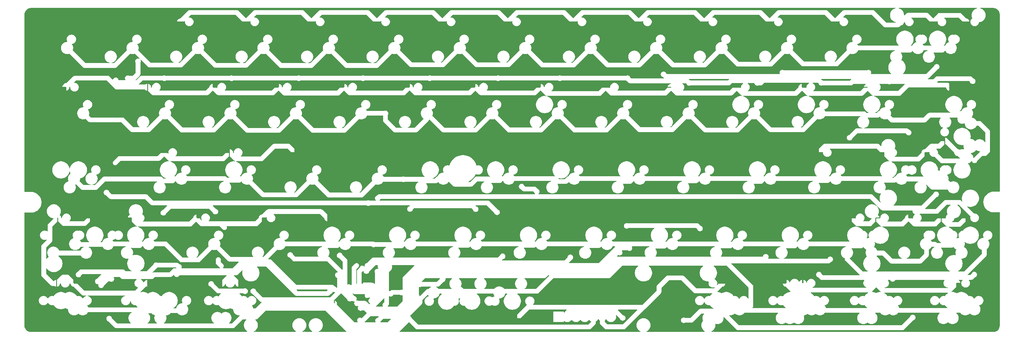
<source format=gtl>
%FSTAX23Y23*%
%MOIN*%
%SFA1B1*%

%IPPOS*%
%AMD24*
4,1,8,0.099000,0.098500,-0.099000,0.098500,-0.197000,0.000500,-0.197000,-0.000500,-0.099000,-0.098500,0.099000,-0.098500,0.197000,-0.000500,0.197000,0.000500,0.099000,0.098500,0.0*
1,1,0.196000,0.099000,0.000500*
1,1,0.196000,-0.099000,0.000500*
1,1,0.196000,-0.099000,-0.000500*
1,1,0.196000,0.099000,-0.000500*
%
%ADD10R,0.055000X0.043000*%
%ADD11R,0.043000X0.055000*%
%ADD12C,0.001000*%
%ADD13C,0.014000*%
%ADD14C,0.015000*%
%ADD15C,0.012000*%
%ADD16C,0.004000*%
%ADD17C,0.004000*%
%ADD18R,0.080000X0.080000*%
%ADD19C,0.080000*%
%ADD20C,0.059000*%
%ADD21C,0.098000*%
%ADD22C,0.008000*%
%ADD23C,0.039000*%
G04~CAMADD=24~8~0.0~0.0~3940.0~1970.0~980.0~0.0~15~0.0~0.0~0.0~0.0~0~0.0~0.0~0.0~0.0~0~0.0~0.0~0.0~0.0~3940.0~1970.0*
%ADD24D24*%
%ADD25C,0.276000*%
%ADD26C,0.276000*%
%ADD27C,0.005000*%
%ADD28C,0.060000*%
%ADD29C,0.039000*%
%ADD30C,0.024000*%
%ADD31C,0.024000*%
G36*
X5337Y58443D02*
Y5844D01*
X53362Y58437*
X53352Y58428*
X53343Y58417*
X53337Y58405*
X53333Y58392*
X53331Y58379*
X53333Y58365*
X53337Y58352*
X53343Y5834*
X53352Y5833*
X53362Y58321*
X53374Y58315*
X53387Y58311*
X53401Y58309*
X53415Y58311*
X53428Y58315*
X5344Y58321*
X5345Y5833*
X53459Y5834*
X53465Y58352*
X53469Y58365*
X53471Y58379*
X53469Y58392*
X53465Y58405*
X53459Y58417*
X5345Y58428*
X53445Y58432*
X53447Y58437*
X53569*
X53576*
X53582Y5844*
X53587Y58444*
X53592Y58443*
X53593Y5844*
X53602Y5843*
X53612Y58421*
X53623Y58415*
X53618Y58405*
X53614Y58392*
X53612Y58379*
X53614Y58365*
X53616Y58357*
X53615Y58353*
X53614Y58351*
X53595Y58353*
X53576Y58351*
X53557Y58346*
X5354Y58337*
X53525Y58324*
X53513Y58309*
X53504Y58292*
X53498Y58274*
X53496Y58254*
X53498Y58235*
X53504Y58216*
X53513Y58199*
X53525Y58184*
X5354Y58172*
X53547Y58168*
X53545Y58164*
X52705*
X52704Y58168*
X5271Y58172*
X52725Y58184*
X52737Y58199*
X52747Y58216*
X52752Y58235*
X52754Y58254*
X52752Y58274*
X52747Y58292*
X52737Y58309*
X52725Y58324*
X5271Y58337*
X52709Y5834*
X52713Y58347*
X52776*
X52861Y58262*
X52867Y58257*
X52874Y58255*
X52881Y58254*
X53209*
X53216Y58255*
X53223Y58257*
X53229Y58262*
X53299Y58332*
X53304Y58338*
X53306Y58345*
X53307Y58352*
Y58417*
X53315Y58421*
X53325Y58429*
X53334Y5844*
X53338Y58447*
X53367*
X5337Y58443*
G37*
G36*
X46994Y5823D02*
X46993Y58227D01*
X46992Y58219*
X46993Y5821*
X46996Y58202*
X46997*
Y58197*
X46993Y58194*
X46989*
X46981Y58193*
X46973Y5819*
X46966Y58185*
X46961Y58178*
X46958Y5817*
X46957Y58162*
X46958Y58154*
X46961Y58146*
Y58023*
X46956Y58021*
X46954Y58024*
X46947Y58029*
X46939Y58033*
X46931Y58034*
X46923Y58033*
X46919Y58035*
X46824*
Y58024*
X46822*
X46808*
Y58153*
X46822Y58166*
X46823*
X46826Y58167*
X46827*
X46831Y58165*
X46832Y58159*
X46835Y58151*
X4684Y58144*
X46847Y58139*
X46855Y58136*
X46863Y58135*
X46871Y58136*
X46879Y58139*
X46886Y58144*
X46891Y58151*
X46894Y58159*
Y5816*
X46969Y58235*
X46991*
X46994Y5823*
G37*
G36*
X44685Y58203D02*
X44682Y582D01*
X44662*
X44655Y58199*
X44649Y58196*
X44643Y58192*
X44604Y58153*
X44426*
X44419Y58152*
X44413Y58149*
X44411Y58148*
X44408Y58151*
X4446Y58203*
X44461Y58204*
X44469Y58207*
X4447Y58208*
X44682*
X44685Y58203*
G37*
G36*
X50105Y58447D02*
X50093Y58443D01*
X50081Y58437*
X50071Y58428*
X50062Y58417*
X50056Y58405*
X50052Y58392*
X5005Y58379*
X50052Y58365*
X50056Y58352*
X50062Y5834*
X50064Y58339*
X50061Y58334*
X49737*
X49735Y58339*
X49749Y58352*
X49757Y58349*
X49765Y58347*
X49773Y58349*
X49781Y58352*
X49788Y58357*
X49793Y58364*
X49796Y58371*
X49797Y5838*
X49796Y58388*
X49793Y58396*
X4979Y584*
X49792Y58405*
X4986*
X49861Y58404*
X49869Y58401*
X49877Y58399*
X49885Y58401*
X49893Y58404*
X499Y58409*
X49905Y58416*
X49908Y58423*
X49909Y58432*
X49908Y5844*
X49905Y58447*
X49908Y58452*
X50104*
X50105Y58447*
G37*
G36*
X46355D02*
X46343Y58443D01*
X46331Y58437*
X46321Y58428*
X46312Y58417*
X46306Y58405*
X46302Y58392*
X463Y58379*
X46302Y58365*
X46306Y58352*
X46312Y5834*
X46315Y58337*
X46313Y58332*
X46049*
X46021Y5836*
Y58361*
X46018Y58369*
X46013Y58376*
X46006Y58381*
X45998Y58384*
X4599Y58385*
X45982Y58384*
X45974Y58381*
X45967Y58376*
X45962Y58369*
X45959Y58361*
X45958Y58353*
X45959Y58345*
X45962Y58337*
X45967Y5833*
X45974Y58325*
X45982Y58322*
X45983*
X46019Y58285*
X46024Y58281*
X46027Y5828*
X46031Y58278*
X46038*
X46416*
X46535Y58158*
X46533Y58154*
X46527Y58153*
X46519Y5815*
X46512Y58145*
X46507Y58138*
X46504Y5813*
X46503Y58122*
X46504Y58113*
X46507Y58106*
X46512Y58099*
X46519Y58094*
X46527Y58091*
X46528Y5809*
Y57977*
X46523Y57975*
X46519Y57981*
X46512Y57986*
X46504Y57989*
X46503Y5799*
X46492Y58001*
X46486Y58005*
X46479Y58008*
X46472Y58009*
X4606*
X45773Y58296*
X45768Y583*
X45761Y58303*
X45754Y58304*
X4574*
X45738Y58309*
X45844Y58414*
X45856Y58411*
X4587Y58409*
X45884Y58411*
X45897Y58415*
X45909Y58421*
X45919Y5843*
X45928Y5844*
X45934Y58452*
X46354*
X46355Y58447*
G37*
G36*
X47855D02*
X47843Y58443D01*
X47831Y58437*
X47821Y58428*
X47812Y58417*
X47806Y58405*
X47802Y58392*
X478Y58379*
X47802Y58365*
X47806Y58352*
X47812Y5834*
X47821Y5833*
X47824Y58327*
X47823Y58322*
X47167*
X47166Y58327*
X47169Y5833*
X47178Y5834*
X47184Y58352*
X47188Y58365*
X4719Y58379*
X47188Y58392*
X47184Y58405*
X47178Y58417*
X47171Y58426*
X47173Y58431*
X47265*
X47272*
X47279Y58434*
X47285Y58438*
X47298Y58452*
X47306*
X47312Y5844*
X47321Y5843*
X47331Y58421*
X47343Y58415*
X47356Y58411*
X4737Y58409*
X47384Y58411*
X47397Y58415*
X47409Y58421*
X47419Y5843*
X47428Y5844*
X47434Y58452*
X47854*
X47855Y58447*
G37*
G36*
X46923Y5845D02*
X46929Y58445D01*
X46937Y58442*
X46946Y58441*
X46954Y58442*
X46962Y58445*
X46963Y58446*
X47088*
X47089Y58441*
X47081Y58437*
X47071Y58428*
X47062Y58417*
X47056Y58405*
X47052Y58392*
X4705Y58379*
X47052Y58365*
X47056Y58352*
X47062Y5834*
X47071Y5833*
X47074Y58327*
X47073Y58322*
X46941*
X46934Y58321*
X46927Y58318*
X46921Y58314*
X46868Y5826*
X46866*
X46859Y58257*
X46852Y58252*
X46847Y58245*
X46844Y58237*
X46842Y58229*
X46844Y58221*
Y5822*
X46839Y58218*
X46838Y5822*
X46831Y58225*
X46823Y58229*
X46815Y5823*
X46806Y58229*
X46799Y58225*
X46792Y5822*
X46787Y58214*
X46784Y58206*
X46783Y58205*
X46762Y58183*
X46758Y58178*
X46755Y58171*
X46754Y58164*
Y58024*
X46749*
Y58191*
X4677Y58212*
X46775Y58218*
X46777Y58225*
X46778Y58232*
X46777Y58239*
X46775Y58246*
X4677Y58251*
X46765Y58256*
X46758Y58258*
X46751Y58259*
X46744Y58258*
X46737Y58256*
X46731Y58251*
X46702Y58222*
X46697Y58216*
X46695Y58209*
X46694Y58202*
Y58014*
X4669*
Y58005*
X46684*
X46681Y58008*
X46675Y58013*
X46668Y58015*
X46661Y58016*
X46654Y58015*
X46649Y58013*
X46645Y58016*
Y58286*
X46644Y58293*
X46641Y583*
X46637Y58305*
X46588Y58354*
Y58355*
X46585Y58363*
X4658Y5837*
X46573Y58375*
X46565Y58378*
X46557Y58379*
X46548Y58378*
X46541Y58375*
X46534Y5837*
X46529Y58363*
X46526Y58355*
X46525Y58347*
X46526Y58339*
X46529Y58331*
X46534Y58324*
X46541Y58319*
X46548Y58316*
X4655*
X46591Y58275*
Y58186*
X46586Y58184*
X46446Y58324*
X4644Y58328*
X46434Y58331*
X46427Y58332*
X46425Y58336*
X46428Y5834*
X46434Y58352*
X46438Y58365*
X4644Y58379*
X46438Y58392*
X46434Y58405*
X46428Y58417*
X46419Y58428*
X46418Y58429*
X4642Y58434*
X46526*
X46533*
X4654Y58437*
X46546Y58441*
X46553Y58449*
X46558Y58448*
X46562Y5844*
X46571Y5843*
X46581Y58421*
X46593Y58415*
X46606Y58411*
X4662Y58409*
X46634Y58411*
X46647Y58415*
X46659Y58421*
X46669Y5843*
X46678Y5844*
X46684Y58452*
X46922*
X46923Y5845*
G37*
G36*
X47843Y5808D02*
X47834Y58072D01*
X47825Y58061*
X47819Y58049*
X47815Y58036*
X47813Y58023*
X47815Y58009*
X47819Y57996*
X47825Y57984*
X47834Y57974*
X47842Y57967*
X47841Y57962*
X4769*
X47682Y57972*
X47672Y57981*
X47665Y57984*
X47666Y57989*
X47681*
X47688Y5799*
X47694Y57993*
X477Y57997*
X47745Y58042*
X47746*
X47754Y58045*
X47761Y58051*
X47766Y58057*
X47769Y58065*
X4777Y58073*
X47769Y58081*
X47773Y58085*
X47842*
X47843Y5808*
G37*
G36*
X54058Y61187D02*
X54073Y61183D01*
X54086Y61176*
X54098Y61166*
X54107Y61155*
X54114Y61142*
X54118Y61127*
X5412Y61113*
Y61112*
Y6111*
Y59079*
X54051*
X54032Y59078*
X54014Y59073*
X53997Y59066*
X53981Y59057*
X53967Y59044*
X53954Y5903*
X53945Y59014*
X53938Y58997*
X53933Y58979*
X53932Y5896*
X53933Y58942*
X53938Y58924*
X53945Y58906*
X53954Y58891*
X53967Y58876*
X53981Y58864*
X53997Y58855*
X54014Y58847*
X54032Y58843*
X54051Y58842*
X5412*
Y57542*
Y57541*
X54119Y57528*
X54115Y57514*
X54108Y57501*
X54099Y5749*
X54088Y57481*
X54075Y57474*
X54061Y5747*
X54047Y57469*
X54046*
X50852*
X50848Y57471*
X5084Y57473*
X50831Y57471*
X50827Y57469*
X50815*
X50814Y57474*
X50825Y5748*
X50838Y5749*
X50848Y57502*
X50855Y57516*
X5086Y57531*
X50861Y57547*
X5086Y5756*
X50864Y57563*
X50873Y57561*
X50887Y57559*
X50901Y57561*
X50914Y57565*
X50926Y57571*
X50936Y5758*
X50945Y5759*
X50951Y57602*
X50955Y57615*
X50956Y57629*
Y57636*
X5096Y57638*
X511Y57498*
X51106Y57494*
X51112Y57491*
X51119Y5749*
X53006*
X53013Y57491*
X53019Y57494*
X53025Y57498*
X5313Y57603*
X53131Y57604*
X53139Y57607*
X53146Y57612*
X53151Y57619*
X53154Y57626*
X53155Y57635*
X53154Y57643*
X53151Y57651*
X53146Y57658*
X53139Y57663*
X53131Y57666*
X53123Y57667*
X53115Y57666*
X53107Y57663*
X531Y57658*
X53095Y57651*
X53092Y57643*
Y57642*
X52994Y57545*
X51131*
X51019Y57656*
X51022Y5766*
X51033Y57659*
X51046Y57661*
X51059Y57665*
X51071Y57671*
X51082Y5768*
X51087*
X51088*
X51098Y57671*
X5111Y57665*
X51123Y57661*
X51137Y57659*
X51151Y57661*
X51164Y57665*
X51176Y57671*
X51186Y5768*
X51193Y57688*
X51577*
X51579Y57683*
X51573Y57678*
X51564Y57667*
X51558Y57655*
X51554Y57642*
X51553Y57629*
X51554Y57615*
X51558Y57602*
X51564Y5759*
X51573Y5758*
X51584Y57571*
X51596Y57565*
X51609Y57561*
X51622Y57559*
X51636Y57561*
X51649Y57565*
X51661Y57571*
X51669Y57578*
X51677Y57571*
X51689Y57565*
X51702Y57561*
X51716Y57559*
X51729Y57561*
X51742Y57565*
X51754Y57571*
X51762Y57578*
X51771Y57571*
X51783Y57565*
X51796Y57561*
X51809Y57559*
X51823Y57561*
X51836Y57565*
X51848Y57571*
X51858Y5758*
X51867Y5759*
X51873Y57602*
X51877Y57615*
X51879Y57629*
X51877Y57642*
X51873Y57655*
X51883Y5766*
X51886Y57661*
X51899Y57665*
X51911Y57671*
X51919Y57678*
X51927Y57671*
X51939Y57665*
X51952Y57661*
X51966Y57659*
X51979Y57661*
X51992Y57665*
X52004Y57671*
X52012Y57678*
X52021Y57671*
X52033Y57665*
X52046Y57661*
X52059Y57659*
X52073Y57661*
X52086Y57665*
X52098Y57671*
X52108Y5768*
X52115Y57688*
X52511*
X52513Y57683*
X52507Y57678*
X52498Y57667*
X52492Y57655*
X52488Y57642*
X52487Y57629*
X52488Y57615*
X52492Y57602*
X52498Y5759*
X52507Y5758*
X52518Y57571*
X5253Y57565*
X52543Y57561*
X52556Y57559*
X5257Y57561*
X52583Y57565*
X52595Y57571*
X52603Y57578*
X52611Y57571*
X52623Y57565*
X52636Y57561*
X5265Y57559*
X52663Y57561*
X52676Y57565*
X52688Y57571*
X52699Y5758*
X52708Y5759*
X52714Y57602*
X52718Y57615*
X52719Y57629*
X52718Y57642*
X52714Y57655*
X52708Y57667*
X52699Y57678*
X52693Y57683*
X52695Y57688*
X52751*
X52757Y5768*
X52768Y57671*
X5278Y57665*
X52793Y57661*
X52806Y57659*
X5282Y57661*
X52833Y57665*
X52845Y57671*
X52853Y57678*
X52861Y57671*
X52873Y57665*
X52886Y57661*
X529Y57659*
X52913Y57661*
X52926Y57665*
X52938Y57671*
X52949Y5768*
X52955Y57688*
X5343*
X53432Y57683*
X53426Y57678*
X53417Y57667*
X53411Y57655*
X53407Y57642*
X53405Y57629*
X53407Y57615*
X53411Y57602*
X53417Y5759*
X53426Y5758*
X53436Y57571*
X53448Y57565*
X53461Y57561*
X53475Y57559*
X53489Y57561*
X53502Y57565*
X53514Y57571*
X53524Y5758*
X53525*
X5353*
X5354Y57571*
X53552Y57565*
X53565Y57561*
X53579Y57559*
X53593Y57561*
X53606Y57565*
X53618Y57571*
X53628Y5758*
X53637Y5759*
X53643Y57602*
X53647Y57615*
X53649Y57629*
X53647Y57642*
X53643Y57655*
X53637Y57667*
X53628Y57678*
X53622Y57683*
X53624Y57688*
X53669*
X53676Y5768*
X53686Y57671*
X53698Y57665*
X53711Y57661*
X53725Y57659*
X53739Y57661*
X53752Y57665*
X53764Y57671*
X53774Y5768*
X53775*
X5378*
X5379Y57671*
X53802Y57665*
X53815Y57661*
X53829Y57659*
X53843Y57661*
X53856Y57665*
X53868Y57671*
X53878Y5768*
X53887Y5769*
X53893Y57702*
X53897Y57715*
X53899Y57729*
X53897Y57742*
X53893Y57755*
X53887Y57767*
X53884Y57771*
X53886Y57776*
X53893Y57777*
X53906Y57782*
X53917Y57791*
X53926Y57802*
X53931Y57815*
X53933Y57829*
X53931Y57843*
X53926Y57856*
X53917Y57867*
X53906Y57875*
X53893Y57881*
X53879Y57883*
X53865Y57881*
X53852Y57875*
X53841Y57867*
X53832Y57856*
X53829Y57849*
X53824*
X53822Y57856*
X53813Y57867*
X53802Y57875*
X53789Y57881*
X53775Y57883*
X53763Y57881*
X53761Y57884*
X53749Y57899*
X53734Y57911*
X53717Y5792*
X53698Y57926*
X53679Y57928*
X5366Y57926*
X53641Y5792*
X53627Y57912*
X53613Y5792*
X53594Y57926*
X53575Y57928*
X53569Y57927*
X53567Y57931*
X5362Y57985*
Y58029*
X53624*
X53625*
Y58034*
X53629*
X53668*
Y58039*
X53664Y58049*
X53657Y58057*
X5365Y58062*
X53652Y58067*
X5369*
X53693Y58063*
X53686Y58054*
X53681Y58042*
X53679Y58029*
X53681Y58016*
X53686Y58004*
X53694Y57993*
X53704Y57985*
X53716Y57981*
X53729Y57979*
X53742Y57981*
X53754Y57985*
X53764Y57993*
X53772Y58004*
X53777Y58016*
X53779Y58029*
X53777Y58042*
X53772Y58054*
X53765Y58063*
X53768Y58067*
X53795*
X53802Y58068*
X53808Y58071*
X53814Y58075*
X53835Y58096*
X53836*
X53844Y58099*
X5385Y58105*
X53855Y58111*
X53859Y58119*
X5386Y58127*
X53859Y58136*
X53855Y58144*
X5385Y5815*
X53844Y58155*
X53836Y58159*
X53828Y5816*
X53819Y58159*
X53811Y58155*
X53805Y5815*
X538Y58144*
X53796Y58136*
Y58135*
X53783Y58122*
X53754*
X53752Y58126*
X53962Y58336*
X53967Y58342*
X53969Y58348*
X5397Y58355*
Y58421*
X53971*
X53981Y5843*
X5399Y5844*
X53996Y58452*
X54Y58465*
X54002Y58479*
X54Y58492*
X53996Y58505*
X5399Y58517*
X53987Y58521*
X53989Y58526*
X53996Y58527*
X54009Y58532*
X5402Y58541*
X54029Y58552*
X54034Y58565*
X54036Y58579*
X54034Y58593*
X54029Y58606*
X5402Y58617*
X54009Y58625*
X53996Y58631*
X53982Y58633*
X53968Y58631*
X53955Y58625*
X53944Y58617*
X53935Y58606*
X5393Y58593*
X53928Y58579*
X5393Y58565*
X53935Y58552*
X53932Y58548*
X53918Y58547*
X53905Y58543*
X53893Y58537*
X53883Y58528*
X53874Y58517*
X53868Y58505*
X53864Y58492*
X53862Y58479*
X53864Y58465*
X53868Y58452*
X53874Y5844*
X53883Y5843*
X53893Y58421*
X53905Y58415*
X53916Y58411*
Y58367*
X53713Y58164*
X53645*
X53644Y58168*
X5365Y58172*
X53665Y58184*
X53677Y58199*
X53687Y58216*
X53692Y58235*
X53694Y58254*
X53692Y58274*
X53687Y58292*
X53681Y58302*
X53682Y58309*
X53696Y58311*
X53709Y58315*
X53721Y58321*
X53731Y5833*
X5374Y5834*
X53746Y58352*
X5375Y58365*
X53752Y58379*
X5375Y58392*
X53746Y58405*
X5374Y58417*
X53731Y58428*
X53721Y58437*
X5371Y58442*
X53715Y58452*
X53719Y58465*
X53721Y58479*
X53719Y58492*
X53717Y58498*
X53722Y58501*
X53727Y58497*
X53744Y58487*
X53763Y58482*
X53782Y5848*
X53801Y58482*
X5382Y58487*
X53837Y58497*
X53852Y58509*
X53864Y58524*
X53873Y58541*
X53879Y58559*
X53881Y58579*
X53879Y58598*
X53873Y58617*
X53864Y58634*
X53852Y58649*
X53837Y58661*
X5382Y5867*
X53801Y58676*
X53782Y58678*
X53763Y58676*
X53744Y5867*
X53727Y58661*
X53712Y58649*
X537Y58634*
X53699Y58632*
X53687Y58631*
X53674Y58625*
X53663Y58617*
X53654Y58606*
X53649Y58593*
X53647Y58579*
X53649Y58565*
X53654Y58552*
X53651Y58548*
X53637Y58547*
X53629Y58544*
X53626Y58549*
X53629Y58552*
X53634Y58565*
X53636Y58579*
X53634Y58593*
X53629Y58606*
X5362Y58617*
X53609Y58625*
X53596Y58631*
X53584Y58632*
X53583Y58634*
X53571Y58649*
X53556Y58661*
X53539Y5867*
X53537Y58671*
Y58676*
X53657*
X53664Y58677*
X5367Y58679*
X53676Y58684*
X53727Y58735*
Y58774*
X53688*
X53645Y58731*
X53578*
X53576Y58736*
X53586Y58743*
X53594Y58754*
X53599Y58766*
X536Y58774*
X53611Y58775*
X53626Y5878*
X5364Y58787*
X53652Y58797*
X53662Y5881*
X53669Y58823*
X53674Y58839*
X53676Y58854*
X53674Y5887*
X53669Y58885*
X53662Y58899*
X53652Y58911*
X5364Y58921*
X53636Y58923*
X53637Y58928*
X5365*
X53785Y58794*
X53784Y58792*
X53782Y58779*
X53784Y58766*
X53789Y58754*
X53797Y58743*
X53807Y58735*
X53819Y5873*
X53832Y58729*
X53845Y5873*
X53857Y58735*
X53867Y58743*
X53875Y58754*
X5388Y58766*
X53882Y58779*
X5388Y58792*
X53875Y58804*
X53867Y58814*
X53857Y58822*
X53845Y58827*
X53832Y58829*
X53825Y58828*
X53745Y58907*
X53748Y58911*
X53765Y58906*
X53784Y58904*
X53803Y58906*
X53822Y58912*
X53839Y58921*
X53854Y58933*
X53866Y58948*
X53876Y58965*
X53881Y58984*
X53883Y59003*
X53881Y59023*
X53876Y59041*
X53866Y59058*
X53854Y59073*
X53839Y59086*
X53822Y59095*
X53803Y591*
X53784Y59102*
X53765Y591*
X53746Y59095*
X53729Y59086*
X53714Y59073*
X53702Y59058*
X53693Y59041*
X53687Y59023*
X53685Y59003*
X53687Y58984*
X53692Y58967*
X53688Y58965*
X53684Y58969*
X53679Y58975*
X53674Y58979*
X53667Y58982*
X5366Y58983*
X53501*
X53494Y58982*
X53487Y58979*
X53482Y58975*
X53388Y58881*
X53267*
X53266Y58885*
X53398Y59017*
X53399Y59018*
X53407Y59021*
X53413Y59026*
X53418Y59033*
X53422Y5904*
X53423Y59049*
X53422Y59057*
X53418Y59065*
X53413Y59072*
X53407Y59077*
X53399Y5908*
X53391Y59081*
X53382Y5908*
X53374Y59077*
X53368Y59072*
X53363Y59065*
X53359Y59057*
Y59056*
X53222Y58919*
X52903*
X52901Y58923*
X52913Y58933*
X52925Y58948*
X52935Y58965*
X5294Y58984*
X52942Y59003*
X5294Y59023*
X52935Y59041*
X52925Y59058*
X52913Y59073*
X52898Y59086*
X52881Y59095*
X52862Y591*
X52843Y59102*
X52824Y591*
X5281Y59096*
X52807Y591*
X52808Y59102*
X52812Y59115*
X52814Y59129*
X52812Y59142*
X52808Y59155*
X52802Y59167*
X52793Y59178*
X52797Y59183*
X52912*
X52919*
X52926Y59186*
X52931Y5919*
X52932Y59191*
X52936Y5919*
X52945Y5918*
X52955Y59171*
X52967Y59165*
X5298Y59161*
X52994Y59159*
X53008Y59161*
X53021Y59165*
X53033Y59171*
X53043Y5918*
X53052Y5919*
X53056Y59197*
X53184*
X53186Y59192*
X53174Y59186*
X53164Y59178*
X53155Y59167*
X53149Y59155*
X53145Y59142*
X53143Y59128*
X53145Y59115*
X53149Y59102*
X53155Y5909*
X53164Y59079*
X53174Y59071*
X53186Y59064*
X53199Y5906*
X53213Y59059*
X53227Y5906*
X5324Y59064*
X53252Y59071*
X53262Y59079*
X53271Y5909*
X53277Y59102*
X53281Y59115*
X53283Y59128*
X53281Y59142*
X53277Y59155*
X53275Y59159*
X53279Y59162*
X53332Y59109*
X53337Y59105*
X53344Y59102*
X53345*
X53351*
X53524*
X5353Y5909*
X53539Y5908*
X53549Y59071*
X53561Y59065*
X53574Y59061*
X53588Y59059*
X53602Y59061*
X53615Y59065*
X53627Y59071*
X53637Y5908*
X53646Y5909*
X53652Y59102*
X53656Y59115*
X53658Y59129*
X53656Y59142*
X53652Y59155*
X53646Y59167*
X53637Y59178*
X53627Y59187*
X53615Y59193*
X53602Y59197*
X53588Y59198*
X53574Y59197*
X53561Y59193*
X53555Y59189*
X53531Y59213*
Y59215*
X53533Y59228*
X53531Y59242*
X53527Y59255*
X53521Y59267*
X53518Y59271*
X5352Y59275*
X53527Y59276*
X5354Y59282*
X53551Y5929*
X5356Y59301*
X53565Y59314*
X53567Y59328*
X53565Y59342*
X5356Y59355*
X53551Y59367*
X5354Y59375*
X53527Y5938*
X53513Y59382*
X53502Y59381*
X53488Y59383*
X53474Y59381*
X53461Y59375*
X5345Y59367*
X53441Y59356*
X53436Y59343*
X53434Y59329*
X53435Y59324*
X53431Y59321*
X53429Y59322*
X53415Y59323*
X53412Y59327*
Y59328*
X5341Y59348*
X53404Y59366*
X53395Y59383*
X53383Y59398*
X53368Y59411*
X53351Y5942*
X53332Y59425*
X53313Y59427*
X53294Y59425*
X53275Y5942*
X53258Y59411*
X53243Y59398*
X53231Y59383*
X53222Y59366*
X53216Y59348*
X53214Y59328*
X53216Y59309*
X53222Y59291*
X53231Y59273*
X53243Y59259*
X53246Y59256*
X53244Y59252*
X53059*
X53058Y59255*
X53052Y59267*
X53049Y59271*
X53051Y59276*
X53058Y59277*
X53071Y59282*
X53078Y59288*
X53086Y59282*
X53099Y59276*
X53113Y59274*
X53127Y59276*
X5314Y59282*
X53151Y5929*
X5316Y59301*
X53165Y59314*
X53167Y59328*
X53165Y59342*
X5316Y59355*
X53151Y59367*
X5314Y59375*
X53127Y5938*
X53113Y59382*
X53099Y5938*
X53086Y59375*
X53079Y59369*
X53071Y59375*
X53058Y59381*
X53044Y59383*
X5303Y59381*
X53017Y59375*
X53006Y59367*
X52997Y59356*
X52992Y59343*
X5299Y59329*
X52992Y59315*
X52997Y59302*
X52994Y59298*
X5298Y59297*
X52967Y59293*
X52955Y59287*
X52945Y59278*
X52936Y59267*
X5293Y59256*
X52924Y59255*
X52917Y59252*
X52912Y59248*
X52901Y59237*
X52891*
X5289Y59242*
X52899Y59247*
X52914Y59259*
X52926Y59274*
X52935Y59291*
X52941Y59309*
X52943Y59329*
X52941Y59348*
X52935Y59367*
X52926Y59384*
X52914Y59399*
X52899Y59411*
X52882Y5942*
X5288Y59421*
Y59426*
X53188*
X53195Y59427*
X53201Y59429*
X53207Y59434*
X53258Y59485*
Y59528*
X53263*
Y59533*
X53307*
X53309Y59536*
X53314Y59534*
X53313Y59528*
X53315Y59515*
X5332Y59503*
X53328Y59493*
X53338Y59485*
X5335Y5948*
X53363Y59478*
X53374Y5948*
X53441Y59413*
X53446Y59409*
X53453Y59406*
X53454*
X5346*
X53619*
X53621Y59401*
X53618Y59399*
X53606Y59384*
X53597Y59367*
X53591Y59348*
X53589Y59329*
X53591Y59309*
X53597Y59291*
X53606Y59274*
X53618Y59259*
X53633Y59247*
X5365Y59237*
X53669Y59232*
X53688Y5923*
X53707Y59232*
X53726Y59237*
X53743Y59247*
X53758Y59259*
X5377Y59274*
X53779Y59291*
X53785Y59309*
X53787Y59329*
X53785Y59348*
X53779Y59367*
X5377Y59384*
X53758Y59399*
X53755Y59401*
X53757Y59406*
X5376*
X53767*
X53774Y59409*
X53779Y59413*
X53796Y5943*
X538Y59429*
X53803Y59423*
X53808Y59416*
X53815Y59411*
X53823Y59408*
X53831Y59406*
X53839Y59408*
X53847Y59411*
X53854Y59416*
X53859Y59423*
X53862Y5943*
Y59432*
X53921Y59491*
X53952*
X53959*
X53966Y59494*
X53971Y59498*
X54001Y59528*
X54006Y59534*
X54008Y59541*
X54009Y59548*
Y5977*
X54008Y59777*
X54006Y59784*
X54001Y5979*
X53909Y59882*
X53903Y59886*
X53897Y59889*
X5389Y5989*
X53853*
X53847Y59901*
X53838Y59912*
X53828Y59921*
X53816Y59927*
X53803Y59931*
X53801*
X53799Y59936*
X53803Y5994*
X53809Y59952*
X53813Y59965*
X53815Y59979*
X53813Y59992*
X53809Y60005*
X53803Y60017*
X538Y60021*
X53802Y60026*
X53809Y60027*
X53822Y60032*
X53833Y60041*
X53842Y60052*
X53847Y60065*
X53849Y60079*
X53847Y60093*
X53842Y60106*
X53833Y60117*
X53822Y60125*
X53809Y60131*
X53795Y60133*
X53781Y60131*
X53768Y60125*
X53757Y60117*
X53748Y60106*
X53743Y60093*
X53741Y60079*
X53743Y60065*
X53748Y60052*
X53745Y60048*
X53731Y60047*
X53718Y60043*
X53706Y60037*
X53696Y60028*
X53687Y60017*
X53681Y60005*
X53675*
X53668Y60004*
X53665Y60002*
X53662Y60006*
X53665Y60009*
X53677Y60024*
X53686Y60041*
X53692Y60059*
X53694Y60079*
X53692Y60098*
X53686Y60117*
X53677Y60134*
X53665Y60149*
X5365Y60161*
X53633Y6017*
X53614Y60176*
X53595Y60178*
X53576Y60176*
X53557Y6017*
X5354Y60161*
X53525Y60149*
X53513Y60134*
X53504Y60117*
X53498Y60098*
X53496Y60079*
X53498Y60059*
X53504Y60041*
X53513Y60024*
X53525Y60009*
X5354Y59997*
X53553Y5999*
X53551Y59985*
X53314*
X53307Y59984*
X53301Y59981*
X53295Y59977*
X53246Y59928*
X52894*
X52869Y59953*
X52873Y59965*
X52875Y59979*
X52873Y59992*
X52869Y60005*
X52863Y60017*
X5286Y60021*
X52862Y60026*
X52869Y60027*
X52882Y60032*
X52893Y60041*
X52902Y60052*
X52907Y60065*
X52909Y60079*
X52907Y60093*
X52902Y60106*
X52893Y60117*
X52882Y60125*
X52869Y60131*
X52855Y60133*
X52841Y60131*
X52828Y60125*
X52817Y60117*
X52808Y60106*
X52803Y60093*
X52801Y60079*
X52803Y60065*
X52808Y60052*
X52805Y60048*
X52791Y60047*
X52778Y60043*
X52766Y60037*
X52756Y60028*
X52747Y60017*
X52741Y60006*
X52735Y60005*
X52731Y60003*
X52728Y60002*
X52723Y59998*
X52708Y59983*
X52695*
X52694Y59988*
X5271Y59997*
X52725Y60009*
X52737Y60024*
X52746Y60041*
X52752Y60059*
X52754Y60079*
X52752Y60098*
X52746Y60117*
X52737Y60134*
X52725Y60149*
X5271Y60161*
X52693Y6017*
X52678Y60175*
Y6018*
X52967*
X52974Y60181*
X52981Y60183*
X52987Y60188*
X53075Y60276*
X53505*
X53506Y60268*
X5351Y60259*
X53517Y60251*
X53525Y60244*
X53535Y6024*
X5354*
Y60279*
Y60321*
X53538Y60323*
X53532Y60328*
X53525Y6033*
X53518Y60331*
X53405*
X53403Y60336*
X53415Y60349*
X5377*
X53779Y6034*
Y60339*
X53782Y60331*
X53787Y60324*
X53794Y60319*
X53802Y60316*
X5381Y60315*
X53818Y60316*
X53826Y60319*
X53833Y60324*
X53838Y60331*
X53841Y60339*
X53842Y60347*
X53841Y60356*
X53838Y60363*
X53833Y6037*
X53826Y60375*
X53818Y60378*
X53817Y60379*
X53801Y60395*
X53795Y60399*
X53789Y60402*
X53782Y60403*
X53404*
X53398Y60402*
X53397*
X5339Y60399*
X53385Y60395*
X5336Y60371*
X53297*
X53296Y60375*
X53299Y60377*
X53305Y60381*
X53405Y60481*
X53406Y60482*
X53414Y60485*
X53421Y6049*
X53426Y60497*
X53429Y60504*
X5343Y60513*
X53429Y60521*
X53426Y60529*
X53421Y60536*
X53414Y60541*
X53406Y60544*
X53398Y60545*
X5339Y60544*
X53382Y60541*
X53375Y60536*
X5337Y60529*
X53367Y60521*
Y6052*
X53274Y60428*
X53012*
X5301Y60432*
X53013Y60435*
X53025Y6045*
X53035Y60467*
X5304Y60486*
X53042Y60505*
X5304Y60524*
X53035Y60543*
X53025Y6056*
X53013Y60575*
X52998Y60587*
X52991Y60591*
X52997Y60602*
X53001Y60615*
X53003Y60629*
X53001Y60642*
X52997Y60655*
X52991Y60667*
X52987Y60672*
X52989Y60677*
X5299*
X5309*
X53097*
X53104Y6068*
X53109Y60684*
X53119Y60694*
X53124Y60693*
X53125Y6069*
X53134Y6068*
X53144Y60671*
X53156Y60665*
X53169Y60661*
X53183Y60659*
X53197Y60661*
X5321Y60665*
X53222Y60671*
X53232Y6068*
X53241Y6069*
X53247Y60702*
X53292*
X53293Y60697*
X53281Y60693*
X53269Y60687*
X53259Y60678*
X5325Y60667*
X53244Y60655*
X5324Y60642*
X53238Y60629*
X5324Y60615*
X53244Y60602*
X5325Y6059*
X53259Y6058*
X53269Y60571*
X53281Y60565*
X53294Y60561*
X53308Y60559*
X53322Y60561*
X53335Y60565*
X53347Y60571*
X53357Y6058*
X53366Y6059*
X53372Y60602*
X53376Y60615*
X53378Y60629*
X53376Y60642*
X53372Y60655*
X53366Y60667*
X53362Y60672*
X53364Y60677*
X53461*
X53468*
X53475Y6068*
X5348Y60684*
X53492Y60696*
X53497*
X535Y6069*
X53509Y6068*
X53519Y60671*
X53531Y60665*
X53544Y60661*
X53558Y60659*
X53572Y60661*
X53585Y60665*
X53597Y60671*
X53607Y6068*
X53616Y6069*
X53622Y60702*
X53626Y60715*
X53628Y60729*
X53626Y60742*
X53622Y60755*
X53616Y60767*
X53613Y60771*
X53615Y60776*
X53622Y60777*
X53635Y60782*
X53646Y60791*
X53655Y60802*
X5366Y60815*
X53662Y60829*
X5366Y60843*
X53655Y60856*
X53646Y60867*
X53635Y60875*
X53622Y60881*
X53608Y60883*
X53595Y60881*
X53583Y60883*
X53569Y60881*
X53556Y60875*
X53545Y60867*
X53536Y60856*
X53531Y60843*
X53529Y60829*
X53531Y60815*
X53536Y60802*
X53538Y60799*
X53537Y60795*
X53531Y60793*
X53519Y60787*
X53509Y60778*
X535Y60767*
X53494Y60756*
X53486*
X53481Y60755*
X53479Y6076*
X5349Y60774*
X53499Y60791*
X53505Y60809*
X53507Y60829*
X53505Y60848*
X53499Y60867*
X5349Y60884*
X53478Y60899*
X53463Y60911*
X53446Y6092*
X53427Y60926*
X53408Y60928*
X53389Y60926*
X5337Y6092*
X53353Y60911*
X53338Y60899*
X53326Y60884*
X53317Y60867*
X53311Y60848*
X53309Y60829*
X53311Y60809*
X53317Y60791*
X53326Y60774*
X53337Y6076*
X53335Y60756*
X53247*
X53241Y60767*
X53238Y60771*
X5324Y60776*
X53247Y60777*
X5326Y60782*
X53271Y60791*
X5328Y60802*
X53285Y60815*
X53287Y60829*
X53285Y60843*
X5328Y60856*
X53271Y60867*
X5326Y60875*
X53247Y60881*
X53233Y60883*
X53221Y60881*
X53208Y60883*
X53194Y60881*
X53181Y60875*
X5317Y60867*
X53161Y60856*
X53156Y60843*
X53154Y60829*
X53156Y60815*
X53161Y60802*
X53163Y60799*
X53162Y60795*
X53156Y60793*
X53144Y60787*
X53134Y60778*
X53125Y60767*
X53119Y60756*
X53115*
X53108Y60755*
X53104Y60753*
X53102Y60758*
X53103Y60759*
X53115Y60774*
X53124Y60791*
X5313Y60809*
X53132Y60829*
X5313Y60848*
X53124Y60867*
X53115Y60884*
X53103Y60899*
X53088Y60911*
X53071Y6092*
X53052Y60926*
X53033Y60928*
X53014Y60926*
X52995Y6092*
X52978Y60911*
X52963Y60899*
X52951Y60884*
X52942Y60867*
X52936Y60848*
X52934Y60829*
X52936Y60809*
X52942Y60791*
X52951Y60774*
X52962Y60761*
X5296Y60756*
X52497*
X52491Y60767*
X52488Y60771*
X5249Y60776*
X52497Y60777*
X5251Y60782*
X52521Y60791*
X5253Y60802*
X52535Y60815*
X52537Y60829*
X52535Y60843*
X5253Y60856*
X52521Y60867*
X5251Y60875*
X52497Y60881*
X52483Y60883*
X52469Y60881*
X52456Y60875*
X52445Y60867*
X52436Y60856*
X52431Y60843*
X52429Y60829*
X52431Y60815*
X52436Y60802*
X52433Y60798*
X52419Y60797*
X52406Y60793*
X52394Y60787*
X52384Y60778*
X52375Y60767*
X52369Y60755*
X52365Y60742*
X52363Y60729*
X52365Y60715*
X52369Y60703*
X52238Y60572*
X5223*
X52229Y60577*
X52232Y6058*
X52241Y6059*
X52247Y60602*
X52251Y60615*
X52253Y60629*
X52251Y60642*
X52247Y60655*
X52241Y60667*
X52232Y60678*
X52222Y60687*
X5221Y60693*
X52197Y60697*
X52183Y60698*
X52169Y60697*
X52156Y60693*
X52144Y60687*
X52134Y60678*
X52125Y60667*
X52119Y60655*
X52115Y60642*
X52113Y60629*
X52115Y60615*
X52119Y60602*
X52125Y6059*
X52134Y6058*
X52137Y60577*
X52136Y60572*
X51878*
X51747Y60703*
X51751Y60715*
X51753Y60729*
X51751Y60742*
X51747Y60755*
X51741Y60767*
X51738Y60771*
X5174Y60776*
X51747Y60777*
X5176Y60782*
X51771Y60791*
X5178Y60802*
X51785Y60815*
X51787Y60829*
X51785Y60843*
X5178Y60856*
X51771Y60867*
X5176Y60875*
X51747Y60881*
X51733Y60883*
X51719Y60881*
X51706Y60875*
X51695Y60867*
X51686Y60856*
X51681Y60843*
X51679Y60829*
X51681Y60815*
X51686Y60802*
X51683Y60798*
X51669Y60797*
X51656Y60793*
X51644Y60787*
X51634Y60778*
X51625Y60767*
X51619Y60755*
X51615Y60742*
X51613Y60729*
X51615Y60715*
X51619Y60703*
X51485Y60569*
X51477*
X51475Y60574*
X51482Y6058*
X51491Y6059*
X51497Y60602*
X51501Y60615*
X51503Y60629*
X51501Y60642*
X51497Y60655*
X51491Y60667*
X51482Y60678*
X51472Y60687*
X5146Y60693*
X51447Y60697*
X51433Y60698*
X51419Y60697*
X51406Y60693*
X51394Y60687*
X51384Y60678*
X51375Y60667*
X51369Y60655*
X51365Y60642*
X51363Y60629*
X51365Y60615*
X51369Y60602*
X51375Y6059*
X51384Y6058*
X51391Y60574*
X51389Y60569*
X51131*
X50997Y60703*
X51001Y60715*
X51003Y60729*
X51001Y60742*
X50997Y60755*
X50991Y60767*
X50988Y60771*
X5099Y60776*
X50997Y60777*
X5101Y60782*
X51021Y60791*
X5103Y60802*
X51035Y60815*
X51037Y60829*
X51035Y60843*
X5103Y60856*
X51021Y60867*
X5101Y60875*
X50997Y60881*
X50983Y60883*
X50969Y60881*
X50956Y60875*
X50945Y60867*
X50936Y60856*
X50931Y60843*
X50929Y60829*
X50931Y60815*
X50936Y60802*
X50933Y60798*
X50919Y60797*
X50906Y60793*
X50894Y60787*
X50884Y60778*
X50875Y60767*
X50869Y60755*
X50865Y60742*
X50863Y60729*
X50865Y60715*
X50869Y60703*
X50727Y60561*
X50713*
X50712Y60566*
X50722Y60571*
X50732Y6058*
X50741Y6059*
X50747Y60602*
X50751Y60615*
X50753Y60629*
X50751Y60642*
X50747Y60655*
X50741Y60667*
X50732Y60678*
X50722Y60687*
X5071Y60693*
X50697Y60697*
X50683Y60698*
X50669Y60697*
X50656Y60693*
X50644Y60687*
X50634Y60678*
X50625Y60667*
X50619Y60655*
X50615Y60642*
X50613Y60629*
X50615Y60615*
X50619Y60602*
X50625Y6059*
X50634Y6058*
X50644Y60571*
X50654Y60566*
X50653Y60561*
X50389*
X50247Y60703*
X50251Y60715*
X50253Y60729*
X50251Y60742*
X50247Y60755*
X50241Y60767*
X50238Y60771*
X5024Y60776*
X50247Y60777*
X5026Y60782*
X50271Y60791*
X5028Y60802*
X50285Y60815*
X50287Y60829*
X50285Y60843*
X5028Y60856*
X50271Y60867*
X5026Y60875*
X50247Y60881*
X50233Y60883*
X50219Y60881*
X50206Y60875*
X50195Y60867*
X50186Y60856*
X50181Y60843*
X50179Y60829*
X50181Y60815*
X50186Y60802*
X50183Y60798*
X50169Y60797*
X50156Y60793*
X50144Y60787*
X50134Y60778*
X50125Y60767*
X50119Y60755*
X50115Y60742*
X50113Y60729*
X50115Y60715*
X50119Y60703*
X49977Y60561*
X49963*
X49962Y60566*
X49972Y60571*
X49982Y6058*
X49991Y6059*
X49997Y60602*
X50001Y60615*
X50003Y60629*
X50001Y60642*
X49997Y60655*
X49991Y60667*
X49982Y60678*
X49972Y60687*
X4996Y60693*
X49947Y60697*
X49933Y60698*
X49919Y60697*
X49906Y60693*
X49894Y60687*
X49884Y60678*
X49875Y60667*
X49869Y60655*
X49865Y60642*
X49863Y60629*
X49865Y60615*
X49869Y60602*
X49875Y6059*
X49884Y6058*
X49894Y60571*
X49904Y60566*
X49903Y60561*
X49639*
X49497Y60703*
X49501Y60715*
X49503Y60729*
X49501Y60742*
X49497Y60755*
X49491Y60767*
X49488Y60771*
X4949Y60776*
X49497Y60777*
X4951Y60782*
X49521Y60791*
X4953Y60802*
X49535Y60815*
X49537Y60829*
X49535Y60843*
X4953Y60856*
X49521Y60867*
X4951Y60875*
X49497Y60881*
X49483Y60883*
X49469Y60881*
X49456Y60875*
X49445Y60867*
X49436Y60856*
X49431Y60843*
X49429Y60829*
X49431Y60815*
X49436Y60802*
X49433Y60798*
X49419Y60797*
X49406Y60793*
X49394Y60787*
X49384Y60778*
X49375Y60767*
X49369Y60755*
X49365Y60742*
X49363Y60729*
X49365Y60715*
X49369Y60703*
X49226Y6056*
X49211*
X4921Y60565*
X49222Y60571*
X49232Y6058*
X49241Y6059*
X49247Y60602*
X49251Y60615*
X49253Y60629*
X49251Y60642*
X49247Y60655*
X49241Y60667*
X49232Y60678*
X49222Y60687*
X4921Y60693*
X49197Y60697*
X49183Y60698*
X49169Y60697*
X49156Y60693*
X49144Y60687*
X49134Y60678*
X49125Y60667*
X49119Y60655*
X49115Y60642*
X49113Y60629*
X49115Y60615*
X49119Y60602*
X49125Y6059*
X49134Y6058*
X49144Y60571*
X49156Y60565*
X49155Y6056*
X4889*
X48747Y60703*
X48751Y60715*
X48753Y60729*
X48751Y60742*
X48747Y60755*
X48741Y60767*
X48738Y60771*
X4874Y60776*
X48747Y60777*
X4876Y60782*
X48771Y60791*
X4878Y60802*
X48785Y60815*
X48787Y60829*
X48785Y60843*
X4878Y60856*
X48771Y60867*
X4876Y60875*
X48747Y60881*
X48733Y60883*
X48719Y60881*
X48706Y60875*
X48695Y60867*
X48686Y60856*
X48681Y60843*
X48679Y60829*
X48681Y60815*
X48686Y60802*
X48683Y60798*
X48669Y60797*
X48656Y60793*
X48644Y60787*
X48634Y60778*
X48625Y60767*
X48619Y60755*
X48615Y60742*
X48613Y60729*
X48615Y60715*
X48619Y60703*
X48479Y60563*
X48467*
X48466Y60568*
X48472Y60571*
X48482Y6058*
X48491Y6059*
X48497Y60602*
X48501Y60615*
X48503Y60629*
X48501Y60642*
X48497Y60655*
X48491Y60667*
X48482Y60678*
X48472Y60687*
X4846Y60693*
X48447Y60697*
X48433Y60698*
X48419Y60697*
X48406Y60693*
X48394Y60687*
X48384Y60678*
X48375Y60667*
X48369Y60655*
X48365Y60642*
X48363Y60629*
X48365Y60615*
X48369Y60602*
X48375Y6059*
X48384Y6058*
X48394Y60571*
X484Y60568*
X48399Y60563*
X48137*
X47997Y60703*
X48001Y60715*
X48003Y60729*
X48001Y60742*
X47997Y60755*
X47991Y60767*
X47988Y60771*
X4799Y60776*
X47997Y60777*
X4801Y60782*
X48021Y60791*
X4803Y60802*
X48035Y60815*
X48037Y60829*
X48035Y60843*
X4803Y60856*
X48021Y60867*
X4801Y60875*
X47997Y60881*
X47983Y60883*
X47969Y60881*
X47956Y60875*
X47945Y60867*
X47936Y60856*
X47931Y60843*
X47929Y60829*
X47931Y60815*
X47936Y60802*
X47933Y60798*
X47919Y60797*
X47906Y60793*
X47894Y60787*
X47884Y60778*
X47875Y60767*
X47869Y60755*
X47865Y60742*
X47863Y60729*
X47865Y60715*
X47869Y60703*
X47729Y60563*
X47717*
X47716Y60568*
X47722Y60571*
X47732Y6058*
X47741Y6059*
X47747Y60602*
X47751Y60615*
X47753Y60629*
X47751Y60642*
X47747Y60655*
X47741Y60667*
X47732Y60678*
X47722Y60687*
X4771Y60693*
X47697Y60697*
X47683Y60698*
X47669Y60697*
X47656Y60693*
X47644Y60687*
X47634Y60678*
X47625Y60667*
X47619Y60655*
X47615Y60642*
X47613Y60629*
X47615Y60615*
X47619Y60602*
X47625Y6059*
X47634Y6058*
X47644Y60571*
X4765Y60568*
X47649Y60563*
X47387*
X47247Y60703*
X47251Y60715*
X47253Y60729*
X47251Y60742*
X47247Y60755*
X47241Y60767*
X47238Y60771*
X4724Y60776*
X47247Y60777*
X4726Y60782*
X47271Y60791*
X4728Y60802*
X47285Y60815*
X47287Y60829*
X47285Y60843*
X4728Y60856*
X47271Y60867*
X4726Y60875*
X47247Y60881*
X47233Y60883*
X47219Y60881*
X47206Y60875*
X47195Y60867*
X47186Y60856*
X47181Y60843*
X47179Y60829*
X47181Y60815*
X47186Y60802*
X47183Y60798*
X47169Y60797*
X47156Y60793*
X47144Y60787*
X47134Y60778*
X47125Y60767*
X47119Y60755*
X47115Y60742*
X47113Y60729*
X47115Y60715*
X47119Y60703*
X46971Y60555*
X46941*
Y6056*
X46947Y60561*
X4696Y60565*
X46972Y60571*
X46982Y6058*
X46991Y6059*
X46997Y60602*
X47001Y60615*
X47003Y60629*
X47001Y60642*
X46997Y60655*
X46991Y60667*
X46982Y60678*
X46972Y60687*
X4696Y60693*
X46947Y60697*
X46933Y60698*
X46919Y60697*
X46906Y60693*
X46894Y60687*
X46884Y60678*
X46875Y60667*
X46869Y60655*
X46865Y60642*
X46863Y60629*
X46865Y60615*
X46869Y60602*
X46875Y6059*
X46884Y6058*
X46894Y60571*
X46906Y60565*
X46919Y60561*
X46925Y6056*
Y60555*
X46645*
X46497Y60703*
X46501Y60715*
X46503Y60729*
X46501Y60742*
X46497Y60755*
X46491Y60767*
X46488Y60771*
X4649Y60776*
X46497Y60777*
X4651Y60782*
X46521Y60791*
X4653Y60802*
X46535Y60815*
X46537Y60829*
X46535Y60843*
X4653Y60856*
X46521Y60867*
X4651Y60875*
X46497Y60881*
X46483Y60883*
X46469Y60881*
X46456Y60875*
X46445Y60867*
X46436Y60856*
X46431Y60843*
X46429Y60829*
X46431Y60815*
X46436Y60802*
X46433Y60798*
X46419Y60797*
X46406Y60793*
X46394Y60787*
X46384Y60778*
X46375Y60767*
X46369Y60755*
X46365Y60742*
X46363Y60729*
X46365Y60715*
X46369Y60703*
X46221Y60555*
X46191*
Y6056*
X46197Y60561*
X4621Y60565*
X46222Y60571*
X46232Y6058*
X46241Y6059*
X46247Y60602*
X46251Y60615*
X46253Y60629*
X46251Y60642*
X46247Y60655*
X46241Y60667*
X46232Y60678*
X46222Y60687*
X4621Y60693*
X46197Y60697*
X46183Y60698*
X46169Y60697*
X46156Y60693*
X46144Y60687*
X46134Y60678*
X46125Y60667*
X46119Y60655*
X46115Y60642*
X46113Y60629*
X46115Y60615*
X46119Y60602*
X46125Y6059*
X46134Y6058*
X46144Y60571*
X46156Y60565*
X46169Y60561*
X46175Y6056*
Y60555*
X45895*
X45747Y60703*
X45751Y60715*
X45753Y60729*
X45751Y60742*
X45747Y60755*
X45741Y60767*
X45738Y60771*
X4574Y60776*
X45747Y60777*
X4576Y60782*
X45771Y60791*
X4578Y60802*
X45785Y60815*
X45787Y60829*
X45785Y60843*
X4578Y60856*
X45771Y60867*
X4576Y60875*
X45747Y60881*
X45733Y60883*
X45719Y60881*
X45706Y60875*
X45695Y60867*
X45686Y60856*
X45681Y60843*
X45679Y60829*
X45681Y60815*
X45686Y60802*
X45683Y60798*
X45669Y60797*
X45656Y60793*
X45644Y60787*
X45634Y60778*
X45625Y60767*
X45619Y60755*
X45615Y60742*
X45613Y60729*
X45615Y60715*
X45619Y60703*
X45472Y60556*
X45449*
X45448Y60561*
X4546Y60565*
X45472Y60571*
X45482Y6058*
X45491Y6059*
X45497Y60602*
X45501Y60615*
X45503Y60629*
X45501Y60642*
X45497Y60655*
X45491Y60667*
X45482Y60678*
X45472Y60687*
X4546Y60693*
X45447Y60697*
X45433Y60698*
X45419Y60697*
X45406Y60693*
X45394Y60687*
X45384Y60678*
X45375Y60667*
X45369Y60655*
X45365Y60642*
X45363Y60629*
X45365Y60615*
X45369Y60602*
X45375Y6059*
X45384Y6058*
X45394Y60571*
X45406Y60565*
X45418Y60561*
X45417Y60556*
X45144*
X44997Y60703*
X45001Y60715*
X45003Y60729*
X45001Y60742*
X44997Y60755*
X44991Y60767*
X44988Y60771*
X4499Y60776*
X44997Y60777*
X4501Y60782*
X45021Y60791*
X4503Y60802*
X45035Y60815*
X45037Y60829*
X45035Y60843*
X4503Y60856*
X45021Y60867*
X4501Y60875*
X44997Y60881*
X44983Y60883*
X44969Y60881*
X44956Y60875*
X44945Y60867*
X44936Y60856*
X44931Y60843*
X44929Y60829*
X44931Y60815*
X44936Y60802*
X44933Y60798*
X44919Y60797*
X44906Y60793*
X44894Y60787*
X44884Y60778*
X44875Y60767*
X44869Y60755*
X44865Y60742*
X44863Y60729*
X44865Y60715*
X44869Y60703*
X44726Y6056*
X44711*
X4471Y60565*
X44722Y60571*
X44732Y6058*
X44741Y6059*
X44747Y60602*
X44751Y60615*
X44753Y60629*
X44751Y60642*
X44747Y60655*
X44741Y60667*
X44732Y60678*
X44722Y60687*
X4471Y60693*
X44697Y60697*
X44683Y60698*
X44669Y60697*
X44656Y60693*
X44644Y60687*
X44634Y60678*
X44625Y60667*
X44619Y60655*
X44615Y60642*
X44613Y60629*
X44615Y60615*
X44619Y60602*
X44625Y6059*
X44634Y6058*
X44644Y60571*
X44656Y60565*
X44655Y6056*
X4439*
X44247Y60703*
X44251Y60715*
X44253Y60729*
X44251Y60742*
X44247Y60755*
X44241Y60767*
X44238Y60771*
X4424Y60776*
X44247Y60777*
X4426Y60782*
X44271Y60791*
X4428Y60802*
X44285Y60815*
X44287Y60829*
X44285Y60843*
X4428Y60856*
X44271Y60867*
X4426Y60875*
X44247Y60881*
X44233Y60883*
X44219Y60881*
X44206Y60875*
X44195Y60867*
X44186Y60856*
X44181Y60843*
X44179Y60829*
X44181Y60815*
X44186Y60802*
X44183Y60798*
X44169Y60797*
X44156Y60793*
X44144Y60787*
X44134Y60778*
X44125Y60767*
X44119Y60755*
X44115Y60742*
X44113Y60729*
X44115Y60715*
X44119Y60703*
X43971Y60555*
X43941*
Y6056*
X43947Y60561*
X4396Y60565*
X43972Y60571*
X43982Y6058*
X43991Y6059*
X43997Y60602*
X44001Y60615*
X44003Y60629*
X44001Y60642*
X43997Y60655*
X43991Y60667*
X43982Y60678*
X43972Y60687*
X4396Y60693*
X43947Y60697*
X43933Y60698*
X43919Y60697*
X43906Y60693*
X43894Y60687*
X43884Y60678*
X43875Y60667*
X43869Y60655*
X43865Y60642*
X43863Y60629*
X43865Y60615*
X43869Y60602*
X43875Y6059*
X43884Y6058*
X43894Y60571*
X43906Y60565*
X43919Y60561*
X43925Y6056*
Y60555*
X43645*
X43497Y60703*
X43501Y60715*
X43503Y60729*
X43501Y60742*
X43497Y60755*
X43491Y60767*
X43488Y60771*
X4349Y60776*
X43497Y60777*
X4351Y60782*
X43521Y60791*
X4353Y60802*
X43535Y60815*
X43537Y60829*
X43535Y60843*
X4353Y60856*
X43521Y60867*
X4351Y60875*
X43497Y60881*
X43483Y60883*
X43469Y60881*
X43456Y60875*
X43445Y60867*
X43436Y60856*
X43431Y60843*
X43429Y60829*
X43431Y60815*
X43436Y60802*
X43433Y60798*
X43419Y60797*
X43406Y60793*
X43394Y60787*
X43384Y60778*
X43375Y60767*
X43369Y60755*
X43365Y60742*
X43363Y60729*
X43365Y60715*
X43369Y60702*
X43375Y6069*
X43384Y6068*
X43394Y60671*
X43406Y60665*
X43419Y60661*
X43433Y60659*
X43447Y60661*
X43459Y60664*
X43615Y60508*
X4362Y60504*
X43627Y60501*
X43634*
X43982*
X43989*
X43996Y60504*
X44001Y60508*
X44157Y60664*
X44169Y60661*
X44183Y60659*
X44197Y60661*
X44209Y60664*
X44265Y60608*
X44262Y60604*
X44254Y60607*
X44246Y60609*
X44237Y60607*
X4423Y60604*
X44223Y60599*
X44218Y60592*
X44215Y60585*
X44214Y60576*
X44215Y60568*
X44218Y6056*
X44219Y60559*
Y60441*
X44186Y60409*
X44146*
X44145*
X44137Y60413*
X44129Y60414*
X4412Y60413*
X44113Y60409*
X44106Y60404*
X44101Y60398*
X44098Y6039*
X44096Y60381*
X44098Y60373*
X44101Y60365*
X44102Y60364*
X441Y60359*
X44026*
X44021Y60364*
Y60365*
X44018Y60373*
X44013Y6038*
X44006Y60385*
X43998Y60388*
X4399Y60389*
X43982Y60388*
X43974Y60385*
X43967Y6038*
X43962Y60373*
X4396Y60368*
X43955Y60367*
X43919Y60403*
X43913Y60407*
X43907Y6041*
X43899Y60411*
X43524*
X43516Y6041*
X4351Y60407*
X43504Y60403*
X43426Y60325*
X4342Y60326*
X43413Y60325*
X43406Y60322*
X43401Y60318*
X43396Y60312*
X4339Y60307*
X43383Y60299*
X43379Y60289*
Y60284*
X43418*
Y60279*
X43423*
Y6024*
X43428*
X43438Y60244*
X43446Y60251*
X43453Y60259*
X43457Y60268*
X43458Y60279*
X43464Y60285*
X43469Y60283*
X43468Y60279*
X4347Y60266*
X43475Y60254*
X43483Y60243*
X43493Y60235*
X43505Y60231*
X43518Y60229*
X43531Y60231*
X43543Y60235*
X43553Y60243*
X43561Y60254*
X43566Y60266*
X43568Y60279*
X43566Y60292*
X43561Y60304*
X43553Y60314*
X43543Y60322*
X43531Y60327*
X43518Y60329*
X43514Y60328*
X43512Y60333*
X43535Y60356*
X43888*
X43983Y60261*
X43989Y60256*
X43996Y60253*
X44003Y60252*
X44325*
X44327Y60251*
X44335Y60244*
X44345Y6024*
X4435*
Y60279*
Y60318*
X44345Y60317*
X44335Y60313*
X44328Y60308*
X44258*
X44256Y60312*
X44257Y60313*
X44299Y60355*
X4453*
X44531Y60354*
X44539Y60351*
X44547Y6035*
X44555Y60351*
X44563Y60354*
X44564Y60355*
X453*
X45301Y60354*
X45308Y60351*
X45317Y6035*
X45325Y60351*
X45333Y60354*
X45334Y60355*
X46071*
Y60354*
X46079Y60351*
X46088Y6035*
X46096Y60351*
X46104Y60354*
X46105Y60355*
X46806*
X46807Y60354*
X46815Y60351*
X46824Y6035*
X46832Y60351*
X4684Y60354*
X46841Y60355*
X47571*
X47572Y60354*
X4758Y60351*
X47588Y6035*
X47597Y60351*
X47604Y60354*
X47606Y60355*
X48354*
X48355Y60354*
X48363Y60351*
X48371Y6035*
X4838Y60351*
X48387Y60354*
X48388Y60355*
X49062*
X49063Y60354*
X49071Y60351*
X49079Y6035*
X49088Y60351*
X49096Y60354*
X49097Y60355*
X49838*
X49839Y60354*
X49847Y60351*
X49848*
X49867Y60331*
X49873Y60327*
X4988Y60324*
X49887*
X50354*
Y60319*
X50345Y60317*
X50335Y60313*
X50327Y60307*
X5032Y60299*
X50316Y60289*
Y60284*
X50355*
Y60274*
X50313*
X50277Y60238*
X49741*
X49739Y60243*
X4974*
X49748Y60254*
X49753Y60266*
X49755Y60279*
X49753Y60292*
X49748Y60304*
X4974Y60314*
X4973Y60322*
X49718Y60327*
X49705Y60329*
X49692Y60327*
X4968Y60322*
X4967Y60314*
X49662Y60304*
X49657Y60292*
X49655Y60279*
X49656Y60273*
X49651Y6027*
X49648Y60274*
X49562*
X49521Y60233*
X48984*
X48983Y60238*
X4899Y60243*
X48998Y60254*
X49003Y60266*
X49005Y60279*
X49003Y60292*
X48998Y60304*
X4899Y60314*
X4898Y60322*
X48968Y60327*
X48955Y60329*
X48942Y60327*
X4893Y60322*
X4892Y60314*
X48912Y60304*
X48907Y60292*
X48905Y60281*
X48901Y60279*
X48894Y60286*
Y60289*
X4889Y60299*
X48883Y60307*
X48875Y60313*
X48865Y60317*
X4886Y60318*
Y60279*
X48855*
Y60274*
X48812*
X48779Y60241*
X48244*
X48242Y60245*
X48248Y60254*
X48253Y60266*
X48255Y60279*
X48253Y60292*
X48248Y60304*
X4824Y60314*
X4823Y60322*
X48218Y60327*
X48205Y60329*
X48192Y60327*
X4818Y60322*
X4817Y60314*
X48162Y60304*
X48157Y60292*
X48155Y60281*
X48151Y60279*
X48144Y60286*
Y60289*
X4814Y60299*
X48133Y60307*
X48125Y60313*
X48115Y60317*
X4811Y60318*
Y60279*
X48105*
Y60274*
X48066*
Y60272*
X48035Y60241*
X47494*
X47492Y60245*
X47498Y60254*
X47503Y60266*
X47505Y60279*
X47503Y60292*
X47498Y60304*
X4749Y60314*
X4748Y60322*
X47468Y60327*
X47455Y60329*
X47442Y60327*
X4743Y60322*
X4742Y60314*
X47412Y60304*
X47407Y60292*
X47405Y60279*
X474Y60277*
X47394Y60284*
Y60289*
X4739Y60299*
X47383Y60307*
X47375Y60313*
X47365Y60317*
X4736Y60318*
Y60279*
X47355*
Y60274*
X47312*
X47278Y6024*
X46743*
X46741Y60244*
X46748Y60254*
X46753Y60266*
X46755Y60279*
X46753Y60292*
X46748Y60304*
X4674Y60314*
X4673Y60322*
X46718Y60327*
X46705Y60329*
X46692Y60327*
X4668Y60322*
X4667Y60314*
X46662Y60304*
X46657Y60292*
X46655Y60279*
Y60278*
X46651Y60276*
X46644Y60282*
Y60289*
X4664Y60299*
X46633Y60307*
X46625Y60313*
X46615Y60317*
X4661Y60318*
Y60279*
X46605*
Y60274*
X46562*
X46526Y60238*
X45991*
X45989Y60243*
X4599*
X45998Y60254*
X46003Y60266*
X46005Y60279*
X46003Y60292*
X45998Y60304*
X4599Y60314*
X4598Y60322*
X45968Y60327*
X45955Y60329*
X45942Y60327*
X4593Y60322*
X4592Y60314*
X45912Y60304*
X45907Y60292*
X45905Y60279*
Y60277*
X45901Y60275*
X45895Y60281*
X45894Y60289*
X4589Y60299*
X45883Y60307*
X45875Y60313*
X45865Y60317*
X4586Y60318*
Y60279*
X45855*
Y60274*
X45812*
X45778Y6024*
X45243*
X45241Y60244*
X45248Y60254*
X45253Y60266*
X45255Y60279*
X45253Y60292*
X45248Y60304*
X4524Y60314*
X4523Y60322*
X45218Y60327*
X45205Y60329*
X45192Y60327*
X4518Y60322*
X4517Y60314*
X45162Y60304*
X45157Y60292*
X45155Y60279*
X45156Y60273*
X45151Y6027*
X45148Y60274*
X45105*
Y60279*
X451*
Y60318*
X45095Y60317*
X45085Y60313*
X45077Y60307*
X4507Y60299*
X45066Y60289*
Y60282*
X45023Y6024*
X44493*
X44491Y60244*
X44498Y60254*
X44503Y60266*
X44505Y60279*
X44503Y60292*
X44498Y60304*
X4449Y60314*
X4448Y60322*
X44468Y60327*
X44455Y60329*
X44442Y60327*
X4443Y60322*
X4442Y60314*
X44412Y60304*
X44407Y60292*
X44405Y60279*
Y60276*
X44401Y60274*
X44395Y6028*
X44394Y60289*
X4439Y60299*
X44383Y60307*
X44375Y60313*
X44365Y60317*
X4436Y60318*
Y60279*
Y60236*
X44404Y60193*
X4441Y60188*
X44416Y60185*
X44423*
X45034*
X45042*
X45048Y60188*
X45054Y60193*
X45101Y60239*
X45105*
X45151Y60193*
X45157Y60188*
X45163Y60185*
X45171*
X45789*
X45797*
X45803Y60188*
X45809Y60193*
X45855Y60239*
X45858*
X45907Y60191*
X45913Y60186*
X45919Y60183*
X45927*
X46537*
X46545*
X46551Y60186*
X46557Y60191*
X46605Y60239*
X46609*
X46656Y60193*
X46662Y60188*
X46665Y60187*
X46668Y60185*
X46676*
X47289*
X47297*
X47303Y60188*
X47309Y60193*
X47355Y60239*
X4736Y6024*
X47406Y60194*
X47412Y60189*
X47418Y60186*
X47426Y60185*
X48046*
X48054Y60186*
X4806Y60189*
X48066Y60194*
X48112Y6024*
X48158Y60194*
X48164Y60189*
X4817Y60186*
X48178Y60185*
X4879*
X48798Y60186*
X48804Y60189*
X4881Y60194*
X48855Y60239*
X48862Y6024*
X48916Y60186*
X48922Y60181*
X48923*
X48922Y60176*
X48905Y60178*
X48886Y60176*
X48867Y6017*
X4885Y60161*
X48835Y60149*
X48823Y60134*
X48814Y60117*
X48808Y60098*
X48806Y60079*
X48808Y60059*
X48814Y60041*
X48823Y60024*
X48835Y60009*
X4885Y59997*
X48867Y59987*
X48886Y59982*
X48905Y5998*
X48924Y59982*
X48943Y59987*
X4896Y59997*
X48975Y60009*
X48987Y60024*
X48996Y60041*
X49002Y60059*
X49004Y60079*
X49002Y60098*
X48996Y60117*
X48987Y60134*
X48975Y60149*
X4896Y60161*
X48943Y6017*
X48934Y60173*
X48935Y60178*
X48936*
X49532*
X4954Y60179*
X49546Y60181*
X49552Y60186*
X49605Y60239*
X49653Y60191*
X49659Y60186*
X49662Y60185*
X49665Y60183*
X49673*
X50288*
X50296*
X50302Y60186*
X50308Y60191*
X50355Y60238*
X50402Y60191*
X50408Y60186*
X50414Y60183*
X50422*
X51037*
X51045*
X51051Y60186*
X51057Y60191*
X51103Y60236*
X51108*
X51157Y60187*
X51163Y60182*
X51164*
X51163Y60177*
X51155Y60178*
X51136Y60176*
X51117Y6017*
X511Y60161*
X51085Y60149*
X51073Y60134*
X51064Y60117*
X51058Y60098*
X51056Y60079*
X51058Y60059*
X51064Y60041*
X51073Y60024*
X51085Y60009*
X511Y59997*
X51117Y59987*
X51136Y59982*
X51155Y5998*
X51174Y59982*
X51193Y59987*
X5121Y59997*
X51225Y60009*
X51237Y60024*
X51246Y60041*
X51252Y60059*
X51254Y60079*
X51252Y60098*
X51246Y60117*
X51237Y60134*
X51225Y60149*
X5121Y60161*
X51193Y6017*
X51181Y60174*
X51182Y60179*
X51781*
X51789Y6018*
X51795Y60182*
X51801Y60187*
X51853Y60239*
X51855*
X51907Y60187*
X51913Y60182*
X51914*
X51913Y60177*
X51905Y60178*
X51886Y60176*
X51867Y6017*
X5185Y60161*
X51835Y60149*
X51823Y60134*
X51814Y60117*
X51808Y60098*
X51806Y60079*
X51808Y60059*
X51814Y60041*
X51823Y60024*
X51835Y60009*
X5185Y59997*
X51867Y59987*
X51886Y59982*
X51905Y5998*
X51924Y59982*
X51943Y59987*
X5196Y59997*
X51975Y60009*
X51987Y60024*
X51996Y60041*
X52002Y60059*
X52004Y60079*
X52002Y60098*
X51996Y60117*
X51987Y60134*
X51975Y60149*
X5196Y60161*
X51943Y6017*
X51931Y60174*
X51932Y60179*
X52533*
X52541Y6018*
X52547Y60182*
X52553Y60187*
X52603Y60236*
X52607*
X52656Y60188*
X52662Y60183*
X52666Y60181*
X52665Y60177*
X52655Y60178*
X52636Y60176*
X52617Y6017*
X526Y60161*
X52585Y60149*
X52573Y60134*
X52564Y60117*
X52558Y60098*
X52556Y60079*
X52558Y60059*
X52564Y60041*
X52573Y60024*
X52585Y60009*
X526Y59997*
X52616Y59988*
X52615Y59983*
X52595*
X52585Y59993*
X5258Y59997*
X52573Y6*
X52566Y60001*
X52121*
X52119Y60005*
X52113Y60017*
X5211Y60021*
X52112Y60026*
X52119Y60027*
X52132Y60032*
X52143Y60041*
X52152Y60052*
X52157Y60065*
X52159Y60079*
X52157Y60093*
X52152Y60106*
X52143Y60117*
X52132Y60125*
X52119Y60131*
X52105Y60133*
X52091Y60131*
X52078Y60125*
X52067Y60117*
X52058Y60106*
X52053Y60093*
X52051Y60079*
X52053Y60065*
X52058Y60052*
X52055Y60048*
X52041Y60047*
X52028Y60043*
X52016Y60037*
X52006Y60028*
X51997Y60017*
X51991Y60005*
X51987Y59992*
X51985Y59979*
X51987Y59965*
X51991Y59953*
X51855Y59817*
X51846*
X51845Y59822*
X51854Y5983*
X51863Y5984*
X51869Y59852*
X51873Y59865*
X51875Y59879*
X51873Y59892*
X51869Y59905*
X51863Y59917*
X51854Y59928*
X51844Y59937*
X51832Y59943*
X51819Y59947*
X51805Y59948*
X51791Y59947*
X51778Y59943*
X51766Y59937*
X51756Y59928*
X51747Y59917*
X51741Y59905*
X51737Y59892*
X51735Y59879*
X51737Y59865*
X51741Y59852*
X51747Y5984*
X51756Y5983*
X51765Y59822*
X51764Y59817*
X51505*
X51369Y59953*
X51373Y59965*
X51375Y59979*
X51373Y59992*
X51369Y60005*
X51363Y60017*
X5136Y60021*
X51362Y60026*
X51369Y60027*
X51382Y60032*
X51393Y60041*
X51402Y60052*
X51407Y60065*
X51409Y60079*
X51407Y60093*
X51402Y60106*
X51393Y60117*
X51382Y60125*
X51369Y60131*
X51355Y60133*
X51341Y60131*
X51328Y60125*
X51317Y60117*
X51308Y60106*
X51303Y60093*
X51301Y60079*
X51303Y60065*
X51308Y60052*
X51305Y60048*
X51291Y60047*
X51278Y60043*
X51266Y60037*
X51256Y60028*
X51247Y60017*
X51241Y60005*
X51237Y59992*
X51235Y59979*
X51237Y59965*
X51241Y59953*
X51102Y59814*
X51091*
X5109Y59819*
X51094Y59821*
X51104Y5983*
X51113Y5984*
X51119Y59852*
X51123Y59865*
X51125Y59879*
X51123Y59892*
X51119Y59905*
X51113Y59917*
X51104Y59928*
X51094Y59937*
X51082Y59943*
X51069Y59947*
X51055Y59948*
X51041Y59947*
X51028Y59943*
X51016Y59937*
X51006Y59928*
X50997Y59917*
X50991Y59905*
X50987Y59892*
X50985Y59879*
X50987Y59865*
X50991Y59852*
X50997Y5984*
X51006Y5983*
X51016Y59821*
X5102Y59819*
X51019Y59814*
X50758*
X50619Y59953*
X50623Y59965*
X50625Y59979*
X50623Y59992*
X50619Y60005*
X50613Y60017*
X5061Y60021*
X50612Y60026*
X50619Y60027*
X50632Y60032*
X50643Y60041*
X50652Y60052*
X50657Y60065*
X50659Y60079*
X50657Y60093*
X50652Y60106*
X50643Y60117*
X50632Y60125*
X50619Y60131*
X50605Y60133*
X50591Y60131*
X50578Y60125*
X50567Y60117*
X50558Y60106*
X50553Y60093*
X50551Y60079*
X50553Y60065*
X50558Y60052*
X50555Y60048*
X50541Y60047*
X50528Y60043*
X50516Y60037*
X50506Y60028*
X50497Y60017*
X50491Y60005*
X50487Y59992*
X50485Y59979*
X50487Y59965*
X50491Y59953*
X50356Y59818*
X50347*
X50346Y59823*
X50354Y5983*
X50363Y5984*
X50369Y59852*
X50373Y59865*
X50375Y59879*
X50373Y59892*
X50369Y59905*
X50363Y59917*
X50354Y59928*
X50344Y59937*
X50332Y59943*
X50319Y59947*
X50305Y59948*
X50291Y59947*
X50278Y59943*
X50266Y59937*
X50256Y59928*
X50247Y59917*
X50241Y59905*
X50237Y59892*
X50235Y59879*
X50237Y59865*
X50241Y59852*
X50247Y5984*
X50256Y5983*
X50264Y59823*
X50263Y59818*
X50004*
X49869Y59953*
X49873Y59965*
X49875Y59979*
X49873Y59992*
X49869Y60005*
X49863Y60017*
X4986Y60021*
X49862Y60026*
X49869Y60027*
X49882Y60032*
X49893Y60041*
X49902Y60052*
X49907Y60065*
X49909Y60079*
X49907Y60093*
X49902Y60106*
X49893Y60117*
X49882Y60125*
X49869Y60131*
X49855Y60133*
X49841Y60131*
X49828Y60125*
X49817Y60117*
X49808Y60106*
X49803Y60093*
X49801Y60079*
X49803Y60065*
X49808Y60052*
X49805Y60048*
X49791Y60047*
X49778Y60043*
X49766Y60037*
X49756Y60028*
X49747Y60017*
X49741Y60005*
X49737Y59992*
X49735Y59979*
X49737Y59965*
X49741Y59953*
X49603Y59815*
X49593*
X49592Y5982*
X49594Y59821*
X49604Y5983*
X49613Y5984*
X49619Y59852*
X49623Y59865*
X49625Y59879*
X49623Y59892*
X49619Y59905*
X49613Y59917*
X49604Y59928*
X49594Y59937*
X49582Y59943*
X49569Y59947*
X49555Y59948*
X49541Y59947*
X49528Y59943*
X49516Y59937*
X49506Y59928*
X49497Y59917*
X49491Y59905*
X49487Y59892*
X49485Y59879*
X49487Y59865*
X49491Y59852*
X49497Y5984*
X49506Y5983*
X49516Y59821*
X49518Y5982*
X49517Y59815*
X49257*
X49119Y59953*
X49123Y59965*
X49125Y59979*
X49123Y59992*
X49119Y60005*
X49113Y60017*
X4911Y60021*
X49112Y60026*
X49119Y60027*
X49132Y60032*
X49143Y60041*
X49152Y60052*
X49157Y60065*
X49159Y60079*
X49157Y60093*
X49152Y60106*
X49143Y60117*
X49132Y60125*
X49119Y60131*
X49105Y60133*
X49091Y60131*
X49078Y60125*
X49067Y60117*
X49058Y60106*
X49053Y60093*
X49051Y60079*
X49053Y60065*
X49058Y60052*
X49055Y60048*
X49041Y60047*
X49028Y60043*
X49016Y60037*
X49006Y60028*
X48997Y60017*
X48991Y60005*
X48987Y59992*
X48985Y59979*
X48987Y59965*
X48991Y59953*
X48853Y59815*
X48843*
X48842Y5982*
X48844Y59821*
X48854Y5983*
X48863Y5984*
X48869Y59852*
X48873Y59865*
X48875Y59879*
X48873Y59892*
X48869Y59905*
X48863Y59917*
X48854Y59928*
X48844Y59937*
X48832Y59943*
X48819Y59947*
X48805Y59948*
X48791Y59947*
X48778Y59943*
X48766Y59937*
X48756Y59928*
X48747Y59917*
X48741Y59905*
X48737Y59892*
X48735Y59879*
X48737Y59865*
X48741Y59852*
X48747Y5984*
X48756Y5983*
X48766Y59821*
X48768Y5982*
X48767Y59815*
X48507*
X48369Y59953*
X48373Y59965*
X48375Y59979*
X48373Y59992*
X48369Y60005*
X48363Y60017*
X4836Y60021*
X48362Y60026*
X48369Y60027*
X48382Y60032*
X48393Y60041*
X48402Y60052*
X48407Y60065*
X48409Y60079*
X48407Y60093*
X48402Y60106*
X48393Y60117*
X48382Y60125*
X48369Y60131*
X48355Y60133*
X48341Y60131*
X48328Y60125*
X48317Y60117*
X48308Y60106*
X48303Y60093*
X48301Y60079*
X48303Y60065*
X48308Y60052*
X48305Y60048*
X48291Y60047*
X48278Y60043*
X48266Y60037*
X48256Y60028*
X48247Y60017*
X48241Y60005*
X48237Y59992*
X48235Y59979*
X48237Y59965*
X48241Y59953*
X48102Y59814*
X48091*
X4809Y59819*
X48094Y59821*
X48104Y5983*
X48113Y5984*
X48119Y59852*
X48123Y59865*
X48125Y59879*
X48123Y59892*
X48119Y59905*
X48113Y59917*
X48104Y59928*
X48094Y59937*
X48082Y59943*
X48069Y59947*
X48055Y59948*
X48041Y59947*
X48028Y59943*
X48016Y59937*
X48006Y59928*
X47997Y59917*
X47991Y59905*
X47987Y59892*
X47985Y59879*
X47987Y59865*
X47991Y59852*
X47997Y5984*
X48006Y5983*
X48016Y59821*
X4802Y59819*
X48019Y59814*
X47758*
X47619Y59953*
X47623Y59965*
X47625Y59979*
X47623Y59992*
X47619Y60005*
X47613Y60017*
X4761Y60021*
X47612Y60026*
X47619Y60027*
X47632Y60032*
X47643Y60041*
X47652Y60052*
X47657Y60065*
X47659Y60079*
X47657Y60093*
X47652Y60106*
X47643Y60117*
X47632Y60125*
X47619Y60131*
X47605Y60133*
X47591Y60131*
X47578Y60125*
X47567Y60117*
X47558Y60106*
X47553Y60093*
X47551Y60079*
X47553Y60065*
X47558Y60052*
X47555Y60048*
X47541Y60047*
X47528Y60043*
X47516Y60037*
X47506Y60028*
X47497Y60017*
X47491Y60005*
X47487Y59992*
X47485Y59979*
X47487Y59965*
X47491Y59952*
X47497Y5994*
X47506Y5993*
X47516Y59921*
X47518Y5992*
X47519Y59915*
X47417Y59813*
X47339*
X47338Y59818*
X47344Y59821*
X47354Y5983*
X47363Y5984*
X47369Y59852*
X47373Y59865*
X47375Y59879*
X47373Y59892*
X47369Y59905*
X47363Y59917*
X47354Y59928*
X47344Y59937*
X47332Y59943*
X47319Y59947*
X47305Y59948*
X47291Y59947*
X47278Y59943*
X47266Y59937*
X47256Y59928*
X47247Y59917*
X47241Y59905*
X47237Y59892*
X47235Y59879*
X47237Y59865*
X47241Y59852*
X47247Y5984*
X47256Y5983*
X47266Y59821*
X47272Y59818*
X47271Y59813*
X47204*
X47109Y59909*
Y5996*
Y59961*
X47113Y59969*
X47114Y59977*
X47113Y59986*
X47109Y59993*
X47104Y6*
X47098Y60005*
X4709Y60008*
X47081Y6001*
X47073Y60008*
X47067Y60006*
X46869*
X46863Y60017*
X4686Y60021*
X46862Y60026*
X46869Y60027*
X46882Y60032*
X46893Y60041*
X46902Y60052*
X46907Y60065*
X46909Y60079*
X46907Y60093*
X46902Y60106*
X46893Y60117*
X46882Y60125*
X46869Y60131*
X46855Y60133*
X46841Y60131*
X46828Y60125*
X46817Y60117*
X46808Y60106*
X46803Y60093*
X46801Y60079*
X46803Y60065*
X46808Y60052*
X46805Y60048*
X46791Y60047*
X46778Y60043*
X46766Y60037*
X46756Y60028*
X46747Y60017*
X46741Y60005*
X46737Y59992*
X46735Y59979*
X46737Y59965*
X46741Y59953*
X46599Y59811*
X46585*
X46584Y59816*
X46594Y59821*
X46604Y5983*
X46613Y5984*
X46619Y59852*
X46623Y59865*
X46625Y59879*
X46623Y59892*
X46619Y59905*
X46613Y59917*
X46604Y59928*
X46594Y59937*
X46582Y59943*
X46569Y59947*
X46555Y59948*
X46541Y59947*
X46528Y59943*
X46516Y59937*
X46506Y59928*
X46497Y59917*
X46491Y59905*
X46487Y59892*
X46485Y59879*
X46487Y59865*
X46491Y59852*
X46497Y5984*
X46506Y5983*
X46516Y59821*
X46526Y59816*
X46525Y59811*
X46261*
X46119Y59953*
X46123Y59965*
X46125Y59979*
X46123Y59992*
X46119Y60005*
X46113Y60017*
X4611Y60021*
X46112Y60026*
X46119Y60027*
X46132Y60032*
X46143Y60041*
X46152Y60052*
X46157Y60065*
X46159Y60079*
X46157Y60093*
X46152Y60106*
X46143Y60117*
X46132Y60125*
X46119Y60131*
X46105Y60133*
X46091Y60131*
X46078Y60125*
X46067Y60117*
X46058Y60106*
X46053Y60093*
X46051Y60079*
X46053Y60065*
X46058Y60052*
X46055Y60048*
X46041Y60047*
X46028Y60043*
X46016Y60037*
X46006Y60028*
X45997Y60017*
X45991Y60005*
X45987Y59992*
X45985Y59979*
X45987Y59965*
X45991Y59953*
X45849Y59811*
X45835*
X45834Y59816*
X45844Y59821*
X45854Y5983*
X45863Y5984*
X45869Y59852*
X45873Y59865*
X45875Y59879*
X45873Y59892*
X45869Y59905*
X45863Y59917*
X45854Y59928*
X45844Y59937*
X45832Y59943*
X45819Y59947*
X45805Y59948*
X45791Y59947*
X45778Y59943*
X45766Y59937*
X45756Y59928*
X45747Y59917*
X45741Y59905*
X45737Y59892*
X45735Y59879*
X45737Y59865*
X45741Y59852*
X45747Y5984*
X45756Y5983*
X45766Y59821*
X45776Y59816*
X45775Y59811*
X45511*
X45369Y59953*
X45373Y59965*
X45375Y59979*
X45373Y59992*
X45369Y60005*
X45363Y60017*
X4536Y60021*
X45362Y60026*
X45369Y60027*
X45382Y60032*
X45393Y60041*
X45402Y60052*
X45407Y60065*
X45409Y60079*
X45407Y60093*
X45402Y60106*
X45393Y60117*
X45382Y60125*
X45369Y60131*
X45355Y60133*
X45341Y60131*
X45328Y60125*
X45317Y60117*
X45308Y60106*
X45303Y60093*
X45301Y60079*
X45303Y60065*
X45308Y60052*
X45305Y60048*
X45291Y60047*
X45278Y60043*
X45266Y60037*
X45256Y60028*
X45247Y60017*
X45241Y60005*
X45237Y59992*
X45235Y59979*
X45237Y59965*
X45241Y59953*
X45103Y59815*
X45093*
X45092Y5982*
X45094Y59821*
X45104Y5983*
X45113Y5984*
X45119Y59852*
X45123Y59865*
X45125Y59879*
X45123Y59892*
X45119Y59905*
X45113Y59917*
X45104Y59928*
X45094Y59937*
X45082Y59943*
X45069Y59947*
X45055Y59948*
X45041Y59947*
X45028Y59943*
X45016Y59937*
X45006Y59928*
X44997Y59917*
X44991Y59905*
X44987Y59892*
X44985Y59879*
X44987Y59865*
X44991Y59852*
X44997Y5984*
X45006Y5983*
X45016Y59821*
X45018Y5982*
X45017Y59815*
X44757*
X44619Y59953*
X44623Y59965*
X44625Y59979*
X44623Y59992*
X44619Y60005*
X44613Y60017*
X4461Y60021*
X44612Y60026*
X44619Y60027*
X44632Y60032*
X44643Y60041*
X44652Y60052*
X44657Y60065*
X44659Y60079*
X44657Y60093*
X44652Y60106*
X44643Y60117*
X44632Y60125*
X44619Y60131*
X44605Y60133*
X44591Y60131*
X44578Y60125*
X44567Y60117*
X44558Y60106*
X44553Y60093*
X44551Y60079*
X44553Y60065*
X44558Y60052*
X44555Y60048*
X44541Y60047*
X44528Y60043*
X44516Y60037*
X44506Y60028*
X44497Y60017*
X44491Y60005*
X44487Y59992*
X44485Y59979*
X44487Y59965*
X44491Y59953*
X44356Y59818*
X44347*
X44346Y59823*
X44354Y5983*
X44363Y5984*
X44369Y59852*
X44373Y59865*
X44375Y59879*
X44373Y59892*
X44369Y59905*
X44363Y59917*
X44354Y59928*
X44344Y59937*
X44332Y59943*
X44319Y59947*
X44305Y59948*
X44291Y59947*
X44278Y59943*
X44266Y59937*
X44256Y59928*
X44247Y59917*
X44241Y59905*
X44237Y59892*
X44235Y59879*
X44237Y59865*
X44241Y59852*
X44247Y5984*
X44256Y5983*
X44264Y59823*
X44263Y59818*
X44192*
X44087Y59923*
X44081Y59928*
X44075Y5993*
X44068Y59931*
X43705*
X43683Y59954*
X43686Y59965*
X43688Y59979*
X43686Y59992*
X43682Y60005*
X43676Y60017*
X43673Y60021*
X43675Y60026*
X43682Y60027*
X43695Y60032*
X43706Y60041*
X43715Y60052*
X4372Y60065*
X43722Y60079*
X4372Y60093*
X43715Y60106*
X43706Y60117*
X43695Y60125*
X43682Y60131*
X43668Y60133*
X43654Y60131*
X43641Y60125*
X4363Y60117*
X43621Y60106*
X43616Y60093*
X43614Y60079*
X43616Y60065*
X43621Y60052*
X43618Y60048*
X43604Y60047*
X43591Y60043*
X43579Y60037*
X43569Y60028*
X4356Y60017*
X43554Y60005*
X4355Y59992*
X43548Y59979*
X4355Y59965*
X43554Y59952*
X4356Y5994*
X43569Y5993*
X43579Y59921*
X43591Y59915*
X43604Y59911*
X43618Y59909*
X43632Y59911*
X43645Y59915*
X43675Y59885*
X4368Y5988*
X43687Y59878*
X43694Y59877*
X44056*
X44162Y59771*
X44167Y59767*
X44174Y59764*
X44175*
X44181*
X44367*
X44374*
X44381Y59767*
X44386Y59771*
X44529Y59914*
X44541Y59911*
X44555Y59909*
X44569Y59911*
X44581Y59914*
X44727Y59768*
X44732Y59764*
X44739Y59761*
X4474*
X44746*
X45114*
X45121*
X45128Y59764*
X45133Y59768*
X45279Y59914*
X45291Y59911*
X45305Y59909*
X45319Y59911*
X45331Y59914*
X45481Y59764*
X45486Y5976*
X45493Y59757*
X45494*
X455*
X4586*
X45867*
X45874Y5976*
X45879Y59764*
X46029Y59914*
X46041Y59911*
X46055Y59909*
X46069Y59911*
X46081Y59914*
X46231Y59764*
X46236Y5976*
X46243Y59757*
X4625*
X4661*
X46617*
X46624Y5976*
X46629Y59764*
X46779Y59914*
X46791Y59911*
X46805Y59909*
X46819Y59911*
X46832Y59915*
X46844Y59921*
X46854Y5993*
X46863Y5994*
X46869Y59952*
X47054*
Y59897*
X47055Y5989*
X47058Y59884*
X47062Y59878*
X47174Y59766*
X47179Y59762*
X47186Y59759*
X47187*
X47193*
X47428*
X47435*
X47442Y59762*
X47447Y59766*
X47574Y59893*
X47579Y59899*
X47581Y59906*
Y59907*
X47582*
X47586Y59909*
X47728Y59767*
X47733Y59763*
X4774Y5976*
X47741*
X47747*
X48113*
X4812*
X48127Y59763*
X48132Y59767*
X48279Y59914*
X48291Y59911*
X48305Y59909*
X48319Y59911*
X48331Y59914*
X48477Y59768*
X48482Y59764*
X48489Y59761*
X48496*
X48864*
X48871*
X48878Y59764*
X48883Y59768*
X49029Y59914*
X49041Y59911*
X49055Y59909*
X49069Y59911*
X49081Y59914*
X49227Y59768*
X49232Y59764*
X49239Y59761*
X49246*
X49614*
X49621*
X49628Y59764*
X49633Y59768*
X49779Y59914*
X49791Y59911*
X49805Y59909*
X49819Y59911*
X49831Y59914*
X49974Y59771*
X49979Y59767*
X49986Y59764*
X49993*
X50367*
X50374*
X50381Y59767*
X50386Y59771*
X50529Y59914*
X50541Y59911*
X50555Y59909*
X50569Y59911*
X50581Y59914*
X50728Y59767*
X50733Y59763*
X5074Y5976*
X50747*
X51113*
X5112*
X51127Y59763*
X51132Y59767*
X51279Y59914*
X51291Y59911*
X51305Y59909*
X51319Y59911*
X51331Y59914*
X51475Y59771*
Y5977*
X5148Y59766*
X51487Y59763*
X51494*
X51866*
X51873*
X5188Y59766*
X51885Y5977*
X52029Y59914*
X52041Y59911*
X52055Y59909*
X52069Y59911*
X52082Y59915*
X52094Y59921*
X52104Y5993*
X52113Y5994*
X52116Y59947*
X52525*
X52526Y59942*
X52516Y59937*
X52506Y59928*
X52497Y59917*
X52491Y59905*
X52487Y59892*
X52485Y59879*
X52487Y59865*
X52491Y59852*
X52497Y5984*
X52506Y5983*
X52516Y59821*
X52528Y59815*
X52541Y59811*
X52547Y5981*
Y59805*
X52479*
X52472Y59804*
X52465Y59801*
X5246Y59797*
X52393Y59731*
X52392*
X52384Y59727*
X52378Y59722*
X52372Y59715*
X52369Y59708*
X52368Y59699*
X52369Y59691*
X52372Y59683*
X52378Y59677*
X52384Y59671*
X52392Y59668*
X524Y59667*
X52409Y59668*
X52416Y59671*
X52423Y59677*
X52428Y59683*
X52432Y59691*
Y59692*
X5249Y59751*
X53045*
Y5975*
Y59749*
X53049Y59741*
X53054Y59735*
X5306Y59729*
X53068Y59726*
X53077Y59725*
X53085Y59726*
X53093Y59729*
X53099Y59735*
X53104Y59741*
X53108Y59749*
X53109Y59757*
X53108Y59766*
X53104Y59774*
X53099Y5978*
X53093Y59785*
X53085Y59789*
X53084*
X53075Y59797*
X5307Y59801*
X53063Y59804*
X53056Y59805*
X52563*
Y5981*
X52569Y59811*
X52582Y59815*
X52594Y59821*
X52604Y5983*
X52613Y5984*
X52619Y59852*
X52623Y59865*
X52625Y59879*
X52623Y59892*
X52619Y59905*
X52613Y59917*
X52607Y59924*
X5261Y59929*
X52719*
X52726*
X52733Y59932*
X52738Y59936*
X52743Y59941*
X52747Y5994*
X52756Y5993*
X52766Y59921*
X52778Y59915*
X52791Y59911*
X52805Y59909*
X52819Y59911*
X52831Y59914*
X52864Y59882*
X52869Y59877*
X52876Y59875*
X52883Y59874*
X53258*
X53265Y59875*
X53271Y59877*
X53277Y59882*
X53326Y59931*
X53442*
X53444Y59926*
X53437Y59917*
X53431Y59905*
X53427Y59892*
X53425Y59879*
X53427Y59865*
X53431Y59852*
X53437Y5984*
X53446Y5983*
X53456Y59821*
X53468Y59815*
X53471Y59814*
Y59809*
X53464Y59806*
X53454Y59798*
X53446Y59788*
X53441Y59776*
X53439Y59763*
X53441Y5975*
X53446Y59738*
X53454Y59727*
X53464Y59719*
X53476Y59715*
X53489Y59713*
X53502Y59715*
X53514Y59719*
X53524Y59727*
X53532Y59738*
X53537Y5975*
X53539Y59763*
X53537Y59776*
X53532Y59788*
X53524Y59798*
X53514Y59806*
X53512Y59807*
Y59812*
X53522Y59815*
X53534Y59821*
X53544Y5983*
X53553Y5984*
X53559Y59852*
X53563Y59865*
X53565Y59879*
X53563Y59892*
X53559Y59905*
X53553Y59917*
X53546Y59926*
X53548Y59931*
X53634*
X53637Y59927*
X53635Y59913*
X53637Y59899*
X53642Y59886*
X53651Y59875*
X53662Y59866*
X53675Y59861*
X53689Y59859*
X53703Y59861*
X53715Y59866*
X53719Y59863*
X53721Y59849*
X53725Y59836*
X53731Y59824*
X5374Y59814*
X5375Y59805*
X53762Y59799*
X53775Y59795*
X53789Y59793*
X53803Y59795*
X53816Y59799*
X53828Y59805*
X53838Y59814*
X53847Y59824*
X53853Y59836*
X53878*
X53955Y59759*
Y59647*
X5395Y59646*
X53947Y59651*
X53938Y59662*
X53928Y59671*
X53916Y59677*
X53903Y59681*
X53889Y59682*
X53875Y59681*
X53862Y59677*
X5385Y59671*
X5384Y59662*
X53839Y59661*
X53829Y5967*
X53815Y59678*
X538Y59682*
X53787Y59683*
X53784Y59688*
X53786Y59693*
X53788Y59713*
X53786Y59732*
X5378Y59751*
X53771Y59768*
X53759Y59783*
X53744Y59795*
X53727Y59804*
X53708Y5981*
X53689Y59812*
X5367Y5981*
X53651Y59804*
X53634Y59795*
X53619Y59783*
X53607Y59768*
X53598Y59751*
X53592Y59732*
X5359Y59713*
X53592Y59693*
X53598Y59675*
X53607Y59658*
X53619Y59643*
X53634Y59631*
X53651Y59621*
X5367Y59616*
X53689Y59614*
X53701Y59615*
X53705Y59612*
X53704Y59603*
X53705Y59588*
X5371Y59572*
X53711Y5957*
X53703Y59565*
X53689Y59567*
X53675Y59565*
X53663Y5956*
X53658Y59563*
X53648Y59567*
X53638Y59569*
X53637*
X53524Y59682*
Y59683*
X53517Y59691*
X53509Y59697*
X53499Y59701*
X53494Y59702*
Y59663*
Y59624*
X53499*
X53502Y59625*
X53598Y59529*
X53599Y59518*
X53603Y59509*
X5361Y59501*
X53618Y59494*
X53628Y5949*
X53638Y59489*
X53641*
X53642Y59486*
X53651Y59475*
X53662Y59466*
X53665Y59465*
X53664Y5946*
X53471*
X53412Y59519*
X53413Y59528*
X53411Y59541*
X53406Y59553*
X53398Y59564*
X53393Y59568*
X53395Y59572*
X53426*
X53433Y59573*
X5344Y59576*
X53446Y5958*
X53484Y59619*
Y59658*
X53445*
X53415Y59628*
X53334*
X53327Y59627*
X5332Y59624*
X53315Y59619*
X53263Y59568*
X53253Y59567*
X53243Y59563*
X53235Y59557*
X53228Y59548*
X53224Y59539*
X53223Y59528*
X53176Y59481*
X52921*
X52919Y59486*
X52929Y59493*
X52937Y59504*
X52942Y59516*
X52944Y59529*
X52942Y59542*
X52937Y59554*
X52929Y59564*
X52919Y59572*
X52917Y59573*
X52922Y59588*
X52924Y59603*
X52922Y59619*
X52917Y59634*
X5291Y59648*
X529Y5966*
X52888Y5967*
X52874Y59678*
X52859Y59682*
X52843Y59684*
X52827Y59682*
X52812Y59678*
X52799Y5967*
X52786Y5966*
X52776Y59648*
X52769Y59634*
X52764Y59619*
X52763Y59605*
X52758Y59604*
X52742Y59619*
X52737Y59624*
X5273Y59627*
X52723Y59628*
X52115*
X52108Y59627*
X52101Y59624*
X52096Y59619*
X52049Y59573*
Y59534*
X52088*
X5209Y59536*
X52095Y59534*
X52094Y59529*
X52096Y59516*
X52101Y59504*
X52109Y59493*
X52119Y59485*
X52131Y5948*
X52144Y59479*
X52157Y5948*
X52169Y59485*
X52179Y59493*
X52187Y59504*
X52192Y59516*
X52194Y59529*
X52192Y59542*
X52187Y59554*
X52179Y59564*
X52175Y59568*
X52176Y59572*
X52711*
X5275Y59534*
X52794*
Y59529*
X52799*
Y59485*
X5285Y59434*
X52853Y59432*
X52851Y59427*
X52844Y59428*
X52825Y59426*
X52806Y5942*
X52789Y59411*
X52774Y59399*
X52762Y59384*
X52753Y59367*
X52747Y59348*
X52745Y59329*
X52747Y59309*
X52753Y59291*
X52762Y59274*
X52772Y59262*
X52771Y59257*
Y59256*
X52308*
X52302Y59267*
X52299Y59271*
X52301Y59276*
X52308Y59277*
X52321Y59282*
X52332Y59291*
X52341Y59302*
X52346Y59315*
X52348Y59329*
X52346Y59343*
X52341Y59356*
X52332Y59367*
X52321Y59375*
X52308Y59381*
X52294Y59383*
X5228Y59381*
X52267Y59375*
X52256Y59367*
X52247Y59356*
X52242Y59343*
X5224Y59329*
X52242Y59315*
X52247Y59302*
X52244Y59298*
X5223Y59297*
X52217Y59293*
X52205Y59287*
X52195Y59278*
X52186Y59267*
X5218Y59256*
X52169*
X52167*
X52165Y5926*
X52176Y59274*
X52185Y59291*
X52191Y59309*
X52193Y59329*
X52191Y59348*
X52185Y59367*
X52176Y59384*
X52164Y59399*
X52149Y59411*
X52132Y5942*
X52113Y59426*
X52094Y59428*
X52075Y59426*
X52056Y5942*
X52039Y59411*
X52024Y59399*
X52012Y59384*
X52003Y59367*
X51997Y59348*
X51995Y59329*
X51997Y59309*
X52003Y59291*
X52012Y59274*
X52023Y59261*
X52021Y59256*
X51558*
X51552Y59267*
X51549Y59271*
X51551Y59276*
X51558Y59277*
X51571Y59282*
X51582Y59291*
X51591Y59302*
X51596Y59315*
X51598Y59329*
X51596Y59343*
X51591Y59356*
X51582Y59367*
X51571Y59375*
X51558Y59381*
X51544Y59383*
X5153Y59381*
X51517Y59375*
X51506Y59367*
X51497Y59356*
X51492Y59343*
X5149Y59329*
X51492Y59315*
X51497Y59302*
X51494Y59298*
X5148Y59297*
X51467Y59293*
X51455Y59287*
X51445Y59278*
X51436Y59267*
X5143Y59256*
X51417*
X51415Y59261*
X51426Y59274*
X51435Y59291*
X51441Y59309*
X51443Y59329*
X51441Y59348*
X51435Y59367*
X51426Y59384*
X51414Y59399*
X51399Y59411*
X51382Y5942*
X51363Y59426*
X51344Y59428*
X51325Y59426*
X51306Y5942*
X51289Y59411*
X51274Y59399*
X51262Y59384*
X51253Y59367*
X51247Y59348*
X51245Y59329*
X51247Y59309*
X51253Y59291*
X51262Y59274*
X51273Y59261*
X51271Y59256*
X50808*
X50802Y59267*
X50799Y59271*
X50801Y59276*
X50808Y59277*
X50821Y59282*
X50832Y59291*
X50841Y59302*
X50846Y59315*
X50848Y59329*
X50846Y59343*
X50841Y59356*
X50832Y59367*
X50821Y59375*
X50808Y59381*
X50794Y59383*
X5078Y59381*
X50767Y59375*
X50756Y59367*
X50747Y59356*
X50742Y59343*
X5074Y59329*
X50742Y59315*
X50747Y59302*
X50744Y59298*
X5073Y59297*
X50717Y59293*
X50705Y59287*
X50695Y59278*
X50686Y59267*
X5068Y59256*
X50667*
X50665Y59261*
X50676Y59274*
X50685Y59291*
X50691Y59309*
X50693Y59329*
X50691Y59348*
X50685Y59367*
X50676Y59384*
X50664Y59399*
X50649Y59411*
X50632Y5942*
X50613Y59426*
X50594Y59428*
X50575Y59426*
X50556Y5942*
X50539Y59411*
X50524Y59399*
X50512Y59384*
X50503Y59367*
X50497Y59348*
X50495Y59329*
X50497Y59309*
X50503Y59291*
X50512Y59274*
X50523Y5926*
X50521Y59255*
X50516Y59256*
X50058*
X50052Y59267*
X50049Y59271*
X50051Y59276*
X50058Y59277*
X50071Y59282*
X50082Y59291*
X50091Y59302*
X50096Y59315*
X50098Y59329*
X50096Y59343*
X50091Y59356*
X50082Y59367*
X50071Y59375*
X50058Y59381*
X50044Y59383*
X5003Y59381*
X50017Y59375*
X50006Y59367*
X49997Y59356*
X49992Y59343*
X4999Y59329*
X49992Y59315*
X49997Y59302*
X49994Y59298*
X4998Y59297*
X49967Y59293*
X49955Y59287*
X49945Y59278*
X49936Y59267*
X4993Y59256*
X49917*
X49916Y59259*
Y59261*
X49926Y59274*
X49935Y59291*
X49941Y59309*
X49943Y59329*
X49941Y59348*
X49935Y59367*
X49926Y59384*
X49914Y59399*
X49899Y59411*
X49882Y5942*
X49863Y59426*
X49844Y59428*
X49825Y59426*
X49806Y5942*
X49789Y59411*
X49774Y59399*
X49762Y59384*
X49753Y59367*
X49747Y59348*
X49745Y59329*
X49747Y59309*
X49753Y59291*
X49762Y59274*
X49773Y5926*
X49771Y59255*
X49766Y59256*
X49308*
X49302Y59267*
X49299Y59271*
X49301Y59276*
X49308Y59277*
X49321Y59282*
X49332Y59291*
X49341Y59302*
X49346Y59315*
X49348Y59329*
X49346Y59343*
X49341Y59356*
X49332Y59367*
X49321Y59375*
X49308Y59381*
X49294Y59383*
X4928Y59381*
X49267Y59375*
X49256Y59367*
X49247Y59356*
X49242Y59343*
X4924Y59329*
X49242Y59315*
X49247Y59302*
X49244Y59298*
X4923Y59297*
X49217Y59293*
X49205Y59287*
X49195Y59278*
X49186Y59267*
X4918Y59256*
X49174Y59255*
X49173*
X49167Y59252*
X49161Y59248*
X49137Y59224*
X49069*
X49063Y5923*
X49066Y59235*
X49075Y59232*
X49094Y5923*
X49113Y59232*
X49132Y59237*
X49149Y59247*
X49164Y59259*
X49176Y59274*
X49185Y59291*
X49191Y59309*
X49193Y59329*
X49191Y59348*
X49185Y59367*
X49176Y59384*
X49164Y59399*
X49149Y59411*
X49132Y5942*
X49113Y59426*
X49094Y59428*
X49075Y59426*
X49056Y5942*
X49039Y59411*
X49024Y59399*
X49012Y59384*
X49003Y59367*
X48997Y59348*
X48995Y59329*
X48997Y59309*
X49003Y59291*
X49012Y59274*
X49023Y5926*
X49021Y59256*
X48558*
X48552Y59267*
X48549Y59271*
X48551Y59276*
X48558Y59277*
X48571Y59282*
X48582Y59291*
X48591Y59302*
X48596Y59315*
X48598Y59329*
X48596Y59343*
X48591Y59356*
X48582Y59367*
X48571Y59375*
X48558Y59381*
X48544Y59383*
X4853Y59381*
X48517Y59375*
X48506Y59367*
X48497Y59356*
X48492Y59343*
X4849Y59329*
X48492Y59315*
X48497Y59302*
X48494Y59298*
X4848Y59297*
X48467Y59293*
X48455Y59287*
X48445Y59278*
X48436Y59267*
X4843Y59256*
X48417*
X48415Y5926*
X48426Y59274*
X48435Y59291*
X48441Y59309*
X48443Y59329*
X48441Y59348*
X48435Y59367*
X48426Y59384*
X48414Y59399*
X48399Y59411*
X48382Y5942*
X48363Y59426*
X48344Y59428*
X48325Y59426*
X48306Y5942*
X48289Y59411*
X48274Y59399*
X48262Y59384*
X48253Y59367*
X48247Y59348*
X48245Y59329*
X48247Y59309*
X48253Y59291*
X48262Y59274*
X48274Y59259*
X4828Y59254*
X48277Y5925*
X48275Y59251*
X48268Y59252*
X48122*
X48116Y59251*
X48115*
X48109Y59248*
X48103Y59244*
X4805Y59191*
X48033*
X48032Y59196*
X48041Y592*
X48062Y59213*
X48081Y59229*
X48097Y59248*
X4811Y59269*
X48114Y59279*
X48119Y59281*
X4813Y59277*
X48144Y59275*
X48158Y59277*
X48171Y59282*
X48182Y59291*
X48191Y59302*
X48196Y59315*
X48198Y59329*
X48196Y59343*
X48191Y59356*
X48182Y59367*
X48171Y59375*
X48158Y59381*
X48144Y59383*
X4813Y59381*
X48126Y59379*
X48122Y59381*
X4812Y5939*
X4811Y59413*
X48097Y59434*
X48081Y59453*
X48062Y59469*
X48041Y59482*
X48018Y59491*
X47994Y59497*
X47969Y59499*
X47944Y59497*
X4792Y59491*
X47897Y59482*
X47876Y59469*
X47857Y59453*
X47841Y59434*
X47828Y59413*
X47818Y5939*
X47816Y59381*
X47812Y59379*
X47808Y59381*
X47794Y59383*
X4778Y59381*
X47767Y59375*
X47756Y59367*
X47747Y59356*
X47742Y59343*
X4774Y59329*
X47742Y59315*
X47747Y59302*
X47744Y59298*
X4773Y59297*
X47717Y59293*
X47705Y59287*
X47695Y59278*
X47686Y59267*
X4768Y59255*
X47678*
X47671Y59252*
X47666Y59248*
X47647Y59229*
X47621*
X4762Y59234*
X47632Y59237*
X47649Y59247*
X47664Y59259*
X47676Y59274*
X47685Y59291*
X47691Y59309*
X47693Y59329*
X47691Y59348*
X47685Y59367*
X47676Y59384*
X47664Y59399*
X47649Y59411*
X47632Y5942*
X47613Y59426*
X47594Y59428*
X47575Y59426*
X47556Y5942*
X47539Y59411*
X47524Y59399*
X47512Y59384*
X47503Y59367*
X47497Y59348*
X47495Y59329*
X47497Y59309*
X47503Y59291*
X47512Y59274*
X47524Y59259*
X47532Y59253*
X4753Y59248*
X47304*
X47303Y59249*
X47295Y59252*
X47287Y59253*
X47279Y59252*
X47271Y59249*
X4727Y59248*
X4706*
X47058Y59255*
X47052Y59267*
X47049Y59271*
X47051Y59276*
X47058Y59277*
X47071Y59282*
X47082Y59291*
X47091Y59302*
X47096Y59315*
X47098Y59329*
X47096Y59343*
X47091Y59356*
X47082Y59367*
X47071Y59375*
X47058Y59381*
X47044Y59383*
X4703Y59381*
X47017Y59375*
X47006Y59367*
X46997Y59356*
X46992Y59343*
X4699Y59329*
X46992Y59315*
X46997Y59302*
X46994Y59298*
X4698Y59297*
X46967Y59293*
X46955Y59287*
X46945Y59278*
X46936Y59267*
X4693Y59255*
X46926Y59242*
X46924Y59229*
X46926Y59215*
X4693Y59203*
X46795Y59068*
X46786*
X46785Y59073*
X46793Y5908*
X46802Y5909*
X46808Y59102*
X46812Y59115*
X46814Y59129*
X46812Y59142*
X46808Y59155*
X46802Y59167*
X46793Y59178*
X46783Y59187*
X46771Y59193*
X46758Y59197*
X46744Y59198*
X4673Y59197*
X46717Y59193*
X46705Y59187*
X46695Y59178*
X46686Y59167*
X4668Y59155*
X46676Y59142*
X46674Y59129*
X46676Y59115*
X4668Y59102*
X46686Y5909*
X46695Y5908*
X46703Y59073*
X46702Y59068*
X46443*
X46308Y59203*
X46312Y59215*
X46314Y59229*
X46312Y59242*
X46308Y59255*
X46302Y59267*
X46299Y59271*
X46301Y59276*
X46308Y59277*
X46321Y59282*
X46332Y59291*
X46341Y59302*
X46346Y59315*
X46348Y59329*
X46346Y59343*
X46341Y59356*
X46332Y59367*
X46321Y59375*
X46308Y59381*
X46294Y59383*
X4628Y59381*
X46267Y59375*
X46256Y59367*
X46247Y59356*
X46242Y59343*
X4624Y59329*
X46242Y59315*
X46247Y59302*
X46244Y59298*
X4623Y59297*
X46217Y59293*
X46205Y59287*
X46195Y59278*
X46186Y59267*
X4618Y59255*
X46176Y59242*
X46174Y59229*
X46176Y59215*
X4618Y59203*
X46046Y59069*
X46038*
X46036Y59074*
X46043Y5908*
X46052Y5909*
X46058Y59102*
X46062Y59115*
X46064Y59129*
X46062Y59142*
X46058Y59155*
X46052Y59167*
X46043Y59178*
X46033Y59187*
X46021Y59193*
X46008Y59197*
X45994Y59198*
X4598Y59197*
X45967Y59193*
X45955Y59187*
X45945Y59178*
X45936Y59167*
X4593Y59155*
X45926Y59142*
X45924Y59129*
X45926Y59115*
X4593Y59102*
X45936Y5909*
X45945Y5908*
X45952Y59074*
X4595Y59069*
X45692*
X45558Y59203*
X45562Y59215*
X45564Y59229*
X45562Y59242*
X45558Y59255*
X45552Y59267*
X45549Y59271*
X45551Y59276*
X45558Y59277*
X45571Y59282*
X45582Y59291*
X45591Y59302*
X45596Y59315*
X45598Y59329*
X45596Y59343*
X45591Y59356*
X45582Y59367*
X45571Y59375*
X45558Y59381*
X45544Y59383*
X4553Y59381*
X45517Y59375*
X45506Y59367*
X45497Y59356*
X45492Y59343*
X4549Y59329*
X45492Y59315*
X45497Y59302*
X45494Y59298*
X4548Y59297*
X45467Y59293*
X45455Y59287*
X45445Y59278*
X45436Y59267*
X4543Y59256*
X45422*
X45417Y59255*
X45415Y5926*
X45426Y59274*
X45435Y59291*
X45441Y59309*
X45443Y59329*
X45441Y59348*
X45435Y59367*
X45426Y59384*
X45414Y59399*
X45399Y59411*
X45382Y5942*
X4537Y59424*
X45371Y59429*
X4566*
X45667Y5943*
X45674Y59432*
X4568Y59437*
X45749Y59506*
X45815Y59572*
X45961*
X46Y59534*
X46039*
Y59573*
X45992Y59619*
X45987Y59624*
X4598Y59627*
X45973Y59628*
X45804*
X45797Y59627*
X4579Y59624*
X45784Y59619*
X4571Y59545*
X45649Y59484*
X45425*
X45423Y59489*
X45429Y59493*
X45437Y59504*
X45442Y59516*
X45444Y59529*
X45442Y59542*
X45437Y59554*
X45429Y59564*
X45419Y59572*
X45407Y59577*
X45394Y59579*
X45381Y59577*
X45369Y59572*
X45359Y59564*
X45351Y59554*
X45346Y59542*
X45344Y59529*
Y59526*
X4534Y59524*
X45334Y5953*
X45333Y59539*
X45329Y59549*
X45322Y59557*
X45314Y59563*
X45304Y59567*
X45299Y59568*
Y59529*
Y59486*
X45349Y59437*
X45354Y59432*
X45357Y5943*
X45355Y59426*
X45344Y59428*
X45325Y59426*
X45306Y5942*
X45289Y59411*
X45274Y59399*
X45262Y59384*
X45253Y59367*
X45247Y59348*
X45245Y59329*
X45247Y59309*
X45253Y59291*
X45262Y59274*
X45274Y59259*
X45289Y59247*
X45296Y59243*
X45295Y59238*
X45268*
X45258Y59248*
X45253Y59252*
X45246Y59255*
X45239Y59256*
X44808*
X44802Y59267*
X44799Y59271*
X44801Y59276*
X44808Y59277*
X44821Y59282*
X44832Y59291*
X44841Y59302*
X44846Y59315*
X44848Y59329*
X44846Y59343*
X44841Y59356*
X44832Y59367*
X44821Y59375*
X44808Y59381*
X44794Y59383*
X4478Y59381*
X44767Y59375*
X44756Y59367*
X44747Y59356*
X44742Y59343*
X4474Y59329*
X44742Y59315*
X44747Y59302*
X44744Y59298*
X4473Y59297*
X44717Y59293*
X44705Y59287*
X44695Y59278*
X44686Y59267*
X4468Y59256*
X44667*
X44665Y5926*
X44676Y59274*
X44685Y59291*
X44691Y59309*
X44693Y59329*
X44691Y59348*
X44685Y59367*
X44676Y59384*
X44664Y59399*
X44649Y59411*
X44632Y5942*
X44617Y59425*
Y5943*
X45222*
X4523Y59431*
X45236Y59433*
X45242Y59438*
X45289Y59485*
Y59524*
X4525*
X45211Y59485*
X44676*
X44674Y5949*
X44679Y59493*
X44687Y59504*
X44692Y59516*
X44694Y59529*
X44692Y59542*
X44687Y59554*
X44679Y59564*
X44669Y59572*
X44657Y59577*
X44644Y59579*
X44631Y59577*
X44619Y59572*
X44609Y59564*
X44601Y59554*
X44596Y59542*
X44594Y59529*
X44595Y59519*
X44591Y59517*
X44584Y59524*
X44505*
Y59522*
X4447Y59487*
X44033*
X44026Y59486*
X44019Y59483*
X44014Y59479*
X43965Y5943*
X43961Y59425*
X43958Y59418*
X43957Y59411*
X43958Y59404*
X43961Y59397*
X43965Y59391*
X43971Y59387*
X43978Y59384*
X43985Y59383*
X43992Y59384*
X43999Y59387*
X44005Y59391*
X44045Y59432*
X44481*
X44488Y59433*
X44495Y59435*
X44501Y5944*
X44545Y59484*
X44592Y59438*
X44598Y59433*
X44601Y59432*
X446Y59427*
X44594Y59428*
X44575Y59426*
X44556Y5942*
X44539Y59411*
X44524Y59399*
X44512Y59384*
X44503Y59367*
X44497Y59348*
X44495Y59329*
X44497Y59309*
X44503Y59291*
X44512Y59274*
X44524Y59259*
X44539Y59247*
X44556Y59237*
X44564Y59235*
Y5923*
X44539*
X44525Y59244*
X4452Y59248*
X44513Y59251*
X44506Y59252*
X43859*
X43852Y59251*
X43845Y59248*
X43839Y59244*
X4375Y59155*
X43718*
Y5916*
X43727Y59161*
X4374Y59165*
X43752Y59171*
X43762Y5918*
X43771Y5919*
X43777Y59202*
X43781Y59215*
X43783Y59229*
X43781Y59242*
X43777Y59255*
X43771Y59267*
X43768Y59271*
X4377Y59276*
X43777Y59277*
X4379Y59282*
X43801Y59291*
X4381Y59302*
X43815Y59315*
X43817Y59329*
X43815Y59343*
X4381Y59356*
X43801Y59367*
X4379Y59375*
X43777Y59381*
X43763Y59383*
X43749Y59381*
X43736Y59375*
X43725Y59367*
X43716Y59356*
X43711Y59343*
X43709Y59329*
X43711Y59315*
X43716Y59302*
X43713Y59298*
X43699Y59297*
X43686Y59293*
X43674Y59287*
X43664Y59278*
X43655Y59267*
X43649Y59255*
X43645Y59242*
X43643Y59229*
X43645Y59215*
X43649Y59202*
X43655Y5919*
X43664Y5918*
X43674Y59171*
X43686Y59165*
X43699Y59161*
X43708Y5916*
Y59155*
X43622*
X43576Y592*
X43577Y59202*
X43581Y59215*
X43583Y59229*
X43582Y59232*
X43601Y59237*
X43618Y59247*
X43633Y59259*
X43645Y59274*
X43654Y59291*
X4366Y59309*
X43662Y59329*
X4366Y59348*
X43654Y59367*
X43645Y59384*
X43633Y59399*
X43618Y59411*
X43601Y5942*
X43582Y59426*
X43563Y59428*
X43544Y59426*
X43525Y5942*
X43508Y59411*
X43493Y59399*
X43481Y59384*
X43472Y59367*
X43466Y59348*
X43465Y59342*
X4346*
Y59348*
X43454Y59367*
X43445Y59384*
X43433Y59399*
X43418Y59411*
X43401Y5942*
X43382Y59426*
X43363Y59428*
X43344Y59426*
X43325Y5942*
X43308Y59411*
X43293Y59399*
X43281Y59384*
X43272Y59367*
X43266Y59348*
X43264Y59329*
X43266Y59309*
X43272Y59291*
X43281Y59274*
X43293Y59259*
X43308Y59247*
X43325Y59237*
X43344Y59232*
X43363Y5923*
X43382Y59232*
X43401Y59237*
X43418Y59247*
X43433Y59259*
X43445Y59274*
X43454Y59291*
X4346Y59309*
Y59315*
X43465*
X43466Y59309*
X43472Y59291*
X43474Y59286*
X43464Y59278*
X43455Y59267*
X43449Y59255*
X43445Y59242*
X43443Y59229*
X43445Y59215*
X43449Y59202*
Y59201*
X43447Y59196*
X43436Y59193*
X43424Y59187*
X43414Y59178*
X43405Y59167*
X43399Y59155*
X43395Y59142*
X43393Y59129*
X43395Y59115*
X43399Y59102*
X43405Y5909*
X43414Y5908*
X43424Y59071*
X43436Y59065*
X43449Y59061*
X43463Y59059*
X43477Y59061*
X4349Y59065*
X43502Y59071*
X43512Y5908*
X43521Y5909*
X43527Y59102*
X43531Y59115*
X43533Y59129*
X43531Y59142*
X43527Y59155*
Y59157*
X43529Y59161*
X43536Y59163*
X43592Y59108*
X43597Y59104*
X43604Y59101*
X43611Y591*
X43762*
X43769Y59101*
X43775Y59104*
X43781Y59108*
X4387Y59197*
X44465*
X44466Y59192*
X44455Y59187*
X44445Y59178*
X44436Y59167*
X4443Y59155*
X44426Y59142*
X44424Y59129*
X44426Y59115*
X4443Y59102*
X44436Y5909*
X44445Y5908*
X44455Y59071*
X44467Y59065*
X4448Y59061*
X44494Y59059*
X44508Y59061*
X44521Y59065*
X44533Y59071*
X44543Y5908*
X44552Y5909*
X44558Y59102*
X44562Y59115*
X44564Y59129*
X44562Y59142*
X44558Y59155*
X44552Y59167*
X44549Y59171*
X44551Y59176*
X44639*
X44646*
X44653Y59179*
X44658Y59183*
X44676Y59201*
X44681Y592*
X44686Y5919*
X44695Y5918*
X44705Y59171*
X44717Y59165*
X4473Y59161*
X44744Y59159*
X44758Y59161*
X44771Y59165*
X44783Y59171*
X44793Y5918*
X44802Y5919*
X44808Y59202*
X45225*
X45228Y59198*
X45227Y59196*
X45217Y59193*
X45205Y59187*
X45195Y59178*
X45186Y59167*
X4518Y59155*
X45176Y59142*
X45174Y59129*
X45176Y59115*
X4518Y59102*
X45186Y5909*
X45195Y5908*
X45205Y59071*
X45217Y59065*
X4523Y59061*
X45244Y59059*
X45258Y59061*
X45271Y59065*
X45283Y59071*
X45293Y5908*
X45302Y5909*
X45308Y59102*
X45312Y59115*
X45314Y59129*
X45312Y59142*
X45308Y59155*
X45302Y59167*
X45293Y59178*
X45292Y59179*
X45294Y59184*
X45404*
X45411*
X45418Y59187*
X45423Y59191*
X45428Y59196*
X45433*
X45436Y5919*
X45445Y5918*
X45455Y59171*
X45467Y59165*
X4548Y59161*
X45494Y59159*
X45508Y59161*
X4552Y59164*
X45662Y59022*
X45667Y59018*
X45674Y59015*
X45675*
X45681*
X46057*
X46064*
X46071Y59018*
X46076Y59022*
X46218Y59164*
X4623Y59161*
X46244Y59159*
X46258Y59161*
X4627Y59164*
X46413Y59021*
X46418Y59017*
X46425Y59014*
X46432*
X46806*
X46813*
X4682Y59017*
X46825Y59021*
X46968Y59164*
X4698Y59161*
X46994Y59159*
X47008Y59161*
X47021Y59165*
X47033Y59171*
X47043Y5918*
X47052Y5919*
X47054Y59194*
X4727*
X47271Y59193*
X47279Y5919*
X47287Y59188*
X47295Y5919*
X47303Y59193*
X47304Y59194*
X47458*
X47459Y59189*
X47455Y59187*
X47445Y59178*
X47436Y59167*
X4743Y59155*
X47426Y59142*
X47424Y59129*
X47426Y59115*
X4743Y59102*
X47436Y5909*
X47445Y5908*
X47455Y59071*
X47467Y59065*
X4748Y59061*
X47494Y59059*
X47508Y59061*
X47521Y59065*
X47533Y59071*
X47543Y5908*
X47552Y5909*
X47558Y59102*
X47562Y59115*
X47564Y59129*
X47562Y59142*
X47558Y59155*
X47552Y59167*
X47549Y59171*
X47552Y59175*
X47555*
X47658*
X47665*
X47672Y59178*
X47677Y59182*
X47683Y59188*
X47688*
X47695Y5918*
X47705Y59171*
X47717Y59165*
X4773Y59161*
X47744Y59159*
X47758Y59161*
X47771Y59165*
X47783Y59171*
X47793Y5918*
X47802Y5919*
X47803Y59192*
X47808Y59193*
X47856Y59145*
X47861Y5914*
X47868Y59138*
X47875Y59137*
X48062*
X48069Y59138*
X48075Y5914*
X48081Y59145*
X48133Y59197*
X48215*
X48216Y59192*
X48205Y59187*
X48195Y59178*
X48186Y59167*
X4818Y59155*
X48176Y59142*
X48174Y59129*
X48176Y59115*
X4818Y59102*
X48186Y5909*
X48195Y5908*
X48205Y59071*
X48217Y59065*
X4823Y59061*
X48244Y59059*
X48258Y59061*
X48271Y59065*
X48283Y59071*
X48293Y5908*
X48302Y5909*
X48308Y59102*
X48312Y59115*
X48314Y59129*
X48312Y59142*
X48308Y59155*
X48302Y59167*
X48296Y59174*
X48299Y59179*
X48391*
X48398*
X48405Y59182*
X4841Y59186*
X48425Y59202*
X4843*
X48436Y5919*
X48445Y5918*
X48455Y59171*
X48467Y59165*
X4848Y59161*
X48494Y59159*
X48508Y59161*
X48521Y59165*
X48533Y59171*
X48543Y5918*
X48552Y5919*
X48558Y59202*
X48978*
X48979Y59197*
X48967Y59193*
X48955Y59187*
X48945Y59178*
X48936Y59167*
X4893Y59155*
X48926Y59142*
X48924Y59129*
X48926Y59115*
X4893Y59102*
X48936Y5909*
X48945Y5908*
X48955Y59071*
X48967Y59065*
X4898Y59061*
X48994Y59059*
X49008Y59061*
X49021Y59065*
X49033Y59071*
X49043Y5908*
X49052Y5909*
X49058Y59102*
X49062Y59115*
X49064Y59129*
X49062Y59142*
X49058Y59155*
X49053Y59166*
X49056Y5917*
X49058*
X49148*
X49155*
X49162Y59173*
X49168Y59177*
X49181Y59191*
X49186Y5919*
X49195Y5918*
X49205Y59171*
X49217Y59165*
X4923Y59161*
X49244Y59159*
X49258Y59161*
X49271Y59165*
X49283Y59171*
X49293Y5918*
X49302Y5919*
X49308Y59202*
X49728*
X49729Y59197*
X49717Y59193*
X49705Y59187*
X49695Y59178*
X49686Y59167*
X4968Y59155*
X49676Y59142*
X49674Y59129*
X49676Y59115*
X4968Y59102*
X49686Y5909*
X49695Y5908*
X49705Y59071*
X49717Y59065*
X4973Y59061*
X49744Y59059*
X49758Y59061*
X49771Y59065*
X49783Y59071*
X49793Y5908*
X49802Y5909*
X49808Y59102*
X49812Y59115*
X49814Y59129*
X49812Y59142*
X49808Y59155*
X49802Y59166*
X49805Y59171*
X49885*
X49892*
X49899Y59174*
X49905Y59178*
X49926Y592*
X49931Y59199*
X49936Y5919*
X49945Y5918*
X49955Y59171*
X49967Y59165*
X4998Y59161*
X49994Y59159*
X50008Y59161*
X50021Y59165*
X50033Y59171*
X50043Y5918*
X50052Y5919*
X50058Y59202*
X50478*
X50479Y59197*
X50467Y59193*
X50455Y59187*
X50445Y59178*
X50436Y59167*
X5043Y59155*
X50426Y59142*
X50424Y59129*
X50426Y59115*
X5043Y59102*
X50436Y5909*
X50445Y5908*
X50455Y59071*
X50467Y59065*
X5048Y59061*
X50494Y59059*
X50508Y59061*
X50521Y59065*
X50533Y59071*
X50543Y5908*
X50552Y5909*
X50558Y59102*
X50562Y59115*
X50564Y59129*
X50562Y59142*
X50558Y59155*
X50552Y59167*
X5055Y5917*
X50552Y59175*
X50638*
X50645*
X50652Y59178*
X50658Y59182*
X50676Y59201*
X50681Y592*
X50686Y5919*
X50695Y5918*
X50705Y59171*
X50717Y59165*
X5073Y59161*
X50744Y59159*
X50758Y59161*
X50771Y59165*
X50783Y59171*
X50793Y5918*
X50802Y5919*
X50808Y59202*
X51228*
X51229Y59197*
X51217Y59193*
X51205Y59187*
X51195Y59178*
X51186Y59167*
X5118Y59155*
X51176Y59142*
X51174Y59129*
X51176Y59115*
X5118Y59102*
X51186Y5909*
X51195Y5908*
X51205Y59071*
X51217Y59065*
X5123Y59061*
X51244Y59059*
X51258Y59061*
X51271Y59065*
X51283Y59071*
X51293Y5908*
X51302Y5909*
X51308Y59102*
X51312Y59115*
X51314Y59129*
X51312Y59142*
X51308Y59155*
X51302Y59167*
Y59168*
X51306Y59171*
X51311*
X51383*
X5139*
X51397Y59174*
X51403Y59178*
X51426Y59201*
X51431*
X51436Y5919*
X51445Y5918*
X51455Y59171*
X51467Y59165*
X5148Y59161*
X51494Y59159*
X51508Y59161*
X51521Y59165*
X51533Y59171*
X51543Y5918*
X51552Y5919*
X51558Y59202*
X51978*
X51979Y59197*
X51967Y59193*
X51955Y59187*
X51945Y59178*
X51936Y59167*
X5193Y59155*
X51926Y59142*
X51924Y59129*
X51926Y59115*
X5193Y59102*
X51936Y5909*
X51945Y5908*
X51955Y59071*
X51967Y59065*
X5198Y59061*
X51994Y59059*
X52008Y59061*
X52021Y59065*
X52033Y59071*
X52043Y5908*
X52052Y5909*
X52058Y59102*
X52062Y59115*
X52064Y59129*
X52062Y59142*
X52058Y59155*
X52052Y59167*
X52044Y59177*
X52047Y59181*
X5205*
X52148*
X52155*
X52162Y59184*
X52168Y59188*
X52177Y59198*
X52182Y59197*
X52186Y5919*
X52195Y5918*
X52205Y59171*
X52217Y59165*
X5223Y59161*
X52244Y59159*
X52258Y59161*
X52271Y59165*
X52283Y59171*
X52293Y5918*
X52302Y5919*
X52308Y59202*
X52728*
X52729Y59197*
X52717Y59193*
X52705Y59187*
X52695Y59178*
X52686Y59167*
X5268Y59155*
X52676Y59142*
X52674Y59129*
X52676Y59115*
X5268Y59102*
X52686Y5909*
X52695Y5908*
X52705Y59071*
X52717Y59065*
X5273Y59061*
X52744Y59059*
X52757Y59061*
X52758Y59059*
X52759Y59055*
X52752Y59041*
X52746Y59023*
X52744Y59003*
X52746Y58984*
X52752Y58965*
X52755Y58958*
X52751Y58955*
X52664Y59043*
X52658Y59047*
X52652Y5905*
X52645Y59051*
X48836*
X48834Y59056*
X48838Y59058*
X48843Y59065*
X48846Y59073*
X48847Y59081*
X48846Y5909*
X48843Y59097*
X48838Y59104*
X48831Y59109*
X48823Y59112*
X48822Y59113*
X48807Y59128*
X48801Y59132*
X48794Y59135*
X48787Y59136*
X48682*
X48673Y59145*
Y59147*
X48669Y59154*
X48664Y59161*
X48658Y59166*
X4865Y59169*
X48641Y59171*
X48633Y59169*
X48625Y59166*
X48619Y59161*
X48614Y59154*
X4861Y59147*
X48609Y59138*
X4861Y5913*
X48614Y59122*
X48619Y59115*
X48625Y5911*
X48633Y59107*
X48634*
X48652Y5909*
X48657Y59085*
X48664Y59082*
X48665*
X48671*
X48776*
X48784Y59074*
Y59073*
X48787Y59065*
X48792Y59058*
X48796Y59056*
X48794Y59051*
X47012*
X47005Y5905*
X46999Y59047*
X46993Y59043*
X46985Y59035*
X46977Y59032*
X4697Y59027*
X46965Y5902*
X46962Y59012*
X46961Y59004*
X46962Y58995*
X46965Y58988*
X4697Y58981*
X46968Y58977*
X469*
X46893Y5898*
X46885Y58981*
X46876Y5898*
X46869Y58977*
X46745*
X46744*
X44422*
X44359Y5904*
X44353Y59045*
X44346Y59047*
X44339Y59048*
X43944*
X43916Y59077*
Y59078*
X43913Y59086*
X43907Y59092*
X43901Y59097*
X43893Y59101*
X43885Y59102*
X43876Y59101*
X43868Y59097*
X43862Y59092*
X43857Y59086*
X43853Y59078*
X43852Y59069*
X43853Y59061*
X43857Y59053*
X43862Y59047*
X43868Y59041*
X43876Y59038*
X43877*
X43914Y59002*
X43919Y58998*
X43926Y58995*
X43927*
X43933Y58994*
X44328*
X44392Y5893*
X44398Y58926*
X44404Y58923*
X44411Y58922*
X44577*
X44579Y58917*
X4453Y58868*
X44529*
X44521Y58865*
X44514Y5886*
X44509Y58853*
X44506Y58845*
X44505Y58837*
X44506Y58829*
X44509Y58821*
X44514Y58814*
X44521Y58809*
X44529Y58806*
X44537Y58805*
X44546Y58806*
X44553Y58809*
X4456Y58814*
X44565Y58821*
X44568Y58829*
Y5883*
X4462Y58882*
X45062*
X45101Y58843*
Y58842*
X45105Y58834*
X4511Y58827*
X45116Y58822*
X45124Y58819*
X45133Y58818*
X45141Y58819*
X45149Y58822*
X45155Y58827*
X45161Y58834*
X45164Y58842*
X45165Y5885*
X45164Y58858*
X45161Y58866*
X45155Y58873*
X45149Y58878*
X45141Y58881*
X4514*
X45104Y58917*
X45105Y58922*
X46744*
X46745*
X46866*
X46868Y5892*
X46876Y58917*
X46885Y58916*
X46893Y58917*
X46901Y5892*
X46903Y58922*
X47359*
X47361Y58917*
X47355Y58912*
X47354Y58911*
X47346Y58908*
X47339Y58903*
X47334Y58896*
X47331Y58889*
X4733Y5888*
X47331Y58872*
X47334Y58864*
X47339Y58857*
X47346Y58852*
X47354Y58849*
X47362Y58848*
X4737Y58849*
X47378Y58852*
X47385Y58857*
X4739Y58864*
X47393Y58872*
Y58873*
X47408Y58888*
X48068*
X48084Y58872*
Y58871*
X48087Y58863*
X48092Y58857*
X48099Y58851*
X48107Y58848*
X48115Y58847*
X48123Y58848*
X48131Y58851*
X48138Y58857*
X48143Y58863*
X48146Y58871*
X48147Y58879*
X48146Y58888*
X48143Y58895*
X48138Y58902*
X48131Y58907*
X48123Y58911*
X48122*
X48115Y58917*
X48117Y58922*
X48242*
X48329Y58836*
Y58834*
X48332Y58827*
X48337Y5882*
X48344Y58815*
X48352Y58812*
X4836Y5881*
X48368Y58812*
X48376Y58815*
X48383Y5882*
X48388Y58827*
X48391Y58834*
X48392Y58843*
X48391Y58851*
X48388Y58859*
X48383Y58866*
X48376Y58871*
X48368Y58874*
X48367*
X48273Y58969*
X48267Y58973*
X4826Y58976*
X48253Y58977*
X47018*
X47016Y58981*
X47021Y58988*
X47024Y58995*
Y58997*
X52633*
X52714Y58916*
X5271Y58912*
X527Y58921*
X52686Y58929*
X52671Y58933*
X52655Y58935*
X52639Y58933*
X52624Y58929*
X52611Y58921*
X52598Y58911*
X52588Y58899*
X52581Y58885*
X52576Y5887*
X52575Y58854*
X52576Y58839*
X52581Y58823*
X52588Y5881*
X52598Y58797*
X52611Y58787*
X52624Y5878*
X52639Y58775*
X52651Y58774*
X52653Y5877*
X52622Y58739*
X52557*
X52555Y58743*
X52563Y58754*
X52568Y58766*
X5257Y58779*
X52568Y58792*
X52563Y58804*
X52555Y58814*
X52545Y58822*
X52533Y58827*
X5252Y58829*
X52507Y58827*
X52495Y58822*
X52485Y58814*
X52477Y58804*
X52472Y58792*
X5247Y58779*
X52471Y58774*
X52466Y58772*
X52464Y58774*
X52425*
Y58735*
X52468Y58692*
X52474Y58687*
X5248Y58684*
X52488*
X52633*
X52641*
X52647Y58687*
X52653Y58692*
X52696Y58735*
Y58779*
X52701*
Y58784*
X5274*
Y58789*
X52736Y58799*
X52729Y58807*
X52723Y58812*
X52729Y58823*
X52734Y58839*
X52736Y58854*
X52734Y5887*
X52729Y58885*
X52722Y58899*
X52713Y58909*
X52717Y58913*
X52758Y58872*
X52763Y58868*
X5277Y58865*
X52777Y58864*
X53118*
X53122Y5886*
X53121Y58854*
X53122Y58846*
X53125Y58838*
X5313Y58832*
X53137Y58826*
X53145Y58823*
X53147Y58818*
X53141Y58814*
X53133Y58803*
X53128Y58791*
X53126Y58778*
X53127Y58773*
X53122Y5877*
X53119Y58773*
X53076*
Y58778*
X53071*
Y58818*
X53066Y58817*
X53056Y58813*
X53048Y58807*
X53041Y58798*
X53037Y58789*
X53036Y58779*
X52993Y58735*
X52834*
X52832Y5874*
X52836Y58743*
X52844Y58754*
X52849Y58766*
X52851Y58779*
X52849Y58792*
X52844Y58804*
X52836Y58814*
X52826Y58822*
X52814Y58827*
X52801Y58829*
X52788Y58827*
X52776Y58822*
X52766Y58814*
X52758Y58804*
X52753Y58792*
X52751Y58779*
X52752Y58774*
X52747Y58772*
X52745Y58774*
X52706*
Y58735*
X52752Y58688*
X52758Y58684*
X52765Y58681*
X52763Y58676*
X52751Y58678*
X52732Y58676*
X52713Y5867*
X52696Y58661*
X52681Y58649*
X52669Y58634*
X52668Y58632*
X52656Y58631*
X52643Y58625*
X52632Y58617*
X52623Y58606*
X52618Y58593*
X52616Y58579*
X52618Y58565*
X52623Y58552*
X5262Y58548*
X52606Y58547*
X52598Y58544*
X52595Y58549*
X52598Y58552*
X52603Y58565*
X52605Y58579*
X52603Y58593*
X52598Y58606*
X52589Y58617*
X52578Y58625*
X52565Y58631*
X52553Y58632*
X52552Y58634*
X5254Y58649*
X52525Y58661*
X52508Y5867*
X52489Y58676*
X5247Y58678*
X52451Y58676*
X52432Y5867*
X52415Y58661*
X524Y58649*
X52388Y58634*
X52379Y58617*
X52373Y58598*
X52371Y58579*
X52373Y58559*
X52379Y58541*
X52388Y58524*
X52399Y58511*
X52397Y58506*
X51934*
X51928Y58517*
X51925Y58521*
X51927Y58526*
X51934Y58527*
X51947Y58532*
X51958Y58541*
X51967Y58552*
X51972Y58565*
X51974Y58579*
X51972Y58593*
X51967Y58606*
X51958Y58617*
X51947Y58625*
X51934Y58631*
X5192Y58633*
X51906Y58631*
X51893Y58625*
X51882Y58617*
X51873Y58606*
X51868Y58593*
X51866Y58579*
X51868Y58565*
X51873Y58552*
X5187Y58548*
X51856Y58547*
X51843Y58543*
X51831Y58537*
X51821Y58528*
X51812Y58517*
X51806Y58506*
X51793*
X51792Y58509*
Y58511*
X51802Y58524*
X51811Y58541*
X51817Y58559*
X51819Y58579*
X51817Y58598*
X51811Y58617*
X51802Y58634*
X5179Y58649*
X51775Y58661*
X51758Y5867*
X51739Y58676*
X5172Y58678*
X51701Y58676*
X51682Y5867*
X51665Y58661*
X5165Y58649*
X51638Y58634*
X51629Y58617*
X51623Y58598*
X51621Y58579*
X51623Y58559*
X51629Y58541*
X51638Y58524*
X51649Y5851*
X51647Y58506*
X51646*
X51184*
X51178Y58517*
X51175Y58521*
X51177Y58526*
X51184Y58527*
X51197Y58532*
X51208Y58541*
X51217Y58552*
X51222Y58565*
X51224Y58579*
X51222Y58593*
X51217Y58606*
X51208Y58617*
X51197Y58625*
X51184Y58631*
X5117Y58633*
X51156Y58631*
X51143Y58625*
X51132Y58617*
X51123Y58606*
X51118Y58593*
X51116Y58579*
X51118Y58565*
X51123Y58552*
X5112Y58548*
X51106Y58547*
X51093Y58543*
X51081Y58537*
X51071Y58528*
X51062Y58517*
X51056Y58506*
X51051*
X51044Y58505*
X51042Y58504*
X51039Y58508*
X5104Y58509*
X51052Y58524*
X51061Y58541*
X51067Y58559*
X51069Y58579*
X51067Y58598*
X51061Y58617*
X51052Y58634*
X5104Y58649*
X51025Y58661*
X51008Y5867*
X50989Y58676*
X5097Y58678*
X50951Y58676*
X50932Y5867*
X50915Y58661*
X509Y58649*
X50888Y58634*
X50879Y58617*
X50873Y58598*
X50871Y58579*
X50873Y58559*
X50879Y58541*
X50888Y58524*
X509Y58509*
X50898Y58504*
X50896Y58505*
X50889Y58506*
X50434*
X50428Y58517*
X50425Y58521*
X50427Y58526*
X50434Y58527*
X50447Y58532*
X50458Y58541*
X50467Y58552*
X50472Y58565*
X50474Y58579*
X50472Y58593*
X50467Y58606*
X50458Y58617*
X50447Y58625*
X50434Y58631*
X5042Y58633*
X50406Y58631*
X50393Y58625*
X50382Y58617*
X50373Y58606*
X50368Y58593*
X50366Y58579*
X50368Y58565*
X50373Y58552*
X5037Y58548*
X50356Y58547*
X50343Y58543*
X50331Y58537*
X50321Y58528*
X50312Y58517*
X50306Y58506*
X50301*
X50294Y58505*
X50292Y58504*
X50289Y58508*
X5029Y58509*
X50302Y58524*
X50311Y58541*
X50317Y58559*
X50319Y58579*
X50317Y58598*
X50311Y58617*
X50302Y58634*
X5029Y58649*
X50279Y58658*
X5028Y58663*
X5064*
X50654Y58649*
Y58648*
X50657Y5864*
X50662Y58633*
X50669Y58628*
X50677Y58625*
X50685Y58624*
X50693Y58625*
X50701Y58628*
X50708Y58633*
X50713Y5864*
X50716Y58648*
X50717Y58656*
X50716Y58665*
X50713Y58672*
X50708Y58679*
X50701Y58684*
X50693Y58687*
X50692*
X50671Y58709*
X50665Y58713*
X50658Y58716*
X50651Y58717*
X49853*
X49845Y58718*
X49837Y58717*
X49829Y58714*
X49822Y58709*
X49817Y58702*
X49814Y58694*
X49813Y58686*
X49814Y58677*
X49817Y5867*
X49822Y58663*
X49829Y58658*
X49837Y58655*
X49845Y58653*
X49853Y58655*
X49861Y58658*
X49867Y58663*
X5016*
X50161Y58658*
X5015Y58649*
X50138Y58634*
X50129Y58617*
X50123Y58598*
X50121Y58579*
X50123Y58559*
X50129Y58541*
X50138Y58524*
X50149Y5851*
X50147Y58506*
X50145*
X49684*
X49678Y58517*
X49675Y58521*
X49677Y58526*
X49684Y58527*
X49697Y58532*
X49708Y58541*
X49717Y58552*
X49722Y58565*
X49724Y58579*
X49722Y58593*
X49717Y58606*
X49708Y58617*
X49697Y58625*
X49684Y58631*
X4967Y58633*
X49656Y58631*
X49643Y58625*
X49632Y58617*
X49623Y58606*
X49618Y58593*
X49616Y58579*
X49618Y58565*
X49623Y58552*
X4962Y58548*
X49606Y58547*
X49593Y58543*
X49581Y58537*
X49571Y58528*
X49562Y58517*
X49556Y58506*
X49543*
Y58512*
X49552Y58524*
X49561Y58541*
X49567Y58559*
X49569Y58579*
X49567Y58598*
X49561Y58617*
X49552Y58634*
X4954Y58649*
X49525Y58661*
X49508Y5867*
X49489Y58676*
X4947Y58678*
X49451Y58676*
X49432Y5867*
X49415Y58661*
X494Y58649*
X49388Y58634*
X49379Y58617*
X49373Y58598*
X49371Y58579*
X49373Y58559*
X49379Y58541*
X49388Y58524*
X494Y58509*
X49402Y58508*
X49399Y58503*
X49395Y58505*
X49388Y58506*
X48934*
X48928Y58517*
X48925Y58521*
X48927Y58526*
X48934Y58527*
X48947Y58532*
X48958Y58541*
X48967Y58552*
X48972Y58565*
X48974Y58579*
X48972Y58593*
X48967Y58606*
X48958Y58617*
X48947Y58625*
X48934Y58631*
X4892Y58633*
X48906Y58631*
X48893Y58625*
X48882Y58617*
X48873Y58606*
X48868Y58593*
X48866Y58579*
X48868Y58565*
X48873Y58552*
X4887Y58548*
X48856Y58547*
X48843Y58543*
X48831Y58537*
X48821Y58528*
X48812Y58517*
X48806Y58506*
X48796*
X48793*
X48791Y5851*
X48802Y58524*
X48811Y58541*
X48817Y58559*
X48819Y58579*
X48817Y58598*
X48811Y58617*
X48802Y58634*
X4879Y58649*
X48775Y58661*
X48758Y5867*
X48739Y58676*
X4872Y58678*
X48701Y58676*
X48682Y5867*
X48665Y58661*
X4865Y58649*
X48638Y58634*
X48629Y58617*
X48623Y58598*
X48621Y58579*
X48623Y58559*
X48629Y58541*
X48638Y58524*
X48649Y5851*
X48647Y58505*
X4864Y58506*
X48184*
X48178Y58517*
X48175Y58521*
X48177Y58526*
X48184Y58527*
X48197Y58532*
X48208Y58541*
X48217Y58552*
X48222Y58565*
X48224Y58579*
X48222Y58593*
X48217Y58606*
X48208Y58617*
X48197Y58625*
X48184Y58631*
X4817Y58633*
X48156Y58631*
X48143Y58625*
X48132Y58617*
X48123Y58606*
X48118Y58593*
X48116Y58579*
X48118Y58565*
X48123Y58552*
X4812Y58548*
X48106Y58547*
X48093Y58543*
X48081Y58537*
X48071Y58528*
X48062Y58517*
X48056Y58506*
X48044*
X48043*
X48041Y5851*
X48052Y58524*
X48061Y58541*
X48067Y58559*
X48069Y58579*
X48067Y58598*
X48061Y58617*
X48052Y58634*
X4804Y58649*
X48025Y58661*
X48008Y5867*
X47989Y58676*
X4797Y58678*
X47951Y58676*
X47932Y5867*
X47915Y58661*
X479Y58649*
X47888Y58634*
X47879Y58617*
X47873Y58598*
X47871Y58579*
X47873Y58559*
X47879Y58541*
X47888Y58524*
X47899Y58511*
Y5851*
X47897Y58506*
X47434*
X47428Y58517*
X47425Y58521*
X47427Y58526*
X47434Y58527*
X47447Y58532*
X47458Y58541*
X47467Y58552*
X47472Y58565*
X47474Y58579*
X47472Y58593*
X47467Y58606*
X47458Y58617*
X47447Y58625*
X47434Y58631*
X4742Y58633*
X47406Y58631*
X47393Y58625*
X47382Y58617*
X47373Y58606*
X47368Y58593*
X47366Y58579*
X47368Y58565*
X47373Y58552*
X4737Y58548*
X47356Y58547*
X47343Y58543*
X47331Y58537*
X47321Y58528*
X47312Y58517*
X47306Y58506*
X47293*
X47291Y5851*
X47302Y58524*
X47311Y58541*
X47317Y58559*
X47319Y58579*
X47317Y58598*
X47311Y58617*
X47302Y58634*
X4729Y58649*
X47275Y58661*
X47258Y5867*
X47239Y58676*
X4722Y58678*
X47201Y58676*
X47182Y5867*
X47165Y58661*
X4715Y58649*
X47138Y58634*
X47129Y58617*
X47123Y58598*
X47121Y58579*
X47123Y58559*
X47129Y58541*
X47138Y58524*
X4715Y58509*
X47155Y58505*
X47153Y585*
X46963*
X46962Y58501*
X46954Y58504*
X46946Y58505*
X4694Y58506*
X46684*
X46678Y58517*
X46675Y58521*
X46677Y58526*
X46684Y58527*
X46697Y58532*
X46708Y58541*
X46717Y58552*
X46722Y58565*
X46724Y58579*
X46722Y58593*
X46717Y58606*
X46708Y58617*
X46697Y58625*
X46684Y58631*
X4667Y58633*
X46656Y58631*
X46643Y58625*
X46632Y58617*
X46623Y58606*
X46618Y58593*
X46616Y58579*
X46618Y58565*
X46623Y58552*
X4662Y58548*
X46606Y58547*
X46593Y58543*
X46581Y58537*
X46571Y58528*
X46562Y58517*
X46556Y58506*
X46544*
X46543*
X46541Y5851*
X46552Y58524*
X46561Y58541*
X46567Y58559*
X46569Y58579*
X46567Y58598*
X46561Y58617*
X46552Y58634*
X4654Y58649*
X46525Y58661*
X46508Y5867*
X46489Y58676*
X4647Y58678*
X46451Y58676*
X46432Y5867*
X46415Y58661*
X464Y58649*
X46388Y58634*
X46379Y58617*
X46373Y58598*
X46371Y58579*
X46373Y58559*
X46379Y58541*
X46388Y58524*
X46398Y58512*
X46397Y58507*
Y58506*
X45934*
X45928Y58517*
X45925Y58521*
X45927Y58526*
X45934Y58527*
X45947Y58532*
X45958Y58541*
X45967Y58552*
X45972Y58565*
X45974Y58579*
X45972Y58593*
X45967Y58606*
X45958Y58617*
X45947Y58625*
X45934Y58631*
X4592Y58633*
X45906Y58631*
X45893Y58625*
X45882Y58617*
X45873Y58606*
X45868Y58593*
X45866Y58579*
X45868Y58565*
X45873Y58552*
X4587Y58548*
X45856Y58547*
X45843Y58543*
X45831Y58537*
X45821Y58528*
X45812Y58517*
X45806Y58505*
X45802Y58492*
X458Y58479*
X45802Y58465*
X45806Y58453*
X45682Y58329*
X45675*
X45672Y58334*
X45678Y5834*
X45684Y58352*
X45688Y58365*
X4569Y58379*
X45688Y58392*
X45684Y58405*
X45678Y58417*
X45669Y58428*
X45659Y58437*
X45647Y58443*
X45634Y58447*
X4562Y58448*
X45606Y58447*
X45593Y58443*
X45581Y58437*
X45571Y58428*
X45562Y58417*
X45556Y58405*
X45552Y58392*
X4555Y58379*
X45552Y58365*
X45556Y58352*
X45562Y5834*
X45568Y58334*
X45565Y58329*
X45308*
X45184Y58453*
X45188Y58465*
X4519Y58479*
X45188Y58492*
X45184Y58505*
X45178Y58517*
X45175Y58521*
X45177Y58526*
X45184Y58527*
X45197Y58532*
X45208Y58541*
X45217Y58552*
X45222Y58565*
X45224Y58579*
X45222Y58593*
X45217Y58606*
X45208Y58617*
X45197Y58625*
X45184Y58631*
X4517Y58633*
X45156Y58631*
X45143Y58625*
X45132Y58617*
X45123Y58606*
X45118Y58593*
X45116Y58579*
X45118Y58565*
X45123Y58552*
X4512Y58548*
X45106Y58547*
X45093Y58543*
X45081Y58537*
X45071Y58528*
X45062Y58517*
X45056Y58505*
X45052Y58492*
X4505Y58479*
X45052Y58465*
X45056Y58453*
X44925Y58322*
X44917*
X44916Y58327*
X44919Y5833*
X44928Y5834*
X44934Y58352*
X44938Y58365*
X4494Y58379*
X44938Y58392*
X44934Y58405*
X44928Y58417*
X44919Y58428*
X44909Y58437*
X44897Y58443*
X44884Y58447*
X4487Y58448*
X44856Y58447*
X44843Y58443*
X44831Y58437*
X44821Y58428*
X44812Y58417*
X44806Y58405*
X44802Y58392*
X448Y58379*
X44802Y58365*
X44806Y58352*
X44812Y5834*
X44821Y5833*
X44824Y58327*
X44823Y58322*
X44758*
X44582Y58498*
X44577Y58502*
X4457Y58505*
X44563Y58506*
X44434*
X44428Y58517*
X44425Y58521*
X44427Y58526*
X44434Y58527*
X44447Y58532*
X44458Y58541*
X44467Y58552*
X44472Y58565*
X44474Y58579*
X44472Y58593*
X44467Y58606*
X44458Y58617*
X44447Y58625*
X44434Y58631*
X4442Y58633*
X44406Y58631*
X44393Y58625*
X44382Y58617*
X44373Y58606*
X44368Y58593*
X44366Y58579*
X44368Y58565*
X44373Y58552*
X4437Y58548*
X44356Y58547*
X44343Y58543*
X44331Y58537*
X44321Y58528*
X44312Y58517*
X44306Y58506*
X44293*
X44291Y58511*
X44302Y58524*
X44311Y58541*
X44317Y58559*
X44319Y58579*
X44317Y58598*
X44311Y58617*
X44302Y58634*
X4429Y58649*
X44275Y58661*
X44258Y5867*
X44243Y58675*
Y5868*
X44843*
X4485Y58681*
X44857Y58683*
X44863Y58688*
X4491Y58735*
X44955Y58691*
X44961Y58686*
X44964Y58685*
X44967Y58683*
X44975*
X4518*
X45216Y58646*
X45222Y58642*
X45229Y58639*
X45236Y58638*
X45243Y58639*
X4525Y58642*
X45256Y58646*
X4526Y58652*
X45263Y58659*
X45264Y58666*
X45263Y58673*
X4526Y58678*
X45263Y58683*
X456*
X45607*
X45614Y58686*
X4562Y58691*
X45665Y58736*
Y58779*
X4567*
Y58784*
X45713*
X45716Y58787*
X45721Y58785*
X4572Y58779*
X45722Y58766*
X45727Y58754*
X45735Y58743*
X45745Y58735*
X45757Y5873*
X4577Y58729*
X45783Y5873*
X45795Y58735*
X45805Y58743*
X45813Y58754*
X45818Y58766*
X4582Y58779*
X45818Y58792*
X45813Y58804*
X45805Y58814*
X45801Y58818*
X45802Y58822*
X4633*
X46381Y58771*
Y58768*
X46385Y58759*
X46392Y58751*
X464Y58744*
X4641Y5874*
X46415*
Y58779*
Y58818*
X46413*
X46361Y58869*
X46355Y58874*
X46349Y58877*
X46342Y58878*
X4574*
X45733Y58877*
X45726Y58874*
X4572Y58869*
X45669Y58819*
X4566Y58817*
X4565Y58813*
X45642Y58807*
X45635Y58799*
X45631Y58789*
X4563Y58779*
X45589Y58738*
X45056*
X45054Y58743*
X45055*
X45063Y58754*
X45068Y58766*
X4507Y58779*
X45068Y58792*
X45063Y58804*
X45055Y58814*
X45045Y58822*
X45033Y58827*
X4502Y58829*
X45007Y58827*
X44995Y58822*
X44985Y58814*
X44977Y58804*
X44972Y58792*
X4497Y58779*
X44972Y58766*
X44977Y58754*
X44972Y58751*
X44958Y58766*
X44959Y58768*
Y58774*
X4492*
Y58779*
X44915*
Y58818*
X4491Y58817*
X449Y58813*
X44892Y58807*
X44885Y58799*
X44881Y58789*
Y58784*
X44832Y58735*
X44302*
X443Y5874*
X44305Y58743*
X44313Y58754*
X44318Y58766*
X4432Y58779*
X44318Y58792*
X44313Y58804*
X44305Y58814*
X44295Y58822*
Y58823*
Y58824*
X443Y5884*
X44302Y58855*
X443Y58871*
X44295Y58886*
X44288Y589*
X44278Y58912*
X44266Y58922*
X44252Y5893*
X44237Y58934*
X44221Y58936*
X44205Y58934*
X4419Y5893*
X44177Y58922*
X44164Y58912*
X44154Y589*
X44147Y58886*
X44142Y58871*
X44141Y58855*
X44142Y5884*
X44147Y58824*
X44151Y58816*
X4415Y58813*
X44142Y58807*
X44135Y58799*
X44131Y58789*
Y58784*
X4417*
Y58779*
X44175*
Y58735*
X44222Y58688*
X44228Y58683*
X44233Y58681*
X44231Y58676*
X4422Y58678*
X44201Y58676*
X44182Y5867*
X44165Y58661*
X4415Y58649*
X44138Y58634*
X44129Y58617*
X44123Y58598*
X44121Y58579*
X44123Y58559*
X44129Y58541*
X44138Y58524*
X44149Y58511*
X44147Y58506*
X43965*
X43959Y58517*
X43956Y58521*
X43958Y58526*
X43965Y58527*
X43978Y58532*
X43986Y58538*
X43993Y58532*
X44006Y58527*
X4402Y58525*
X44034Y58527*
X44047Y58532*
X44058Y58541*
X44067Y58552*
X44072Y58565*
X44074Y58579*
X44072Y58593*
X44067Y58606*
X44058Y58617*
X44047Y58625*
X44034Y58631*
X4402Y58633*
X44006Y58631*
X43993Y58625*
X43985Y5862*
X43978Y58625*
X43965Y58631*
X43951Y58633*
X43937Y58631*
X43924Y58625*
X43913Y58617*
X43904Y58606*
X43899Y58593*
X43897Y58579*
X43899Y58565*
X43904Y58552*
X43901Y58548*
X43887Y58547*
X43874Y58543*
X43862Y58537*
X43852Y58528*
X43843Y58517*
X43837Y58505*
X43835Y58501*
X43818*
X43817Y58505*
X43821Y58509*
X43833Y58524*
X43842Y58541*
X43848Y58559*
X4385Y58579*
X43848Y58598*
X43842Y58617*
X43833Y58634*
X43821Y58649*
X43806Y58661*
X43789Y5867*
X4377Y58676*
X43751Y58678*
X43732Y58676*
X43713Y5867*
X43696Y58661*
X43681Y58649*
X43669Y58634*
X4366Y58617*
X43654Y58598*
X43652Y58579*
X43654Y58559*
X4366Y58541*
X43669Y58524*
X43681Y58509*
X43685Y58505*
X43684Y58501*
X43592*
X4359Y58505*
X43584Y58517*
X43581Y58521*
X43583Y58526*
X4359Y58527*
X43603Y58532*
X43614Y58541*
X43623Y58552*
X43628Y58565*
X4363Y58579*
X43628Y58593*
X43623Y58606*
X43614Y58617*
X43603Y58625*
X4359Y58631*
X43576Y58633*
X43563Y58631*
X43551Y58633*
X43537Y58631*
X43524Y58625*
X43513Y58617*
X43504Y58606*
X43499Y58593*
X43497Y58579*
X43499Y58565*
X43504Y58552*
X43506Y58549*
X43505Y58545*
X43499Y58543*
X43487Y58537*
X43477Y58528*
X43468Y58517*
X43462Y58505*
X43458Y58492*
X43456Y58479*
X43458Y58465*
X43462Y58452*
X43468Y5844*
X43477Y5843*
X43487Y58421*
X43499Y58415*
X43512Y58411*
X43526Y58409*
X4354Y58411*
X43553Y58415*
X43565Y58421*
X43575Y5843*
X43584Y5844*
X43587Y58446*
X4362*
X43621Y58441*
X43612Y58437*
X43602Y58428*
X43593Y58417*
X43587Y58405*
X43586Y58402*
X43341*
X4334Y58405*
X43334Y58417*
X43325Y58428*
X43315Y58437*
X43303Y58443*
X4329Y58447*
X43276Y58448*
X43262Y58447*
X43249Y58443*
X43237Y58437*
X43227Y58428*
X43218Y58417*
X43212Y58405*
X43208Y58392*
X43206Y58379*
X43208Y58365*
X43212Y58352*
X43218Y5834*
X43221Y58337*
X4322Y58332*
X43211Y58324*
X43199Y58309*
X43198Y58307*
X43193Y58308*
Y58438*
X43257Y58503*
X43262Y58508*
X43265Y58515*
X43266Y58522*
Y58679*
X43321Y58735*
Y58779*
X43331*
Y58738*
X43376Y58693*
X43382Y58688*
X43388Y58685*
X43396*
X43634*
X43642*
X43648Y58688*
X43654Y58693*
X43696Y58735*
Y58774*
X43657*
X43623Y5874*
X43464*
X43462Y58744*
X43469Y58754*
X43474Y58766*
X43476Y58779*
X43474Y58792*
X43469Y58804*
X43461Y58814*
X43451Y58822*
X43439Y58827*
X43426Y58829*
X43413Y58827*
X43401Y58822*
X43391Y58814*
X43383Y58804*
X43378Y58792*
X43376Y58779*
Y58777*
X43372Y58775*
X43366Y58781*
X43365Y58789*
X43361Y58799*
X43354Y58807*
X43349Y58811*
X43355Y58823*
X4336Y58839*
X43362Y58854*
X4336Y5887*
X43355Y58885*
X43348Y58899*
X43338Y58911*
X43326Y58921*
X43312Y58929*
X43297Y58933*
X43281Y58935*
X43265Y58933*
X4325Y58929*
X43237Y58921*
X43224Y58911*
X43214Y58899*
X43207Y58885*
X43202Y5887*
X43201Y58854*
X43202Y58839*
X43207Y58823*
X43214Y5881*
X43224Y58797*
X43237Y58787*
X4325Y5878*
X43265Y58775*
X43276Y58774*
X43278Y5877*
X43218Y5871*
X43214Y58705*
X43211Y58698*
X4321Y58691*
Y58625*
X43206Y58623*
X43203Y58625*
X4319Y58631*
X43176Y58633*
X43162Y58631*
X43149Y58625*
X43138Y58617*
X43129Y58606*
X43124Y58593*
X43122Y58579*
X43124Y58565*
X43129Y58552*
X43138Y58541*
X43149Y58532*
X43162Y58527*
X43176Y58525*
X4319Y58527*
X43201Y58531*
X43204Y58527*
X43146Y58469*
X43141Y58463*
X43138Y58457*
X43137Y58449*
Y58125*
X43138Y58117*
X43141Y58111*
X43146Y58105*
X43248Y58003*
X43253Y57998*
X4326Y57996*
X43267Y57995*
X43292*
X43293Y57994*
X43303Y5799*
X43308*
Y58029*
Y58068*
X43303Y58067*
X43293Y58063*
X43285Y58057*
X43281Y58053*
X43276Y58052*
X43193Y58136*
Y582*
X43198Y58202*
X43199Y58199*
X43211Y58184*
X43226Y58172*
X43243Y58163*
X43262Y58157*
X43281Y58155*
X433Y58157*
X43319Y58163*
X43336Y58172*
X43351Y58184*
X43363Y58199*
X43373Y58216*
X43378Y58235*
X4338Y58254*
X43378Y58274*
X43373Y58292*
X43363Y58309*
X43351Y58324*
X43336Y58337*
X43335Y58341*
X43338Y58347*
X43589*
X43593Y5834*
X43602Y5833*
X43612Y58321*
X43624Y58315*
X43637Y58311*
X43651Y58309*
X43665Y58311*
X43678Y58315*
X4369Y58321*
X437Y5833*
X43709Y5834*
X43715Y58352*
X43719Y58365*
X43721Y58379*
X43719Y58392*
X43715Y58405*
X43709Y58417*
X437Y58428*
X4369Y58437*
X43681Y58441*
X43682Y58446*
X4384*
X43843Y5844*
X43852Y5843*
X43862Y58421*
X43874Y58415*
X43887Y58411*
X43901Y58409*
X43915Y58411*
X43928Y58415*
X4394Y58421*
X4395Y5843*
X43959Y5844*
X43965Y58452*
X44104*
X44105Y58447*
X44093Y58443*
X44081Y58437*
X44071Y58428*
X44062Y58417*
X44056Y58405*
X44052Y58392*
X4405Y58379*
X44052Y58365*
X44056Y58352*
X44062Y5834*
X44071Y5833*
X44081Y58321*
X44093Y58315*
X44106Y58311*
X4412Y58309*
X44134Y58311*
X44137Y58307*
X4413Y58293*
X44124Y58275*
X44122Y58255*
X44124Y58236*
X4413Y58217*
X44139Y582*
X44151Y58185*
X44166Y58173*
X44173Y58169*
X44171Y58165*
X44104*
X4409Y58179*
X44085Y58183*
X44078Y58186*
X44071Y58187*
X43596*
X4359Y58186*
X43589*
X43582Y58183*
X43576Y58179*
X43557Y58159*
X43555*
X43548Y58155*
X43541Y5815*
X43536Y58144*
X43533Y58136*
X43531Y58127*
X43533Y58119*
X43536Y58111*
X43541Y58105*
X43548Y58099*
X43555Y58096*
X43564Y58095*
X43572Y58096*
X4358Y58099*
X43587Y58105*
X43592Y58111*
X43595Y58119*
Y5812*
X43607Y58132*
X43823*
X43825Y58128*
X43778Y58081*
X43777*
X43769Y58077*
X43762Y58072*
X43757Y58066*
X43754Y58058*
X43753Y58049*
X43754Y58041*
X43757Y58033*
X43762Y58027*
X43769Y58021*
X43777Y58018*
X43785Y58017*
X43789Y58018*
X43792Y58014*
Y58013*
X43791Y58004*
X43792Y57996*
X43795Y57988*
X438Y57982*
X43807Y57976*
X43815Y57973*
X43823Y57972*
X43831Y57973*
X43839Y57976*
X43846Y57982*
X43851Y57988*
X43854Y57996*
Y57997*
X43906Y58049*
X43924*
X43925Y58048*
X43933Y58045*
X43941Y58044*
X43949Y58045*
X43957Y58048*
X43964Y58054*
X43969Y5806*
X43972Y58068*
X43973Y58076*
X43972Y58085*
X43969Y58093*
X43968Y58094*
X4397Y58098*
X44038*
X44052Y58084*
X44058Y5808*
X44064Y58077*
X44071Y58076*
X44228*
X44229Y58071*
X4422Y58064*
X44212Y58054*
X44207Y58042*
X44205Y58029*
X44207Y58016*
X44212Y58004*
X4422Y57993*
X4423Y57985*
X44242Y57981*
X44244Y5798*
X44245Y57976*
X44212Y57942*
X43631*
X4355Y58022*
X43551Y58024*
X43511*
Y58029*
X43506*
Y58068*
X43505*
X43455Y58117*
X4345Y58122*
X43443Y58125*
X43436Y58126*
X43389*
X43381Y58125*
X43375Y58122*
X43369Y58117*
X43319Y58068*
X43318*
Y58029*
Y5799*
X43323*
X43333Y57994*
X43341Y58001*
X43348Y58009*
X43352Y58018*
Y58022*
X43357Y58027*
X43362Y58026*
X43363Y58016*
X43368Y58004*
X43376Y57993*
X43386Y57985*
X43398Y5798*
X43411Y57979*
X43412*
X43413*
X43426Y57981*
X43438Y57985*
X43448Y57993*
X43456Y58004*
X43461Y58016*
X43463Y58026*
X43467Y58027*
X43472Y58022*
X43473Y58018*
X43477Y58009*
X43483Y58001*
X43491Y57994*
X43501Y5799*
X43505*
X436Y57895*
X43606Y5789*
X43612Y57888*
X43619Y57887*
X43654*
X43655Y57882*
X43647Y57881*
X43634Y57875*
X43623Y57867*
X43615Y57856*
X4361*
X43601Y57867*
X4359Y57875*
X43577Y57881*
X43563Y57883*
X43549Y57881*
X43546Y57879*
X43544Y57884*
X43531Y57899*
X43516Y57911*
X43499Y5792*
X43481Y57926*
X43461Y57928*
X43442Y57926*
X43424Y5792*
X43412Y57914*
X43401Y5792*
X43382Y57926*
X43363Y57928*
X43344Y57926*
X43325Y5792*
X43308Y57911*
X43293Y57899*
X43281Y57884*
X43279Y57879*
X43275Y57881*
X43261Y57883*
X43247Y57881*
X43234Y57875*
X43223Y57867*
X43215Y57856*
X4321*
X43201Y57867*
X4319Y57875*
X43177Y57881*
X43163Y57883*
X43149Y57881*
X43136Y57875*
X43125Y57867*
X43116Y57856*
X43111Y57843*
X43109Y57829*
X43111Y57815*
X43116Y57802*
X43125Y57791*
X43136Y57782*
X43149Y57777*
X43163Y57775*
X43177Y57777*
X4319Y57782*
X43201Y57791*
X4321Y57802*
X43215*
X43223Y57791*
X43234Y57782*
X43247Y57777*
X43261Y57775*
X43275Y57777*
X43279Y57778*
X43281Y57774*
X43293Y57759*
X43308Y57747*
X43325Y57737*
X43344Y57732*
X43363Y5773*
X43382Y57732*
X43401Y57737*
X43412Y57744*
X43424Y57737*
X43442Y57732*
X43444Y5773*
X43443Y57729*
X43445Y57715*
X43449Y57702*
X43455Y5769*
X43464Y5768*
X43474Y57671*
X43486Y57665*
X43499Y57661*
X43513Y57659*
X43527Y57661*
X4354Y57665*
X43552Y57671*
X43558Y57676*
X43562Y5768*
X43573Y57671*
X43585Y57665*
X43598Y57661*
X43611Y57659*
X43625Y57661*
X43638Y57665*
X4365Y57671*
X43661Y5768*
X43669Y5769*
X43672Y57695*
X44172*
X44173Y5769*
X44166Y57687*
X44156Y57678*
X44147Y57667*
X44141Y57655*
X44137Y57642*
X44135Y57629*
X44137Y57615*
X44141Y57602*
X44147Y5759*
X44156Y5758*
X44166Y57571*
X44164Y57567*
X44009*
X43946Y5763*
Y57631*
X43943Y57639*
X43938Y57645*
X43931Y5765*
X43923Y57654*
X43915Y57655*
X43907Y57654*
X43899Y5765*
X43892Y57645*
X43887Y57639*
X43884Y57631*
X43883Y57622*
X43884Y57614*
X43887Y57606*
X43892Y576*
X43899Y57594*
X43907Y57591*
X43908*
X43979Y5752*
X43984Y57516*
X43991Y57513*
X43992*
X43998Y57512*
X45334*
X45341Y57513*
X45348Y57516*
X45353Y5752*
X45446Y57613*
X45486*
X45487Y57608*
X45482Y57603*
X45472Y57591*
X45465Y57577*
X4546Y57562*
X45458Y57547*
X4546Y57531*
X45465Y57516*
X45472Y57502*
X45482Y5749*
X45494Y5748*
X45497Y57477*
X45494Y57473*
X45493*
X45485Y57471*
X45481Y57469*
X4302*
X43019*
X43005Y5747*
X42991Y57474*
X42978Y57481*
X42966Y57491*
X42957Y57502*
X42949Y57516*
X42945Y5753*
X42944Y57542*
Y57545*
Y58839*
X43021*
X4304Y5884*
X43058Y58844*
X43075Y58852*
X43091Y58861*
X43105Y58873*
X43118Y58888*
X43127Y58903*
X43134Y58921*
X43139Y58939*
X4314Y58957*
X43139Y58976*
X43134Y58994*
X43127Y59011*
X43118Y59027*
X43105Y59041*
X43091Y59054*
X43075Y59063*
X43058Y5907*
X4304Y59075*
X43021Y59076*
X42944*
Y61109*
X42945Y61112*
X42946Y61127*
X4295Y61141*
X42958Y61154*
X42967Y61166*
X42979Y61175*
X42992Y61182*
X43006Y61187*
X4302Y61188*
X43021*
X52923*
X52924Y61183*
X52912Y61179*
X52899Y61172*
X52886Y61162*
X52876Y6115*
X52869Y61136*
X52864Y61121*
X52863Y61105*
X52864Y61089*
X52869Y61074*
X52876Y6106*
X52886Y61048*
X52899Y61038*
X52912Y61031*
X52927Y61026*
X52929*
Y61021*
X52821*
X52686Y61156*
X5268Y6116*
X52674Y61163*
X52667Y61164*
X52338*
X52331Y61163*
X52327Y61161*
X52325Y6116*
X52319Y61156*
X52233Y6107*
X52147Y61156*
X52141Y6116*
X52135Y61163*
X52128Y61164*
X51588*
X51581Y61163*
X51577Y61161*
X51575Y6116*
X51569Y61156*
X51483Y6107*
X51397Y61156*
X51391Y6116*
X51385Y61163*
X51378Y61164*
X50838*
X50831Y61163*
X50825Y6116*
X50819Y61156*
X50733Y6107*
X50647Y61156*
X50641Y6116*
X50635Y61163*
X50628Y61164*
X50088*
X50081Y61163*
X50075Y6116*
X50069Y61156*
X49983Y6107*
X49897Y61156*
X49891Y6116*
X49885Y61163*
X49878Y61164*
X49338*
X49331Y61163*
X49325Y6116*
X49319Y61156*
X49233Y6107*
X49147Y61156*
X49141Y6116*
X49135Y61163*
X49128Y61164*
X48588*
X48581Y61163*
X48575Y6116*
X48569Y61156*
X48483Y6107*
X48397Y61156*
X48391Y6116*
X48385Y61163*
X48378Y61164*
X47838*
X47831Y61163*
X47825Y6116*
X47819Y61156*
X47733Y6107*
X47647Y61156*
X47641Y6116*
X47635Y61163*
X47628Y61164*
X47088*
X47081Y61163*
X47077Y61161*
X47075Y6116*
X47069Y61156*
X46983Y6107*
X46897Y61156*
X46891Y6116*
X46885Y61163*
X46878Y61164*
X46338*
X46331Y61163*
X46325Y6116*
X46319Y61156*
X46233Y6107*
X46147Y61156*
X46141Y6116*
X46135Y61163*
X46128Y61164*
X45588*
X45581Y61163*
X45575Y6116*
X45569Y61156*
X45483Y6107*
X45397Y61156*
X45391Y6116*
X45385Y61163*
X45378Y61164*
X44838*
X44831Y61163*
X44825Y6116*
X44819Y61156*
X44732Y61068*
X44723Y61067*
X44713Y61063*
X44705Y61057*
X44698Y61049*
X44694Y61039*
Y61034*
X44775*
X4478Y61038*
X44784Y61036*
X44783Y61029*
X44785Y61016*
X4479Y61004*
X44798Y60993*
X44808Y60985*
X4482Y6098*
X44833Y60979*
X44846Y6098*
X44858Y60985*
X44868Y60993*
X44876Y61004*
X44881Y61016*
X44883Y61029*
X44881Y61042*
X44876Y61054*
X44868Y61064*
X44858Y61072*
X44846Y61077*
X44833Y61079*
X44826Y61078*
X44824Y61082*
X4485Y61109*
X45366*
X45441Y61034*
X45525*
X4553Y61038*
X45534Y61036*
X45533Y61029*
X45535Y61016*
X4554Y61004*
X45548Y60993*
X45558Y60985*
X4557Y6098*
X45583Y60979*
X45596Y6098*
X45608Y60985*
X45618Y60993*
X45626Y61004*
X45631Y61016*
X45633Y61029*
X45631Y61042*
X45626Y61054*
X45618Y61064*
X45608Y61072*
X45596Y61077*
X45583Y61079*
X45576Y61078*
X45574Y61082*
X456Y61109*
X46116*
X46191Y61034*
X46275*
X4628Y61038*
X46284Y61036*
X46283Y61029*
X46285Y61016*
X4629Y61004*
X46298Y60993*
X46308Y60985*
X4632Y6098*
X46333Y60979*
X46346Y6098*
X46358Y60985*
X46368Y60993*
X46376Y61004*
X46381Y61016*
X46383Y61029*
X46381Y61042*
X46376Y61054*
X46368Y61064*
X46358Y61072*
X46346Y61077*
X46333Y61079*
X46326Y61078*
X46324Y61082*
X4635Y61109*
X46866*
X46941Y61034*
X47025*
X4703Y61038*
X47034Y61036*
X47033Y61029*
X47035Y61016*
X4704Y61004*
X47048Y60993*
X47058Y60985*
X4707Y6098*
X47083Y60979*
X47096Y6098*
X47108Y60985*
X47118Y60993*
X47126Y61004*
X47131Y61016*
X47133Y61029*
X47131Y61042*
X47126Y61054*
X47118Y61064*
X47108Y61072*
X47096Y61077*
X47083Y61079*
X47076Y61078*
X47074Y61082*
X471Y61109*
X47616*
X47691Y61034*
X47775*
X4778Y61038*
X47784Y61036*
X47783Y61029*
X47785Y61016*
X4779Y61004*
X47798Y60993*
X47808Y60985*
X4782Y6098*
X47833Y60979*
X47846Y6098*
X47858Y60985*
X47868Y60993*
X47876Y61004*
X47881Y61016*
X47883Y61029*
X47881Y61042*
X47876Y61054*
X47868Y61064*
X47858Y61072*
X47846Y61077*
X47833Y61079*
X47826Y61078*
X47824Y61082*
X4785Y61109*
X48366*
X48441Y61034*
X48525*
X4853Y61038*
X48534Y61036*
X48533Y61029*
X48535Y61016*
X4854Y61004*
X48548Y60993*
X48558Y60985*
X4857Y6098*
X48583Y60979*
X48596Y6098*
X48608Y60985*
X48618Y60993*
X48626Y61004*
X48631Y61016*
X48633Y61029*
X48631Y61042*
X48626Y61054*
X48618Y61064*
X48608Y61072*
X48596Y61077*
X48583Y61079*
X48576Y61078*
X48574Y61082*
X486Y61109*
X49116*
X49191Y61034*
X49275*
X4928Y61038*
X49284Y61036*
X49283Y61029*
X49285Y61016*
X4929Y61004*
X49298Y60993*
X49308Y60985*
X4932Y6098*
X49333Y60979*
X49346Y6098*
X49358Y60985*
X49368Y60993*
X49376Y61004*
X49381Y61016*
X49383Y61029*
X49381Y61042*
X49376Y61054*
X49368Y61064*
X49358Y61072*
X49346Y61077*
X49333Y61079*
X49326Y61078*
X49324Y61082*
X4935Y61109*
X49866*
X49941Y61034*
X50025*
X5003Y61038*
X50034Y61036*
X50033Y61029*
X50035Y61016*
X5004Y61004*
X50048Y60993*
X50058Y60985*
X5007Y6098*
X50083Y60979*
X50096Y6098*
X50108Y60985*
X50118Y60993*
X50126Y61004*
X50131Y61016*
X50133Y61029*
X50131Y61042*
X50126Y61054*
X50118Y61064*
X50108Y61072*
X50096Y61077*
X50083Y61079*
X50076Y61078*
X50074Y61082*
X501Y61109*
X50616*
X50691Y61034*
X50775*
X5078Y61038*
X50784Y61036*
X50783Y61029*
X50785Y61016*
X5079Y61004*
X50798Y60993*
X50808Y60985*
X5082Y6098*
X50833Y60979*
X50846Y6098*
X50858Y60985*
X50868Y60993*
X50876Y61004*
X50881Y61016*
X50883Y61029*
X50881Y61042*
X50876Y61054*
X50868Y61064*
X50858Y61072*
X50846Y61077*
X50833Y61079*
X50826Y61078*
X50824Y61082*
X5085Y61109*
X51366*
X51441Y61034*
X51525*
X5153Y61038*
X51534Y61036*
X51533Y61029*
X51535Y61016*
X5154Y61004*
X51548Y60993*
X51558Y60985*
X5157Y6098*
X51583Y60979*
X51596Y6098*
X51608Y60985*
X51618Y60993*
X51626Y61004*
X51631Y61016*
X51633Y61029*
X51631Y61042*
X51626Y61054*
X51618Y61064*
X51608Y61072*
X51596Y61077*
X51583Y61079*
X51576Y61078*
X51574Y61082*
X516Y61109*
X52116*
X52191Y61034*
X52275*
X5228Y61038*
X52284Y61036*
X52283Y61029*
X52285Y61016*
X5229Y61004*
X52298Y60993*
X52308Y60985*
X5232Y6098*
X52333Y60979*
X52346Y6098*
X52358Y60985*
X52368Y60993*
X52376Y61004*
X52381Y61016*
X52383Y61029*
X52381Y61042*
X52376Y61054*
X52368Y61064*
X52358Y61072*
X52346Y61077*
X52333Y61079*
X52326Y61078*
X52324Y61082*
X5235Y61109*
X52655*
X5279Y60974*
X52796Y60969*
X52802Y60967*
X52809Y60966*
X52952*
X52959Y60967*
X52966Y60969*
X52971Y60974*
X52987Y60989*
X52993Y6099*
X53003Y60994*
X53011Y61001*
X53018Y61009*
X53021Y61016*
X53029Y61025*
X53034Y61023*
X53035Y61016*
X5304Y61004*
X53048Y60993*
X53058Y60985*
X5307Y6098*
X53083Y60979*
X53096Y6098*
X53108Y60985*
X53118Y60993*
X53126Y61004*
X53131Y61016*
X53133Y61029*
X53131Y61042*
X53126Y61054*
X53118Y61064*
X53108Y61072*
X53107*
X53108Y61077*
X53274*
X53317Y61034*
X53399*
X53405Y61039*
X53409Y61037*
X53408Y61029*
X5341Y61016*
X53415Y61004*
X53423Y60993*
X53433Y60985*
X53445Y6098*
X53458Y60979*
X53471Y6098*
X53483Y60985*
X53493Y60993*
X53501Y61004*
X53506Y61016*
X53508Y61029*
X53506Y61042*
X53501Y61054*
X53493Y61064*
X53484Y61071*
X53485Y61076*
X5365*
X53692Y61034*
X53772*
Y61039*
X53768Y61049*
X53761Y61057*
X53753Y61063*
X53743Y61067*
X53736Y61068*
X53681Y61123*
X53675Y61128*
X53668Y6113*
X53661Y61131*
X5343*
X53423Y6113*
X53416Y61128*
X5341Y61123*
X53358Y61071*
X53305Y61124*
X53299Y61129*
X53292Y61131*
X53285Y61132*
X5307*
X53063Y61131*
X53059Y6113*
X53056Y61129*
X5305Y61124*
X53028Y61102*
X53023Y61104*
X53024Y61105*
X53022Y61121*
X53017Y61136*
X5301Y6115*
X53Y61162*
X52988Y61172*
X52974Y61179*
X52962Y61183*
X52963Y61188*
X53858*
X53859Y61183*
X53847Y61179*
X53834Y61172*
X53821Y61162*
X53811Y6115*
X53804Y61136*
X53799Y61121*
X53798Y61105*
X53799Y61089*
X53804Y61074*
X53806Y6107*
X53798Y61064*
X5379Y61054*
X53785Y61042*
X53783Y61029*
X53785Y61016*
X5379Y61004*
X53798Y60993*
X53808Y60985*
X5382Y6098*
X53833Y60979*
X53846Y6098*
X53858Y60985*
X53868Y60993*
X53876Y61004*
X53881Y61016*
X53882Y61025*
X53894Y61026*
X53909Y61031*
X53923Y61038*
X53935Y61048*
X53945Y6106*
X53952Y61074*
X53957Y61089*
X53959Y61105*
X53957Y61121*
X53952Y61136*
X53945Y6115*
X53935Y61162*
X53923Y61172*
X53909Y61179*
X53897Y61183*
X53898Y61188*
X54044*
X54047*
X54058Y61187*
G37*
G36*
X47601Y57984D02*
X47594Y57981D01*
X47584Y57972*
X47576Y57962*
X47567*
X4756Y57961*
X47553Y57958*
X47548Y57954*
X47474Y57881*
X4747Y57883*
Y57884*
X47469Y57893*
X47466Y57901*
X47465*
Y57983*
X47469Y57985*
X4747*
X47478Y57984*
X47487Y57985*
X47494Y57988*
X47495Y57989*
X476*
X47601Y57984*
G37*
G36*
X47705Y58083D02*
X47706Y5808D01*
X4767Y58043*
X475*
X47498Y58048*
X47535Y58085*
X47703*
X47705Y58083*
G37*
G36*
X5072Y58224D02*
X50711Y58217D01*
X50699Y58202*
X50689Y58184*
X50684Y58166*
X50682Y58147*
X50684Y58127*
X50689Y58109*
X50699Y58092*
X50711Y58077*
X50726Y58064*
X50743Y58055*
X50762Y5805*
X50781Y58048*
X50782*
X50785Y58044*
X50784Y58042*
X50783Y58029*
X50784Y58016*
X50789Y58004*
X50797Y57993*
X50808Y57985*
X5082Y5798*
X50833Y57979*
X50846Y5798*
X50852Y57983*
X50854Y57979*
X50844Y57968*
X50643*
X50502Y58109*
X50496Y58114*
X5049Y58116*
X50482Y58117*
X50318*
X50311Y58116*
X50305Y58114*
X50299Y58109*
X50196Y58006*
X50191Y58001*
X50189Y57994*
X50188Y57987*
Y57942*
X50026Y5778*
X48776*
X48774Y57785*
X48782Y57795*
X48787Y57808*
X48789Y57822*
X48787Y57836*
X48782Y57849*
X48773Y5786*
X48762Y57869*
X48749Y57874*
X48735Y57876*
X48721Y57874*
X48708Y57869*
X48697Y5786*
X48688Y57849*
X48683Y57836*
X48681Y57822*
X48683Y57808*
X48688Y57795*
X48697Y57784*
X48701Y57781*
Y57776*
X48696Y57772*
X4859Y57666*
Y57627*
X48629*
X48727Y57725*
X49155*
X49157Y57721*
X49146Y57709*
X49141Y57703*
X49139Y57697*
X49132Y57693*
X4913Y57691*
X49125Y57693*
Y57703*
X49005*
Y57583*
X49125*
Y57592*
X4913Y57594*
X49132Y57593*
X49142Y57587*
X49153Y57584*
X49165Y57582*
X49177Y57584*
X49188Y57587*
X49198Y57593*
X49208Y576*
X49213Y57606*
X49217*
X49222Y576*
X49232Y57593*
X49242Y57587*
X49253Y57584*
X49265Y57582*
X49277Y57584*
X49288Y57587*
X49298Y57593*
X49308Y576*
X49312Y57606*
X49318*
X49322Y576*
X49332Y57593*
X49342Y57587*
X49353Y57584*
X49365Y57582*
X49377Y57584*
X49388Y57587*
X49398Y57593*
X49408Y576*
X49412Y57606*
X49417*
X49422Y576*
X49432Y57593*
X49437Y5759*
X49438Y57585*
X49406Y57553*
X47456*
X47381Y57628*
Y57629*
X47378Y57637*
X47373Y57643*
X47366Y57649*
X47364Y5765*
X47363Y57655*
X47497Y57789*
X47502Y57795*
X47505Y57802*
Y57809*
Y57835*
X47565Y57894*
X4757*
X47575Y57884*
X47578Y5788*
X47576Y57876*
X47569Y57875*
X47556Y57869*
X47545Y57861*
X47536Y5785*
X47531Y57837*
X47529Y57823*
X47531Y57809*
X47536Y57796*
X47545Y57785*
X47556Y57776*
X47569Y57771*
X47583Y57769*
X47597Y57771*
X4761Y57776*
X47621Y57785*
X4763Y57796*
X47635Y57809*
X47637Y57823*
X47635Y57837*
X4763Y57849*
X47633Y57853*
X47647Y57855*
X4766Y57859*
X47672Y57865*
X47682Y57874*
X47691Y57884*
X47697Y57896*
X47701Y57908*
X47724*
X47726Y57903*
X47713Y57893*
X47701Y57878*
X47692Y57861*
X47686Y57842*
X47684Y57823*
X47686Y57803*
X47692Y57785*
X47701Y57768*
X47713Y57753*
X47728Y57741*
X47745Y57731*
X47764Y57726*
X47783Y57724*
X47802Y57726*
X47821Y57731*
X47838Y57741*
X47853Y57753*
X47865Y57768*
X47866Y57769*
X4787*
X47884Y57771*
X47897Y57776*
X47908Y57785*
X47917Y57796*
X47922Y57809*
X47924Y57823*
X47922Y57837*
X47917Y57849*
X4792Y57853*
X47934Y57855*
X47937Y57851*
X47936Y5785*
X47931Y57837*
X47929Y57823*
X47931Y57809*
X47936Y57796*
X47945Y57785*
X47956Y57776*
X47969Y57771*
X47983Y57769*
X47987*
X47988Y57768*
X48Y57753*
X48015Y57741*
X48032Y57731*
X48051Y57726*
X4807Y57724*
X48089Y57726*
X48108Y57731*
X48125Y57741*
X4814Y57753*
X48152Y57768*
X48161Y57785*
X48167Y57803*
X48169Y57823*
X48167Y57842*
X48161Y57861*
X48152Y57878*
X4814Y57893*
X48127Y57903*
X48129Y57908*
X48317*
X48321Y57896*
X48327Y57884*
X4833Y5788*
X48329Y57875*
X48321Y57874*
X48308Y57869*
X48303Y57865*
X48297Y57869*
X48284Y57875*
X4827Y57877*
X48256Y57875*
X48243Y57869*
X48232Y57861*
X48223Y5785*
X48218Y57837*
X48216Y57823*
X48218Y57809*
X48223Y57796*
X48232Y57785*
X48243Y57776*
X48256Y57771*
X4827Y57769*
X48284Y57771*
X48297Y57776*
X48302Y5778*
X48308Y57776*
X48321Y5777*
X48335Y57768*
X48349Y5777*
X48362Y57776*
X48373Y57784*
X48382Y57795*
X48387Y57808*
X48389Y57822*
X48387Y57836*
X48382Y57849*
X48385Y57853*
X48399Y57854*
X48412Y57858*
X48424Y57865*
X48434Y57873*
X48443Y57884*
X48449Y57896*
X48453Y57908*
X48476*
X48478Y57903*
X48465Y57892*
X48453Y57877*
X48444Y5786*
X48438Y57842*
X48436Y57822*
X48438Y57803*
X48444Y57785*
X48453Y57767*
X48465Y57752*
X4848Y5774*
X48497Y57731*
X48516Y57725*
X48535Y57724*
X48554Y57725*
X48573Y57731*
X4859Y5774*
X48605Y57752*
X48617Y57767*
X48626Y57785*
X48632Y57803*
X48634Y57822*
X48632Y57842*
X48626Y5786*
X48617Y57877*
X48605Y57892*
X48592Y57903*
X48594Y57908*
X48816*
X48823*
X48829Y57911*
X48835Y57915*
X49006Y58087*
X49642*
X49649*
X49656Y5809*
X49661Y58094*
X49795Y58229*
X49975*
X49977Y58224*
X49968Y58217*
X49956Y58202*
X49946Y58184*
X49941Y58166*
X49939Y58147*
X49941Y58127*
X49946Y58109*
X49956Y58092*
X49968Y58077*
X49983Y58064*
X5Y58055*
X50019Y5805*
X50038Y58048*
X50057Y5805*
X50076Y58055*
X50093Y58064*
X50108Y58077*
X5012Y58092*
X50129Y58109*
X50135Y58127*
X50137Y58147*
X50135Y58166*
X50129Y58184*
X5012Y58202*
X50108Y58217*
X50099Y58224*
X50101Y58229*
X50718*
X5072Y58224*
G37*
G36*
X46046Y5789D02*
X46051Y57886D01*
X46058Y57883*
X46065*
X46419*
X46426*
X46432Y57886*
X46438Y5789*
X46455Y57907*
X46456*
X46464Y57911*
X4647Y57916*
X46476Y57922*
X46478Y57928*
X4648Y5793*
X46487Y57927*
X46496Y57926*
X46501Y57927*
X46503Y57922*
X46448Y57867*
X45674*
X45598Y57943*
Y57944*
X45595Y57952*
X4559Y57958*
X45583Y57964*
X45575Y57967*
X45567Y57968*
X45558Y57967*
X45551Y57964*
X45544Y57958*
X45539Y57952*
X45536Y57944*
X45534Y57936*
X45536Y57927*
X45539Y57919*
X45544Y57913*
X45551Y57908*
X45558Y57904*
X4556*
X45643Y5782*
X45649Y57816*
X45652Y57815*
X45655Y57813*
X45661*
X45662Y57809*
Y57808*
X45596Y57741*
X45567*
X45566Y57742*
X45562Y57755*
X45556Y57767*
X45553Y57771*
X45555Y57776*
X45562Y57777*
X45575Y57782*
X45586Y57791*
X45595Y57802*
X456Y57815*
X45602Y57829*
X456Y57843*
X45595Y57856*
X45586Y57867*
X45575Y57875*
X45562Y57881*
X45548Y57883*
X45534Y57881*
X45521Y57875*
X4551Y57867*
X45505Y5786*
X455*
X45494Y57867*
X45483Y57875*
X4547Y57881*
X45456Y57883*
X45442Y57881*
X45434Y57877*
X4543Y57884*
X45418Y57899*
X45408Y57907*
X4541Y57912*
X45452*
X45456Y57909*
X45464Y57906*
X45472Y57904*
X4548Y57906*
X45488Y57909*
X45495Y57914*
X455Y57921*
X45503Y57928*
X45504Y57937*
X45503Y57945*
X455Y57953*
X45495Y5796*
X45488Y57965*
X4548Y57968*
X45472Y57969*
X45464Y57968*
X45459Y57966*
X45176*
X45115Y58027*
Y58028*
X45112Y58036*
X45107Y58043*
X451Y58048*
X45092Y58051*
X45084Y58052*
X45076Y58051*
X45068Y58048*
X45061Y58043*
X45056Y58036*
X45053Y58028*
X45052Y5802*
X45053Y58011*
X45056Y58004*
X45061Y57997*
X45068Y57992*
X45076Y57989*
X45077Y57988*
X45146Y57919*
X45151Y57915*
X45158Y57912*
X45165*
X45194*
X45196Y57907*
X45186Y57899*
X45174Y57884*
X4517Y57877*
X45162Y57881*
X45148Y57883*
X45134Y57881*
X45121Y57875*
X4511Y57867*
X45105Y5786*
X451*
X45094Y57867*
X45083Y57875*
X4507Y57881*
X45056Y57883*
X45042Y57881*
X45029Y57875*
X45018Y57867*
X45009Y57856*
X45004Y57843*
X45002Y57829*
X45004Y57815*
X45009Y57802*
X45018Y57791*
X45029Y57782*
X45042Y57777*
X45056Y57775*
X4507Y57777*
X45083Y57782*
X45094Y57791*
X451Y57798*
X45105*
X4511Y57791*
X45121Y57782*
X45134Y57777*
X45148Y57775*
X45162Y57777*
X4517Y5778*
X45174Y57774*
X45186Y57759*
X45201Y57747*
X45218Y57737*
X45237Y57732*
X45256Y5773*
X45275Y57732*
X45294Y57737*
X45302Y57742*
X4531Y57737*
X45329Y57732*
X45334Y57731*
X45336Y57729*
X45338Y57715*
X45342Y57702*
X45348Y5769*
X45357Y5768*
X45367Y57671*
X45379Y57665*
X45392Y57661*
X45406Y57659*
X45409Y5766*
X45411Y57655*
X45323Y57567*
X45289*
X45287Y57571*
X45297Y5758*
X45306Y5759*
X45312Y57602*
X45316Y57615*
X45318Y57629*
X45316Y57642*
X45312Y57655*
X45306Y57667*
X45297Y57678*
X45287Y57687*
X45275Y57693*
X45262Y57697*
X45248Y57698*
X45235Y57697*
X45222Y57693*
X4521Y57687*
X45202Y5768*
X45195Y57687*
X45183Y57693*
X4517Y57697*
X45156Y57698*
X45142Y57697*
X45129Y57693*
X45117Y57687*
X45107Y57678*
X45098Y57667*
X45092Y57655*
X45088Y57642*
X45086Y57629*
X45088Y57615*
X45092Y57602*
X45098Y5759*
X45107Y5758*
X45117Y57571*
X45115Y57567*
X44543*
X44541Y57571*
X44551Y5758*
X4456Y5759*
X44566Y57602*
X4457Y57615*
X44572Y57629*
X4457Y57642*
X44566Y57655*
X44575Y5766*
X4458Y57661*
X44593Y57665*
X44605Y57671*
X44615Y5768*
X44619Y57685*
X44699*
X44703Y5768*
X44713Y57671*
X44725Y57665*
X44738Y57661*
X44752Y57659*
X44766Y57661*
X44779Y57665*
X44791Y57671*
X44801Y5768*
X4481Y5769*
X44816Y57702*
X4482Y57715*
X44822Y57729*
X4482Y57742*
X44816Y57755*
X4481Y57767*
X44807Y57771*
X44809Y57776*
X44816Y57777*
X44829Y57782*
X4484Y57791*
X44849Y57802*
X44854Y57815*
X44856Y57829*
X44854Y57843*
X44849Y57856*
X4484Y57867*
X44829Y57875*
X44816Y57881*
X44802Y57883*
X44788Y57881*
X44775Y57875*
X44764Y57867*
X44755Y57856*
X4475Y57843*
X44748Y57829*
X4475Y57815*
X44755Y57802*
X44752Y57798*
X44738Y57797*
X44725Y57793*
X44713Y57787*
X44703Y57778*
X44694Y57767*
X44688Y57755*
X44684Y57742*
X44683Y57739*
X44653*
X44652Y57744*
X44657Y57747*
X44672Y57759*
X44684Y57774*
X44693Y57791*
X44699Y57809*
X44701Y57829*
X44699Y57848*
X44693Y57867*
X44684Y57884*
X44672Y57899*
X44657Y57911*
X4464Y5792*
X44621Y57926*
X44602Y57928*
X44583Y57926*
X44564Y5792*
X44547Y57911*
X44532Y57899*
X4452Y57884*
X44518Y57881*
X44505Y57883*
X44499Y57882*
X44498Y57884*
X44486Y57899*
X44471Y57911*
X44454Y5792*
X44435Y57926*
X44416Y57928*
X44397Y57926*
X44378Y5792*
X44361Y57911*
Y5791*
X4436Y57911*
X44343Y5792*
X44324Y57926*
X44305Y57928*
X44286Y57926*
X44278Y57923*
X44276Y57928*
X4434Y57992*
X44345Y5799*
X4435*
Y58029*
Y58068*
X44345Y58067*
X44335Y58063*
X44327Y58057*
X4432Y58049*
Y58047*
X44318*
X44317Y58046*
X44312Y58042*
X44308Y58038*
X44303Y5804*
Y58042*
X44298Y58054*
X4429Y58064*
X44281Y58071*
X44282Y58076*
X44404*
X44411Y58077*
X44418Y5808*
X44424Y58084*
X44438Y58098*
X44615*
X44622Y58099*
X44628Y58102*
X44634Y58106*
X44654Y58126*
X44658Y58124*
X44659Y58122*
X44662Y58114*
X44667Y58108*
X44674Y58102*
X44681Y58099*
X4469Y58098*
X44698Y58099*
X44706Y58102*
X44713Y58108*
X44718Y58114*
X44719Y58117*
X44721Y5812*
X45261*
X45263Y58115*
X45259Y58112*
X45215Y58067*
X45211Y58068*
Y58029*
Y5799*
X45216*
X45226Y57994*
X45234Y58001*
X45241Y58009*
X45245Y58018*
Y58019*
X45248*
X4525Y58018*
Y58016*
X45255Y58004*
X45263Y57993*
X45273Y57985*
X45285Y5798*
X45298Y57979*
X45302*
X45306*
X45319Y57981*
X45331Y57985*
X45341Y57993*
X45349Y58004*
X45354Y58016*
X45355Y58019*
X4536*
Y58018*
X45364Y58009*
X4537Y58001*
X45378Y57994*
X45388Y5799*
X45393*
Y58029*
Y58068*
X45392*
X45348Y58112*
X45344Y58115*
X45345Y5812*
X45372*
X45379Y58121*
X45386Y58123*
X45391Y58128*
X4544Y58176*
X45444Y58173*
X45442Y58166*
X4544Y58147*
X45442Y58127*
X45447Y58109*
X45457Y58092*
X45469Y58077*
X45484Y58064*
X45501Y58055*
X4552Y5805*
X45539Y58048*
X45558Y5805*
X45577Y58055*
X45594Y58064*
X45609Y58077*
X45621Y58092*
X4563Y58109*
X45636Y58127*
X45638Y58147*
X45636Y58166*
X4563Y58184*
X45621Y58202*
X45609Y58216*
X45611Y58221*
X45716*
X46046Y5789*
G37*
G36*
X53489Y58063D02*
X53482Y58054D01*
X53477Y58042*
X53475Y58029*
X53477Y58016*
X53482Y58004*
X5349Y57993*
X535Y57985*
X53512Y5798*
X53523Y57979*
Y57974*
X52802*
X52801Y57979*
X52813Y5798*
X52825Y57985*
X52835Y57993*
X52843Y58004*
X52848Y58016*
X5285Y58029*
X52848Y58042*
X52843Y58054*
X52837Y58062*
X52839Y58066*
X52863*
X52865Y58061*
X5287Y58055*
X52877Y58049*
X52885Y58046*
X52893Y58045*
X52901Y58046*
X52909Y58049*
X52916Y58055*
X52921Y58061*
X52923Y58067*
X53486*
X53489Y58063*
G37*
G36*
X44728Y58275D02*
X44733Y58271D01*
X4474Y58268*
X44741*
X44747*
X44936*
X44943*
X4495Y58271*
X44955Y58275*
X45094Y58414*
X45106Y58411*
X4512Y58409*
X45134Y58411*
X45146Y58414*
X45278Y58282*
X45283Y58278*
X4529Y58275*
X45297*
X45397*
X45399Y5827*
X45329Y582*
X45221*
X45219Y58205*
X45221Y58206*
X45225Y58212*
X45228Y58219*
X45229Y58226*
X45228Y58233*
X45225Y5824*
X45221Y58245*
X45194Y58273*
Y58299*
X45193Y58306*
X4519Y58313*
X45186Y58318*
X4518Y58323*
X45173Y58325*
X45166Y58326*
X45159Y58325*
X45152Y58323*
X45147Y58318*
X45142Y58313*
X45139Y58306*
X45138Y58299*
Y58261*
X45139Y58254*
X45142Y58248*
X45147Y58242*
X45182Y58206*
X45184Y58205*
X45183Y582*
X44748*
X44745Y58204*
X44746Y58207*
X44748Y58215*
X44746Y58223*
X44743Y58231*
X44738Y58238*
X44731Y58243*
X44724Y58246*
X44722*
X44715Y58254*
X44709Y58258*
X44703Y58261*
X44696Y58262*
X4447*
X44469Y58263*
X44461Y58266*
X44453Y58267*
X44444Y58266*
X44436Y58263*
X4443Y58258*
X44425Y58251*
X44421Y58243*
Y58242*
X44344Y58165*
X44271*
X4427Y58169*
X44276Y58173*
X44291Y58185*
X44303Y582*
X44313Y58217*
X44318Y58236*
X4432Y58255*
X44318Y58275*
X44313Y58293*
X44303Y5831*
X44291Y58325*
X44276Y58338*
X44259Y58347*
X4424Y58352*
X44221Y58354*
X44202Y58352*
X44187Y58348*
X44184Y58352*
X44188Y58365*
X4419Y58379*
X44188Y58392*
X44184Y58405*
X44178Y58417*
X44169Y58428*
X44166Y5843*
X44169Y58435*
X44174Y58432*
X44181*
X44263*
X4427*
X44277Y58435*
X44282Y58439*
X44294Y58452*
X44306*
X44312Y5844*
X44321Y5843*
X44331Y58421*
X44343Y58415*
X44356Y58411*
X4437Y58409*
X44384Y58411*
X44397Y58415*
X44409Y58421*
X44419Y5843*
X44428Y5844*
X44434Y58452*
X44552*
X44728Y58275*
G37*
G36*
X48605Y58447D02*
X48593Y58443D01*
X48581Y58437*
X48571Y58428*
X48562Y58417*
X48556Y58405*
X48552Y58392*
X4855Y58379*
X48552Y58365*
X48556Y58352*
X48562Y5834*
X48571Y5833*
X48581Y58321*
X48593Y58315*
X48606Y58311*
X4862Y58309*
X48634Y58311*
X48647Y58315*
X48659Y58321*
X48669Y5833*
X48678Y5834*
X48684Y58352*
X48688Y58365*
X4869Y58379*
X48688Y58392*
X48684Y58405*
X48678Y58417*
X48669Y58428*
X48667Y5843*
X48669Y58435*
X48779*
X48786*
X48793Y58438*
X48799Y58442*
X48804Y58448*
X48809Y58447*
X48812Y5844*
X48821Y5843*
X48831Y58421*
X48843Y58415*
X48856Y58411*
X4887Y58409*
X48884Y58411*
X48897Y58415*
X48909Y58421*
X48919Y5843*
X48928Y5844*
X48934Y58452*
X49354*
X49355Y58447*
X49343Y58443*
X49331Y58437*
X49321Y58428*
X49312Y58417*
X49306Y58405*
X49302Y58392*
X493Y58379*
X49302Y58365*
X49306Y58352*
X49312Y5834*
X49321Y5833*
X49331Y58321*
X49343Y58315*
X49356Y58311*
X4937Y58309*
X49384Y58311*
X49397Y58315*
X49409Y58321*
X49419Y5833*
X49428Y5834*
X49434Y58352*
X49438Y58365*
X4944Y58379*
X49438Y58392*
X49434Y58405*
X49428Y58417*
X49419Y58428*
X49418Y58429*
X4942Y58434*
X49525*
X49532*
X49539Y58437*
X49545Y58441*
X49553Y58449*
X49558*
X49562Y5844*
X49571Y5843*
X49581Y58421*
X49593Y58415*
X49606Y58411*
X4962Y58409*
X49634Y58411*
X49647Y58415*
X49659Y58421*
X49669Y5843*
X49678Y5844*
X49684Y58452*
X4971*
X49712Y58447*
X49526Y58261*
X49186*
X49184Y58266*
X49218Y58299*
X49222Y58302*
X49228Y58309*
X49231Y58317*
X49232Y58325*
X49231Y58334*
X49228Y58341*
X49222Y58348*
X49216Y58353*
X49208Y58356*
X492Y58358*
X49191Y58356*
X49183Y58353*
X49177Y58348*
X49172Y58341*
X49168Y58334*
X49167Y58326*
X49131Y58289*
X48419*
X48417Y58294*
X48429Y58305*
X48432Y58306*
X4844Y58309*
X48447Y58314*
X48452Y58321*
X48455Y58329*
X48456Y58337*
X48455Y58345*
X48452Y58353*
X48447Y5836*
X4844Y58365*
X48432Y58368*
X48424Y58369*
X48416Y58368*
X48408Y58365*
X48401Y5836*
X48396Y58353*
X48394Y58347*
X48368Y58322*
X47917*
X47916Y58327*
X47919Y5833*
X47928Y5834*
X47934Y58352*
X47938Y58365*
X4794Y58379*
X47938Y58392*
X47934Y58405*
X47928Y58417*
X47919Y58428*
X47917Y5843*
X47919Y58435*
X48027*
X48034*
X48041Y58438*
X48047Y58442*
X48053Y58449*
X48058Y58448*
X48062Y5844*
X48071Y5843*
X48081Y58421*
X48093Y58415*
X48106Y58411*
X4812Y58409*
X48134Y58411*
X48147Y58415*
X48159Y58421*
X48169Y5843*
X48178Y5844*
X48184Y58452*
X48604*
X48605Y58447*
G37*
G36*
X51934Y60324D02*
X5193Y60322D01*
X5192Y60314*
X51912Y60304*
X51907Y60292*
X51905Y60279*
X51906Y60273*
X51901Y6027*
X51898Y60274*
X51855*
Y60279*
X5185*
Y60318*
X51845Y60317*
X51835Y60313*
X51827Y60307*
X5182Y60299*
X51816Y60289*
X51815Y60279*
X5177Y60234*
X51236*
X51234Y60239*
X5124Y60243*
X51248Y60254*
X51253Y60266*
X51255Y60279*
X51253Y60292*
X51248Y60304*
X5124Y60314*
X51232Y60321*
X51233Y60326*
X51306*
X51312Y6032*
Y60319*
X51315Y60311*
X5132Y60304*
X51327Y60299*
X51335Y60296*
X51343Y60295*
X51351Y60296*
X51359Y60299*
X5136Y603*
X51383*
X5139Y60301*
X51396Y60304*
X51402Y60308*
X51422Y60329*
X51933*
X51934Y60324*
G37*
G36*
X51178Y60321D02*
X5117Y60314D01*
X51162Y60304*
X51157Y60292*
X51155Y60279*
X51156Y60273*
X51151Y6027*
X51148Y60274*
X51062*
X51026Y60238*
X50491*
X50489Y60243*
X5049*
X50498Y60254*
X50503Y60266*
X50505Y60279*
X50503Y60292*
X50498Y60304*
X5049Y60314*
X50484Y60319*
X50486Y60324*
X50527*
X50531Y6032*
Y60319*
X50534Y60311*
X50539Y60304*
X50546Y60299*
X50554Y60296*
X50562Y60295*
X5057Y60296*
X50578Y60299*
X50579Y603*
X51017*
X51024Y60301*
X5103Y60304*
X51036Y60308*
X51053Y60326*
X51177*
X51178Y60321*
G37*
G36*
X52561Y58443D02*
X52562Y5844D01*
X52571Y5843*
X52581Y58421*
X52589Y58417*
X5259Y58412*
X52587Y58405*
X52583Y58392*
X52581Y58379*
X52583Y58365*
X52587Y58352*
X52593Y5834*
X52596Y58337*
X52595Y58332*
X52585Y58324*
X52573Y58309*
X52564Y58292*
X52558Y58274*
X52556Y58254*
X52558Y58235*
X52564Y58216*
X52573Y58199*
X52585Y58184*
X526Y58172*
X52607Y58168*
X52605Y58164*
X52551*
X52402Y58313*
X52403Y58318*
X52409Y58321*
X52419Y5833*
X52428Y5834*
X52434Y58352*
X52438Y58365*
X5244Y58379*
X52438Y58392*
X52434Y58405*
X52428Y58417*
X52422Y58425*
X52424Y5843*
X5253*
X52537*
X52544Y58433*
X5255Y58437*
X52556Y58444*
X52561Y58443*
G37*
G36*
X53862Y59549D02*
X53875Y59545D01*
X53889Y59543*
X53891*
X53893Y59539*
X53891Y59537*
X53824Y5947*
X53823*
X53819Y59469*
X53815Y59471*
Y59482*
X53814Y59488*
Y59489*
X53812Y59495*
X53807Y59501*
X53789Y59519*
X53791Y59524*
X538*
X53815Y59529*
X53829Y59536*
X53841Y59546*
X53848Y59555*
X5385*
X53862Y59549*
G37*
G36*
X53555Y58923D02*
X53551Y58921D01*
X53538Y58911*
X53528Y58899*
X53521Y58885*
X53516Y5887*
X53515Y58854*
X53516Y58839*
X53521Y58823*
X53523Y5882*
X53516Y58814*
X53508Y58804*
X53503Y58792*
X53501Y58779*
X53502Y58774*
X53497Y58772*
X53495Y58774*
X53456*
Y58735*
X53507Y58684*
X5351Y58682*
X53508Y58677*
X53501Y58678*
X53482Y58676*
X53463Y5867*
X53446Y58661*
X53431Y58649*
X53419Y58634*
X5341Y58617*
X53404Y58598*
X53402Y58579*
X53404Y58559*
X5341Y58541*
X53419Y58524*
X53431Y58509*
X53446Y58497*
X53447Y58496*
X53446Y58491*
X53402*
X53399Y58494*
X53393Y58498*
X53387Y58501*
X5338Y58502*
X53341*
X5334Y58505*
X53334Y58517*
X53331Y58521*
X53333Y58525*
X5334Y58526*
X53353Y58532*
X53364Y5854*
X53373Y58551*
X53378Y58564*
X5338Y58578*
X53378Y58592*
X53373Y58605*
X53364Y58617*
X53353Y58625*
X5334Y5863*
X53326Y58632*
X53315Y58631*
X53301Y58633*
X53287Y58631*
X53274Y58625*
X53263Y58617*
X53254Y58606*
X53249Y58593*
X53247Y58579*
X53249Y58565*
X53254Y58552*
X53256Y58549*
X53255Y58544*
X53249Y58543*
X53237Y58536*
X53227Y58528*
X53218Y58517*
X53212Y58505*
X53208Y58492*
X53206Y58478*
X53208Y58465*
X53212Y58452*
X53218Y5844*
X53227Y58429*
X53237Y58421*
X53249Y58414*
X53253Y58413*
Y58363*
X53198Y58308*
X5305*
Y58313*
X53053Y58314*
X53065Y58321*
X53075Y58329*
X53084Y5834*
X5309Y58352*
X53094Y58365*
X53096Y58378*
X53094Y58392*
X5309Y58405*
X53084Y58417*
X53075Y58428*
X53065Y58436*
X53053Y58443*
X5304Y58447*
X53026Y58448*
X53012Y58447*
X52999Y58443*
X52987Y58436*
X52977Y58428*
X52968Y58417*
X52962Y58405*
X52958Y58392*
X52956Y58378*
X52958Y58365*
X52962Y58352*
X52968Y5834*
X52977Y58329*
X52987Y58321*
X52999Y58314*
X53002Y58313*
Y58308*
X52892*
X52807Y58394*
X52801Y58398*
X52794Y58401*
X52787Y58402*
X52716*
X52715Y58405*
X52709Y58417*
X527Y58428*
X5269Y58437*
X52679Y58442*
X52684Y58452*
X52688Y58465*
X5269Y58479*
X52688Y58492*
X52686Y58498*
X52691Y58501*
X52696Y58497*
X52713Y58487*
X52732Y58482*
X52751Y5848*
X5277Y58482*
X52789Y58487*
X52806Y58497*
X52821Y58509*
X52833Y58524*
X52842Y58541*
X52848Y58559*
X5285Y58579*
X52848Y58598*
X52842Y58617*
X52833Y58634*
X52821Y58649*
X52806Y58661*
X52789Y5867*
X52772Y58675*
X52773Y5868*
X53004*
X53011Y58681*
X53018Y58684*
X53024Y58688*
X53074Y58739*
X53076*
X53126Y58689*
X53132Y58684*
X53138Y58682*
X53146Y58681*
X5338*
X53388Y58682*
X53394Y58684*
X534Y58689*
X53446Y58735*
Y58774*
X53407*
X53369Y58736*
X5321*
X53208Y58741*
X53211Y58743*
X53219Y58753*
X53224Y58765*
X53226Y58778*
X53224Y58791*
X53219Y58803*
X53211Y58814*
X53201Y58821*
X53203Y58826*
X53399*
X53406Y58827*
X53413Y5883*
X53418Y58834*
X53512Y58928*
X53553*
X53555Y58923*
G37*
G36*
X52044Y60322D02*
Y6032D01*
X52047Y60313*
X52052Y60306*
X52059Y60301*
X52067Y60298*
X52075Y60296*
X52083Y60298*
X52411*
X52418*
X52425Y60301*
X5243Y60305*
X52441Y60316*
X52581*
X52583Y60311*
X52577Y60307*
X5257Y60299*
X52566Y60289*
Y60284*
X52605*
Y60274*
X52562*
X52522Y60234*
X51986*
X51984Y60239*
X5199Y60243*
X51998Y60254*
X52003Y60266*
X52005Y60279*
X52003Y60292*
X51998Y60304*
X5199Y60314*
X5198Y60322*
X51976Y60324*
X51977Y60329*
X52037*
X52044Y60322*
G37*
G36*
X52355Y58447D02*
X52343Y58443D01*
X52331Y58437*
X52321Y58428*
X52312Y58417*
X52306Y58405*
X52302Y58392*
X523Y58379*
X52302Y58365*
X52306Y58352*
X52312Y5834*
X52321Y5833*
X52331Y58321*
X52343Y58315*
Y58306*
X52344Y58299*
X52346Y58293*
X52351Y58287*
X52513Y58125*
X52511Y58121*
X52093*
X52079Y58135*
Y58136*
X52076Y58144*
X52071Y5815*
X52064Y58155*
X52056Y58159*
X52048Y5816*
X5204Y58159*
X52032Y58155*
X52025Y5815*
X5202Y58144*
X52017Y58136*
X52016Y58127*
X52017Y58119*
X5202Y58111*
X52025Y58105*
X52032Y58099*
X5204Y58096*
X52041*
X52063Y58074*
X52068Y5807*
X52075Y58067*
X52082Y58066*
X52567*
X52569Y58062*
X52563Y58054*
X52558Y58042*
X52556Y58029*
X52558Y58016*
X52563Y58004*
X52571Y57993*
X52581Y57985*
X5259Y57982*
X52589Y57977*
X51976*
X51975Y57982*
X51984Y57985*
X51995Y57993*
X52002Y58004*
X52007Y58016*
X52009Y58029*
X52007Y58042*
X52002Y58054*
X51995Y58064*
X51984Y58072*
X51972Y58077*
X51959Y58079*
X51946Y58077*
X51934Y58072*
X51924Y58064*
X51916Y58054*
X51911Y58042*
X5191Y58034*
X51905*
X51904Y58039*
X519Y58049*
X51894Y58057*
X51886Y58063*
X51876Y58067*
X51871Y58068*
Y58029*
X51854*
Y58068*
X51849Y58067*
X51839Y58063*
X51831Y58057*
X51825Y58049*
X51824Y58046*
X51819*
X51815Y58054*
X51808Y58064*
X51797Y58072*
X51785Y58077*
X51772Y58079*
X51769Y58078*
X51766Y58079*
X51753Y58077*
X51741Y58072*
X5173Y58064*
X51722Y58054*
X51717Y58042*
X51716Y58034*
X51711*
Y58039*
X51707Y58049*
X517Y58057*
X51692Y58063*
X51683Y58067*
X51677Y58068*
Y58029*
X51672*
Y58024*
X51633*
X51634Y58018*
X51638Y58009*
X51644Y58001*
X51652Y57994*
X51662Y5799*
X51666*
X51723Y57933*
X51722Y5793*
Y57928*
X51703Y57926*
X51684Y5792*
X51667Y57911*
X51652Y57899*
X5164Y57884*
X51637Y57878*
X5163Y57881*
X51616Y57883*
X51602Y57881*
X51589Y57875*
X51578Y57867*
X51571Y57859*
X51566*
X5156Y57867*
X51549Y57875*
X51536Y57881*
X51522Y57883*
X51508Y57881*
X51495Y57875*
X51484Y57867*
X51476Y57856*
X5147Y57843*
X51468Y57829*
X5147Y57815*
X51476Y57802*
X51484Y57791*
X51495Y57782*
X51508Y57777*
X51522Y57775*
X51536Y57777*
X51549Y57782*
X5156Y57791*
X51566Y57799*
X51571*
X51578Y57791*
X51589Y57782*
X51602Y57777*
X51616Y57775*
X5163Y57777*
X51637Y5778*
X5164Y57774*
X51652Y57759*
X51667Y57747*
X51665Y57742*
X51287*
X51285Y57747*
X51288Y5775*
X51293Y57755*
X51294Y57758*
X51295Y57762*
X51296Y57769*
Y57989*
X51295Y57995*
Y57996*
X51293Y58002*
X51288Y58008*
X51046Y5825*
X51048Y58255*
X52157*
X52164*
X52171Y58258*
X52176Y58262*
X52185Y58271*
X52186*
X52194Y58275*
X52201Y5828*
X52206Y58286*
X52209Y58294*
X5221Y58303*
X52209Y58311*
X52206Y58319*
X52201Y58325*
X52194Y5833*
X52186Y58334*
X52178Y58335*
X52169Y58334*
X52162Y5833*
X52155Y58325*
X5215Y58319*
X52147Y58311*
X52146Y5831*
Y58309*
X51645*
Y58314*
X51647Y58315*
X51659Y58321*
X51669Y5833*
X51678Y5834*
X51684Y58352*
X51688Y58365*
X5169Y58379*
X51688Y58392*
X51684Y58405*
X51678Y58417*
X51671Y58426*
X51673Y58431*
X51771*
X51778*
X51785Y58434*
X51791Y58438*
X51802Y5845*
X51807Y58449*
X51812Y5844*
X51821Y5843*
X51831Y58421*
X51843Y58415*
X51856Y58411*
X5187Y58409*
X51884Y58411*
X51897Y58415*
X51909Y58421*
X51919Y5843*
X51928Y5844*
X51934Y58452*
X52354*
X52355Y58447*
G37*
G36*
X52918Y60697D02*
X52906Y60693D01*
X52894Y60687*
X52884Y60678*
X52875Y60667*
X52869Y60655*
X52865Y60642*
X52863Y60629*
X52865Y60615*
X52869Y60602*
X52875Y6059*
X5288Y60585*
X52879Y6058*
X52873Y60575*
X52861Y6056*
X52852Y60543*
X52846Y60524*
X52844Y60505*
X52846Y60486*
X52852Y60467*
X52861Y6045*
X52873Y60435*
X52876Y60432*
X52875Y60428*
X52647*
X52644Y60432*
X52646Y60437*
X52647Y60445*
X52646Y60454*
X52643Y60462*
X52638Y60468*
X52631Y60473*
X52623Y60477*
X52615Y60478*
X52607Y60477*
X52599Y60473*
X52598*
X51646*
X51645*
X51637Y60477*
X51629Y60478*
X51621Y60477*
X51613Y60473*
X51606Y60468*
X51601Y60462*
X51598Y60454*
X51597Y60445*
X51598Y60437*
X516Y60432*
X51597Y60428*
X50305*
X503Y60433*
Y60434*
X50296Y60442*
X50291Y60449*
X50285Y60454*
X50277Y60457*
X50268Y60458*
X5026Y60457*
X50252Y60454*
X50246Y60449*
X50241Y60442*
X50237Y60434*
X50236Y60426*
X50237Y60417*
X50241Y6041*
X50246Y60403*
X50252Y60398*
X5026Y60395*
X50261Y60394*
X50273Y60383*
X50271Y60378*
X49898*
X49886Y60389*
Y60391*
X49883Y60398*
X49878Y60405*
X49871Y6041*
X49863Y60413*
X49855Y60415*
X49847Y60413*
X49839Y6041*
X49838*
X49097*
X49096*
X49088Y60414*
X49079Y60415*
X49071Y60414*
X49063Y6041*
X49062*
X48388*
X48387*
X4838Y60414*
X48371Y60415*
X48363Y60414*
X48355Y6041*
X48354*
X47605*
X47604*
X47597Y60413*
X47588Y60415*
X4758Y60413*
X47572Y6041*
X47571*
X46841*
X4684*
X46832Y60413*
X46824Y60415*
X46815Y60413*
X46807Y6041*
X46806*
X46105*
X46104*
X46096Y60413*
X46088Y60415*
X46079Y60413*
X46071Y6041*
X45334*
X45333*
X45325Y60413*
X45317Y60415*
X45308Y60413*
X45301Y6041*
X453*
X44564*
X44563*
X44555Y60413*
X44547Y60415*
X44539Y60413*
X44531Y6041*
X4453*
X44288*
X44282Y60409*
X44281*
X44274Y60406*
X44269Y60402*
X44227Y60359*
X44221*
X44219Y60364*
X44265Y6041*
X44269Y60416*
X44272Y60423*
X44273Y6043*
Y60559*
X44274Y6056*
X44277Y60568*
X44278Y60576*
X44277Y60585*
X44274Y60592*
X44278Y60595*
X4436Y60514*
Y60513*
X44365Y60509*
X44372Y60506*
X44379*
X44737*
X44744*
X44751Y60509*
X44756Y60513*
X44907Y60664*
X44919Y60661*
X44933Y60659*
X44947Y60661*
X44959Y60664*
X45114Y60509*
X45119Y60505*
X45126Y60502*
X45133*
X45483*
X4549*
X45497Y60505*
X45502Y60509*
X45657Y60664*
X45669Y60661*
X45683Y60659*
X45697Y60661*
X45709Y60664*
X45865Y60508*
X4587Y60504*
X45877Y60501*
X45884*
X46232*
X46239*
X46246Y60504*
X46251Y60508*
X46407Y60664*
X46419Y60661*
X46433Y60659*
X46447Y60661*
X46459Y60664*
X46615Y60508*
X4662Y60504*
X46627Y60501*
X46634*
X46982*
X46989*
X46996Y60504*
X47001Y60508*
X47157Y60664*
X47169Y60661*
X47183Y60659*
X47197Y60661*
X47209Y60664*
X47357Y60516*
X47362Y60512*
X47369Y60509*
X47376*
X4774*
X47747*
X47754Y60512*
X47759Y60516*
X47907Y60664*
X47919Y60661*
X47933Y60659*
X47947Y60661*
X47959Y60664*
X48107Y60516*
X48112Y60512*
X48119Y60509*
X4812*
X48126*
X4849*
X48497*
X48504Y60512*
X48509Y60516*
X48657Y60664*
X48669Y60661*
X48683Y60659*
X48697Y60661*
X48709Y60664*
X4886Y60513*
X48865Y60509*
X48872Y60506*
X48873*
X48879*
X49237*
X49244*
X49251Y60509*
X49256Y60513*
X49407Y60664*
X49419Y60661*
X49433Y60659*
X49447Y60661*
X49459Y60664*
X49609Y60514*
X49614Y6051*
X49621Y60507*
X49628*
X49988*
X49995*
X50002Y6051*
X50007Y60514*
X50157Y60664*
X50169Y60661*
X50183Y60659*
X50197Y60661*
X50209Y60664*
X50359Y60514*
X50364Y6051*
X50371Y60507*
X50378*
X50738*
X50745*
X50752Y6051*
X50757Y60514*
X50907Y60664*
X50919Y60661*
X50933Y60659*
X50947Y60661*
X50959Y60664*
X51101Y60522*
X51106Y60518*
X51113Y60515*
X5112*
X51496*
X51503*
X5151Y60518*
X51515Y60522*
X51657Y60664*
X51669Y60661*
X51683Y60659*
X51697Y60661*
X51709Y60664*
X51848Y60525*
X51853Y60521*
X5186Y60518*
X51861*
X51867*
X52249*
X52256*
X52263Y60521*
X52268Y60525*
X52407Y60664*
X52419Y60661*
X52433Y60659*
X52447Y60661*
X5246Y60665*
X52472Y60671*
X52482Y6068*
X52491Y6069*
X52497Y60702*
X52917*
X52918Y60697*
G37*
G36*
X50855Y58447D02*
X50843Y58443D01*
X50831Y58437*
X50821Y58428*
X50812Y58417*
X50806Y58405*
X50802Y58392*
X508Y58379*
X50802Y58365*
X50806Y58352*
X50812Y5834*
X50814Y58339*
X50811Y58334*
X50179*
X50176Y58339*
X50178Y5834*
X50184Y58352*
X50188Y58365*
X5019Y58379*
X50188Y58392*
X50184Y58405*
X50178Y58417*
X50176Y5842*
X50178Y58425*
X50274*
X50281*
X50288Y58428*
X50294Y58432*
X50305Y58444*
X5031*
X50312Y5844*
X50321Y5843*
X50331Y58421*
X50343Y58415*
X50356Y58411*
X5037Y58409*
X50384Y58411*
X50397Y58415*
X50409Y58421*
X50419Y5843*
X50428Y5844*
X50434Y58452*
X50854*
X50855Y58447*
G37*
G36*
X51605D02*
X51593Y58443D01*
X51581Y58437*
X51571Y58428*
X51562Y58417*
X51556Y58405*
X51552Y58392*
X5155Y58379*
X51552Y58365*
X51556Y58352*
X51562Y5834*
X51571Y5833*
X51581Y58321*
X51593Y58315*
X51595Y58314*
Y58309*
X51467*
X51465Y58313*
X51467Y58316*
X5147Y58324*
X51471Y58332*
X5147Y58341*
X51467Y58348*
X51462Y58355*
X51455Y5836*
X51447Y58363*
X51439Y58364*
X5143Y58363*
X51423Y5836*
X51416Y58355*
X51411Y58348*
X51408Y58341*
Y58339*
X51402Y58334*
X50929*
X50926Y58339*
X50928Y5834*
X50934Y58352*
X50938Y58365*
X5094Y58379*
X50938Y58392*
X50934Y58405*
X50928Y58417*
X50921Y58426*
X50923Y58431*
X5103*
X51037*
X51044Y58434*
X5105Y58438*
X51055Y58444*
X5106*
X51062Y5844*
X51071Y5843*
X51081Y58421*
X51093Y58415*
X51106Y58411*
X5112Y58409*
X51134Y58411*
X51147Y58415*
X51159Y58421*
X51169Y5843*
X51178Y5844*
X51184Y58452*
X51604*
X51605Y58447*
G37*
G36*
X53032Y60311D02*
X52956Y60235D01*
X52737*
X52735Y6024*
X5274Y60243*
X52748Y60254*
X52753Y60266*
X52755Y60279*
X52753Y60292*
X52748Y60304*
X52742Y60312*
X52744Y60316*
X52839*
X52847Y60313*
X52855Y60311*
X52863Y60313*
X52871Y60316*
X53031*
X53032Y60311*
G37*
G36*
X52419Y60368D02*
X52416Y60367D01*
X5241Y60363*
X524Y60352*
X52097*
X52091Y60357*
X52083Y6036*
X52082*
X52074Y60369*
X52076Y60373*
X52418*
X52419Y60368*
G37*
G36*
X51019Y60369D02*
X51005Y60355D01*
X50579*
X50578*
X5057Y60358*
X50569Y60359*
X50559Y60369*
X50561Y60373*
X51017*
X51019Y60369*
G37*
G36*
X48958Y58115D02*
X48805Y57962D01*
X48678*
X48676Y57967*
X48684Y57973*
X48693Y57984*
X48699Y57996*
X48703Y58009*
X48705Y58022*
X48703Y58036*
X48699Y58049*
X48693Y58061*
X48684Y58072*
X48674Y5808*
X48676Y58085*
X489*
X48907*
X48914Y58088*
X48919Y58092*
X48946Y5812*
X48956*
X48958Y58115*
G37*
G36*
X53526Y57914D02*
X5352Y57911D01*
X53505Y57899*
X53493Y57884*
X53491Y57881*
X53479Y57883*
X53465Y57881*
X53452Y57875*
X53441Y57867*
X53432Y57856*
X5343Y57849*
X53424*
X53422Y57856*
X53413Y57867*
X53402Y57875*
X53389Y57881*
X53375Y57883*
X53361Y57881*
X53348Y57875*
X53337Y57867*
X53328Y57856*
X53323Y57843*
X53321Y57829*
X53323Y57815*
X53328Y57802*
X53337Y57791*
X53348Y57782*
X53361Y57777*
X53375Y57775*
X53389Y57777*
X53402Y57782*
X53413Y57791*
X53422Y57802*
X53425Y57809*
X5343*
X53432Y57802*
X53441Y57791*
X53452Y57782*
X53465Y57777*
X53479Y57775*
X53491Y57776*
X53493Y57774*
X53505Y57759*
X5352Y57747*
X53518Y57742*
X52968*
X52964Y57755*
X52958Y57767*
X52955Y57771*
X52956Y57776*
X52964Y57777*
X52977Y57782*
X52988Y57791*
X52996Y57802*
X53002Y57815*
X53004Y57829*
X53002Y57843*
X52996Y57856*
X52988Y57867*
X52977Y57875*
X52964Y57881*
X5295Y57883*
X52936Y57881*
X52923Y57875*
X52912Y57867*
X52906Y57859*
X52901*
X52894Y57867*
X52883Y57875*
X5287Y57881*
X52856Y57883*
X52842Y57881*
X52835Y57878*
X52832Y57884*
X5282Y57899*
X52805Y57911*
X52799Y57914*
X528Y57919*
X53524*
X53526Y57914*
G37*
G36*
X47068Y57855D02*
Y57809D01*
X47064Y57807*
X47058Y57802*
X47053Y57795*
X47049Y57787*
X47048Y57779*
X47049Y57771*
X47052Y57763*
X4705Y57759*
X46972*
X4697Y57764*
X47063Y57857*
X47068Y57855*
G37*
G36*
X49967Y57721D02*
X49801Y57555D01*
X49622*
X49593Y57585*
Y57601*
X49601Y57607*
X49607Y57615*
X49612*
X49615Y57609*
X49622Y576*
X49632Y57593*
X49642Y57587*
X49653Y57584*
X49665Y57582*
X49677Y57584*
X49688Y57587*
X49698Y57593*
X49708Y576*
X49715Y57609*
X49721Y5762*
X49724Y57631*
X49725Y57643*
X49724Y57655*
X49722Y57661*
X49727Y57663*
X49768Y57622*
Y57621*
X49771Y57613*
X49776Y57607*
X49783Y57602*
X49791Y57598*
X49799Y57597*
X49807Y57598*
X49815Y57602*
X49822Y57607*
X49827Y57613*
X4983Y57621*
X49831Y57629*
X4983Y57638*
X49827Y57646*
X49822Y57652*
X49815Y57657*
X49807Y57661*
X49806*
X49746Y57721*
X49748Y57725*
X49965*
X49967Y57721*
G37*
G36*
X46574Y57911D02*
X46643Y57843D01*
Y57842*
X46646Y57834*
X46651Y57827*
X46658Y57822*
X46666Y57819*
X46674Y57818*
X46682Y57819*
X4669Y57822*
X46697Y57827*
X46703Y57822*
X46711Y57819*
X46719Y57818*
X46724*
X46727Y57814*
X46723Y57806*
X46722Y57798*
X46723Y57789*
X46727Y57782*
X46732Y57775*
X46739Y5777*
X46746Y57767*
X46755Y57765*
X46763Y57767*
X46769Y57769*
X46772Y57765*
X46768Y5776*
X46765Y57752*
X46764Y57744*
X46765Y57735*
X46768Y57727*
X46773Y57721*
X4678Y57716*
X46788Y57712*
X46796Y57711*
X46804Y57712*
X46812Y57716*
X46813*
X46837*
X46867Y57687*
X46807Y57627*
X46805Y57629*
X46797Y57632*
X46789Y57633*
X46781Y57632*
X46773Y57629*
X46766Y57624*
X46761Y57617*
X46758Y57609*
X46757Y57601*
X46758Y57593*
X46761Y57585*
X46763Y57582*
X46761Y57578*
X46728*
X46524Y57782*
Y57801*
X46523Y57808*
X46521Y57814*
X46516Y5782*
X46511Y57824*
X46504Y57827*
X46502*
Y57801*
X46492*
Y57827*
X4649Y57832*
X46569Y57911*
X46574*
G37*
G36*
X44406Y5768D02*
X44416Y57671D01*
X44428Y57665*
X44437Y57662*
X44439Y57657*
X44438Y57655*
X44434Y57642*
X44432Y57629*
X44434Y57615*
X44438Y57602*
X44444Y5759*
X44453Y5758*
X44463Y57571*
X44461Y57567*
X44357*
X44355Y57571*
X44365Y5758*
X44374Y5759*
X4438Y57602*
X44384Y57615*
X44386Y57629*
X44384Y57642*
X4438Y57655*
X44374Y57667*
X44365Y57678*
X44364Y57679*
X44366Y57684*
X44403*
X44406Y5768*
G37*
G36*
X46418Y5795D02*
X46416Y57947D01*
Y57946*
X46408Y57937*
X46076*
X46063Y5795*
X46065Y57955*
X46415*
X46418Y5795*
G37*
G36*
X52758Y57931D02*
X52756Y57927D01*
X5275Y57928*
X5273Y57926*
X52712Y5792*
X52703Y57915*
X52694Y5792*
X52676Y57926*
X52657Y57928*
X52656Y5793*
Y57933*
X52706Y57983*
X52758Y57931*
G37*
G36*
X50612Y57921D02*
X50618Y57917D01*
X50624Y57914*
X50632Y57913*
X50823*
X50824Y57908*
X50813Y57899*
X508Y57884*
X50799Y57881*
X50787Y57883*
X50773Y57881*
X5076Y57875*
X50749Y57867*
X5074Y57856*
X50737Y57849*
X50732*
X50729Y57856*
X50721Y57867*
X5071Y57875*
X50697Y57881*
X50683Y57883*
X50669Y57881*
X50656Y57875*
X50645Y57867*
X50636Y57856*
X50631Y57843*
X50629Y57829*
X50631Y57815*
X50636Y57802*
X50645Y57791*
X50656Y57782*
X50669Y57777*
X50683Y57775*
X50697Y57777*
X5071Y57782*
X50721Y57791*
X50729Y57802*
X50732Y57809*
X50737*
X5074Y57802*
X50749Y57791*
X5076Y57782*
X50773Y57777*
X50787Y57775*
X50799Y57776*
X508Y57774*
X50813Y57759*
X50828Y57747*
X5084Y5774*
X50839Y57735*
X50691*
X50685Y57734*
X50684*
X50677Y57731*
X50672Y57727*
X50575Y5763*
X50516*
X50515Y57631*
X50507Y57634*
X50499Y57635*
X50491Y57634*
X50483Y57631*
X50476Y57626*
X50471Y57619*
X50468Y57611*
X50467Y57603*
X50468Y57595*
X50471Y57587*
X50476Y5758*
X50483Y57575*
X50491Y57572*
X50499Y57571*
X50507Y57572*
X50515Y57575*
X50516Y57576*
X50586*
X50593Y57577*
X506Y57579*
X50605Y57584*
X50702Y57681*
X5073*
X50732Y57676*
X50725Y57667*
X50718Y57655*
X50714Y57642*
X50713Y57629*
X50714Y57615*
X50718Y57602*
X5072Y57599*
X50714Y57591*
X50707Y57577*
X50702Y57562*
X507Y57547*
X50702Y57531*
X50707Y57516*
X50714Y57502*
X50724Y5749*
X50736Y5748*
X5074Y57478*
X50739Y57473*
X50732Y57471*
X50728Y57469*
X50072*
X50071Y57474*
X50082Y5748*
X50095Y5749*
X50105Y57502*
X50112Y57516*
X50117Y57531*
X50118Y57547*
X50117Y57562*
X50112Y57577*
X50105Y57591*
X50095Y57603*
X50082Y57613*
X50069Y57621*
X50054Y57625*
X50038Y57627*
X50022Y57625*
X50007Y57621*
X49993Y57613*
X49981Y57603*
X49971Y57591*
X49964Y57577*
X49959Y57562*
X49957Y57547*
X49959Y57531*
X49964Y57516*
X49971Y57502*
X49981Y5749*
X49993Y5748*
X50005Y57474*
X50003Y57469*
X47243*
X47241Y57473*
X47348Y5758*
X47353*
X47426Y57506*
X47431Y57502*
X47434Y57501*
X47438Y57499*
X47445*
X49417*
X49424*
X49431Y57502*
X49436Y57506*
X49484Y57555*
X49489Y5756*
X49491Y57567*
X49492Y57574*
Y57589*
X49498Y57593*
X49508Y576*
X49515Y57609*
X49518Y57615*
X49523*
X49529Y57607*
X49537Y57601*
Y57574*
X49538Y57567*
X49541Y5756*
X49545Y57554*
X49591Y57508*
X49597Y57504*
X49604Y57501*
X49611Y575*
X49813*
X4982Y57501*
X49827Y57504*
X49832Y57508*
X50057Y57733*
X50235Y57911*
X50239Y57916*
X50242Y57923*
X50243Y5793*
Y57975*
X5033Y58062*
X50471*
X50612Y57921*
G37*
G36*
X44098Y57882D02*
X44091Y57881D01*
X44078Y57875*
X44067Y57867*
X44058Y57856*
X44053Y57843*
X44051Y57829*
X44053Y57815*
X44058Y57802*
X44067Y57791*
X44078Y57782*
X44091Y57777*
X44105Y57775*
X44119Y57777*
X44132Y57782*
X44143Y57791*
X44152Y57802*
X44157Y57815*
X44158Y57822*
X44163*
X44164Y57815*
X44169Y57802*
X44178Y57791*
X44189Y57782*
X44202Y57777*
X44216Y57775*
X44222Y57776*
X44223Y57774*
X44235Y57759*
X44241Y57754*
X44239Y5775*
X43677*
X43676Y57755*
X43669Y57767*
X43666Y57771*
X43668Y57776*
X43675Y57777*
X43688Y57782*
X43699Y57791*
X43708Y57802*
X43713Y57815*
X43715Y57829*
X43713Y57843*
X43708Y57856*
X43699Y57867*
X43688Y57875*
X43675Y57881*
X43668Y57882*
Y57887*
X44098*
Y57882*
G37*
G36*
X46707Y57908D02*
X46714Y57905D01*
X46721Y57904*
X46834*
Y57903*
X46844*
Y57885*
X46845Y57878*
X46848Y57872*
X46852Y57866*
X46858Y57861*
X46865Y57859*
X46872Y57858*
X46879Y57859*
X46886Y57861*
X46891Y57866*
X46893Y57867*
X46898*
X46899Y57863*
X46904Y57857*
X46902Y57854*
X46895Y57849*
X4689Y57842*
X46887Y57835*
X46886Y57826*
X46887Y57818*
X4689Y5781*
X46895Y57803*
X46902Y57798*
X46905Y57797*
X46902Y5779*
X46901Y57788*
X46897Y57786*
X46865Y57817*
X4686Y57821*
X46853Y57824*
X46846Y57825*
X46772*
X46771Y57826*
X46763Y57829*
X46755Y5783*
X4675Y57829*
X46747Y57834*
X4675Y57842*
X46752Y5785*
X4675Y57858*
X46747Y57866*
X46742Y57873*
X46735Y57878*
X46728Y57881*
X46726*
X46703Y57905*
X46706Y57909*
X46707Y57908*
G37*
G36*
X48596Y5808D02*
X48586Y58072D01*
X48577Y58061*
X48571Y58049*
X48567Y58036*
X48566Y58022*
X48567Y58009*
X48571Y57996*
X48577Y57984*
X48586Y57973*
X48594Y57967*
X48592Y57962*
X48442*
X48434Y57972*
X48424Y5798*
X48412Y57987*
X48399Y57991*
X48385Y57992*
X48372Y57991*
X48359Y57987*
X48347Y5798*
X48336Y57972*
X48328Y57962*
X48212*
X48211Y57967*
X48219Y57974*
X48228Y57984*
X48234Y57996*
X48238Y58009*
X4824Y58023*
X48238Y58036*
X48234Y58049*
X48228Y58061*
X48219Y58072*
X4821Y5808*
X48211Y58085*
X48594*
X48596Y5808*
G37*
G36*
X4813D02*
X48121Y58072D01*
X48112Y58061*
X48106Y58049*
X48102Y58036*
X481Y58023*
X48102Y58009*
X48106Y57996*
X48112Y57984*
X48121Y57974*
X48129Y57967*
X48128Y57962*
X47977*
X47969Y57972*
X47959Y57981*
X47947Y57987*
X47945Y57991*
X47947Y57996*
X47951Y58009*
X47953Y58023*
X47951Y58036*
X47947Y58049*
X47941Y58061*
X47932Y58072*
X47923Y5808*
X47924Y58085*
X48129*
X4813Y5808*
G37*
G36*
X47003Y57645D02*
X46989Y57631D01*
X46988*
X46981Y57628*
X46974Y57623*
X46969Y57616*
X46966Y57608*
X46965Y576*
X46966Y57592*
X46969Y57584*
X4697Y57582*
X46968Y57578*
X46842*
X4684Y57583*
X46907Y57649*
X47001*
X47003Y57645*
G37*
G36*
X47142Y57613D02*
X47138Y5761D01*
X47106Y57578*
X47026*
X47024Y57582*
X47025Y57584*
X47028Y57592*
X47054Y57618*
X47141*
X47142Y57613*
G37*
G36*
X51242Y57977D02*
Y57849D01*
X51237Y57848*
X51234Y57856*
X51225Y57867*
X51214Y57875*
X51201Y57881*
X51187Y57883*
X51173Y57881*
X5116Y57875*
X51149Y57867*
X5114Y57856*
X51137Y57849*
X51132*
X51129Y57856*
X51121Y57867*
X5111Y57875*
X51097Y57881*
X51083Y57883*
X51071Y57881*
X51069Y57884*
X51057Y57899*
X51042Y57911*
X51025Y5792*
X51006Y57926*
X50987Y57928*
X50968Y57926*
X50949Y5792*
X50935Y57912*
X5092Y5792*
X50902Y57926*
X50887Y57927*
X50885Y57932*
X50943Y5799*
X50947*
X50957Y57994*
X50965Y58001*
X50971Y58009*
X50975Y58018*
X50976Y58024*
X50893*
X50894Y58019*
X50883Y58007*
X50878Y5801*
X50881Y58016*
X50883Y58029*
X50881Y58042*
X50876Y58054*
X50868Y58064*
X50858Y58072*
X50854Y58074*
X50852Y58079*
X50863Y58092*
X50872Y58109*
X50878Y58127*
X5088Y58147*
X50878Y58166*
X50872Y58184*
X50863Y58202*
X50851Y58217*
X50842Y58224*
X50844Y58229*
X50991*
X51242Y57977*
G37*
G36*
X4741Y5823D02*
X47285Y58104D01*
X4728Y58099*
X47278Y58092*
X47277Y58085*
Y57957*
X47273Y57953*
X47266Y57954*
X47258Y57953*
X4725Y5795*
X47249Y57949*
X47157*
X47149Y57948*
X47143Y57946*
X47137Y57941*
X47134Y57938*
X47133*
X47127Y57935*
X47122Y57938*
Y58156*
X47145Y58178*
X47149Y58184*
X4715Y58186*
X47152Y5819*
X47153Y58197*
Y58201*
X47154Y58202*
X47157Y5821*
X47158Y58218*
X47157Y58226*
X47155Y5823*
X47158Y58235*
X47408*
X4741Y5823*
G37*
G36*
X46635Y57473D02*
X46633Y57469D01*
X46353*
X46349Y57471*
X46341Y57473*
X46332Y57471*
X46328Y57469*
X46317*
X46316Y57474*
X46327Y5748*
X4634Y5749*
X4635Y57502*
X46357Y57516*
X46362Y57531*
X46363Y57547*
X46362Y57562*
X46357Y57577*
X4635Y57591*
X4634Y57603*
X46327Y57613*
X46314Y57621*
X46299Y57625*
X46283Y57627*
X46267Y57625*
X46252Y57621*
X46238Y57613*
X46226Y57603*
X46216Y57591*
X46209Y57577*
X46204Y57562*
X46202Y57547*
X46204Y57531*
X46209Y57516*
X46216Y57502*
X46226Y5749*
X46238Y5748*
X46241Y57478*
Y57473*
X46233Y57471*
X46229Y57469*
X46166*
X46162Y57471*
X46154Y57473*
X46145Y57471*
X46141Y57469*
X46129*
X46128Y57474*
X46139Y5748*
X46152Y5749*
X46162Y57502*
X46169Y57516*
X46174Y57531*
X46175Y57547*
X46174Y57562*
X46169Y57577*
X46162Y57591*
X46152Y57603*
X46139Y57613*
X46126Y57621*
X46111Y57625*
X46095Y57627*
X46079Y57625*
X46064Y57621*
X4605Y57613*
X46038Y57603*
X46028Y57591*
X46021Y57577*
X46016Y57562*
X46014Y57547*
X46016Y57531*
X46021Y57516*
X46028Y57502*
X46038Y5749*
X4605Y5748*
X46054Y57478*
X46053Y57473*
X46046Y57471*
X46042Y57469*
X45605*
X45601Y57471*
X45593Y57473*
X45584Y57471*
X4558Y57469*
X45573*
X45572Y57474*
X45583Y5748*
X45596Y5749*
X45606Y57502*
X45613Y57516*
X45618Y57531*
X45619Y57547*
X45618Y57562*
X45613Y57577*
X45606Y57591*
X45596Y57603*
X4559Y57608*
X45592Y57613*
X45597*
X45604*
X4561Y57616*
X45616Y5762*
X45709Y57714*
X46395*
X46635Y57473*
G37*
G36*
X4725Y57894D02*
X47258Y57891D01*
X47266Y5789*
X47273Y57891*
X47277Y57887*
Y57823*
X47213Y57759*
X47111*
X47109Y57763*
X47112Y57771*
Y57772*
X47114Y57775*
X47119Y5778*
X47122Y57787*
Y57788*
Y57794*
Y57875*
X47127Y57878*
X47133Y57875*
X47141Y57874*
X47149Y57875*
X47157Y57879*
X47164Y57884*
X47169Y5789*
X47171Y57895*
X47249*
X4725Y57894*
G37*
G36*
X52612Y57917D02*
X52601Y57911D01*
X52586Y57899*
X52574Y57884*
X52571Y57878*
X52564Y57881*
X5255Y57883*
X52536Y57881*
X52523Y57875*
X52512Y57867*
X52506Y57859*
X52501*
X52494Y57867*
X52483Y57875*
X5247Y57881*
X52456Y57883*
X52442Y57881*
X52429Y57875*
X52418Y57867*
X5241Y57856*
X52404Y57843*
X52402Y57829*
X52404Y57815*
X5241Y57802*
X52418Y57791*
X52429Y57782*
X52442Y57777*
X52456Y57775*
X5247Y57777*
X52483Y57782*
X52494Y57791*
X52501Y57799*
X52506*
X52512Y57791*
X52523Y57782*
X52536Y57777*
X5255Y57775*
X52564Y57777*
X52571Y5778*
X52574Y57774*
X52586Y57759*
X52601Y57747*
X526Y57742*
X52127*
X52123Y57755*
X52117Y57767*
X52114Y57771*
X52116Y57776*
X52123Y57777*
X52136Y57782*
X52147Y57791*
X52156Y57802*
X52161Y57815*
X52163Y57829*
X52161Y57843*
X52156Y57856*
X52147Y57867*
X52136Y57875*
X52123Y57881*
X52109Y57883*
X52095Y57881*
X52082Y57875*
X52071Y57867*
X52065Y57859*
X5206*
X52054Y57867*
X52043Y57875*
X5203Y57881*
X52016Y57883*
X52002Y57881*
X51994Y57878*
X51991Y57884*
X51979Y57899*
X51964Y57911*
X51953Y57917*
X51954Y57922*
X52611*
X52612Y57917*
G37*
M02*
</source>
